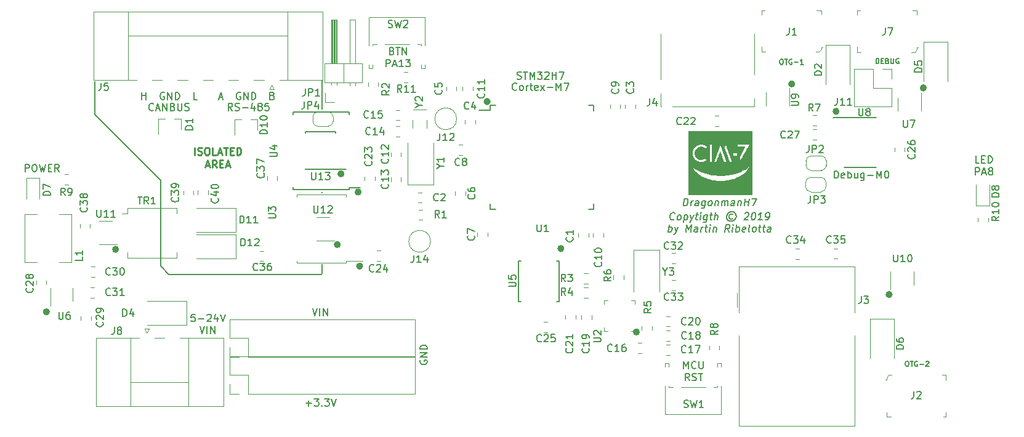
<source format=gbr>
G04 #@! TF.GenerationSoftware,KiCad,Pcbnew,(5.1.2)-1*
G04 #@! TF.CreationDate,2019-05-21T13:02:40-03:00*
G04 #@! TF.ProjectId,trololo,74726f6c-6f6c-46f2-9e6b-696361645f70,rev?*
G04 #@! TF.SameCoordinates,Original*
G04 #@! TF.FileFunction,Legend,Top*
G04 #@! TF.FilePolarity,Positive*
%FSLAX46Y46*%
G04 Gerber Fmt 4.6, Leading zero omitted, Abs format (unit mm)*
G04 Created by KiCad (PCBNEW (5.1.2)-1) date 2019-05-21 13:02:40*
%MOMM*%
%LPD*%
G04 APERTURE LIST*
%ADD10C,0.150000*%
%ADD11C,0.500000*%
%ADD12C,0.200000*%
%ADD13C,0.250000*%
%ADD14C,0.120000*%
%ADD15C,0.010000*%
%ADD16C,0.100000*%
%ADD17C,0.152400*%
G04 APERTURE END LIST*
D10*
X170730374Y-50378620D02*
X170730374Y-49378620D01*
X170968469Y-49378620D01*
X171111326Y-49426240D01*
X171206564Y-49521478D01*
X171254183Y-49616716D01*
X171301802Y-49807192D01*
X171301802Y-49950049D01*
X171254183Y-50140525D01*
X171206564Y-50235763D01*
X171111326Y-50331001D01*
X170968469Y-50378620D01*
X170730374Y-50378620D01*
X172111326Y-50331001D02*
X172016088Y-50378620D01*
X171825612Y-50378620D01*
X171730374Y-50331001D01*
X171682755Y-50235763D01*
X171682755Y-49854811D01*
X171730374Y-49759573D01*
X171825612Y-49711954D01*
X172016088Y-49711954D01*
X172111326Y-49759573D01*
X172158945Y-49854811D01*
X172158945Y-49950049D01*
X171682755Y-50045287D01*
X172587517Y-50378620D02*
X172587517Y-49378620D01*
X172587517Y-49759573D02*
X172682755Y-49711954D01*
X172873231Y-49711954D01*
X172968469Y-49759573D01*
X173016088Y-49807192D01*
X173063707Y-49902430D01*
X173063707Y-50188144D01*
X173016088Y-50283382D01*
X172968469Y-50331001D01*
X172873231Y-50378620D01*
X172682755Y-50378620D01*
X172587517Y-50331001D01*
X173920850Y-49711954D02*
X173920850Y-50378620D01*
X173492279Y-49711954D02*
X173492279Y-50235763D01*
X173539898Y-50331001D01*
X173635136Y-50378620D01*
X173777993Y-50378620D01*
X173873231Y-50331001D01*
X173920850Y-50283382D01*
X174825612Y-49711954D02*
X174825612Y-50521478D01*
X174777993Y-50616716D01*
X174730374Y-50664335D01*
X174635136Y-50711954D01*
X174492279Y-50711954D01*
X174397040Y-50664335D01*
X174825612Y-50331001D02*
X174730374Y-50378620D01*
X174539898Y-50378620D01*
X174444660Y-50331001D01*
X174397040Y-50283382D01*
X174349421Y-50188144D01*
X174349421Y-49902430D01*
X174397040Y-49807192D01*
X174444660Y-49759573D01*
X174539898Y-49711954D01*
X174730374Y-49711954D01*
X174825612Y-49759573D01*
X175301802Y-49997668D02*
X176063707Y-49997668D01*
X176539898Y-50378620D02*
X176539898Y-49378620D01*
X176873231Y-50092906D01*
X177206564Y-49378620D01*
X177206564Y-50378620D01*
X177873231Y-49378620D02*
X177968469Y-49378620D01*
X178063707Y-49426240D01*
X178111326Y-49473859D01*
X178158945Y-49569097D01*
X178206564Y-49759573D01*
X178206564Y-49997668D01*
X178158945Y-50188144D01*
X178111326Y-50283382D01*
X178063707Y-50331001D01*
X177968469Y-50378620D01*
X177873231Y-50378620D01*
X177777993Y-50331001D01*
X177730374Y-50283382D01*
X177682755Y-50188144D01*
X177635136Y-49997668D01*
X177635136Y-49759573D01*
X177682755Y-49569097D01*
X177730374Y-49473859D01*
X177777993Y-49426240D01*
X177873231Y-49378620D01*
X149966373Y-54186080D02*
X150091373Y-53186080D01*
X150329469Y-53186080D01*
X150466373Y-53233700D01*
X150549707Y-53328938D01*
X150585421Y-53424176D01*
X150609231Y-53614652D01*
X150591373Y-53757509D01*
X150519945Y-53947985D01*
X150460421Y-54043223D01*
X150353278Y-54138461D01*
X150204469Y-54186080D01*
X149966373Y-54186080D01*
X150966373Y-54186080D02*
X151049707Y-53519414D01*
X151025897Y-53709890D02*
X151085421Y-53614652D01*
X151138992Y-53567033D01*
X151240183Y-53519414D01*
X151335421Y-53519414D01*
X152013992Y-54186080D02*
X152079469Y-53662271D01*
X152043754Y-53567033D01*
X151954469Y-53519414D01*
X151763992Y-53519414D01*
X151662802Y-53567033D01*
X152019945Y-54138461D02*
X151918754Y-54186080D01*
X151680659Y-54186080D01*
X151591373Y-54138461D01*
X151555659Y-54043223D01*
X151567564Y-53947985D01*
X151627088Y-53852747D01*
X151728278Y-53805128D01*
X151966373Y-53805128D01*
X152067564Y-53757509D01*
X153002088Y-53519414D02*
X152900897Y-54328938D01*
X152841373Y-54424176D01*
X152787802Y-54471795D01*
X152686612Y-54519414D01*
X152543754Y-54519414D01*
X152454469Y-54471795D01*
X152924707Y-54138461D02*
X152823516Y-54186080D01*
X152633040Y-54186080D01*
X152543754Y-54138461D01*
X152502088Y-54090842D01*
X152466373Y-53995604D01*
X152502088Y-53709890D01*
X152561612Y-53614652D01*
X152615183Y-53567033D01*
X152716373Y-53519414D01*
X152906850Y-53519414D01*
X152996135Y-53567033D01*
X153537802Y-54186080D02*
X153448516Y-54138461D01*
X153406850Y-54090842D01*
X153371135Y-53995604D01*
X153406850Y-53709890D01*
X153466373Y-53614652D01*
X153519945Y-53567033D01*
X153621135Y-53519414D01*
X153763992Y-53519414D01*
X153853278Y-53567033D01*
X153894945Y-53614652D01*
X153930659Y-53709890D01*
X153894945Y-53995604D01*
X153835421Y-54090842D01*
X153781850Y-54138461D01*
X153680659Y-54186080D01*
X153537802Y-54186080D01*
X154383040Y-53519414D02*
X154299707Y-54186080D01*
X154371135Y-53614652D02*
X154424707Y-53567033D01*
X154525897Y-53519414D01*
X154668754Y-53519414D01*
X154758040Y-53567033D01*
X154793754Y-53662271D01*
X154728278Y-54186080D01*
X155204469Y-54186080D02*
X155287802Y-53519414D01*
X155275897Y-53614652D02*
X155329469Y-53567033D01*
X155430659Y-53519414D01*
X155573516Y-53519414D01*
X155662802Y-53567033D01*
X155698516Y-53662271D01*
X155633040Y-54186080D01*
X155698516Y-53662271D02*
X155758040Y-53567033D01*
X155859231Y-53519414D01*
X156002088Y-53519414D01*
X156091373Y-53567033D01*
X156127088Y-53662271D01*
X156061612Y-54186080D01*
X156966373Y-54186080D02*
X157031850Y-53662271D01*
X156996135Y-53567033D01*
X156906850Y-53519414D01*
X156716373Y-53519414D01*
X156615183Y-53567033D01*
X156972326Y-54138461D02*
X156871135Y-54186080D01*
X156633040Y-54186080D01*
X156543754Y-54138461D01*
X156508040Y-54043223D01*
X156519945Y-53947985D01*
X156579469Y-53852747D01*
X156680659Y-53805128D01*
X156918754Y-53805128D01*
X157019945Y-53757509D01*
X157525897Y-53519414D02*
X157442564Y-54186080D01*
X157513992Y-53614652D02*
X157567564Y-53567033D01*
X157668754Y-53519414D01*
X157811612Y-53519414D01*
X157900897Y-53567033D01*
X157936612Y-53662271D01*
X157871135Y-54186080D01*
X158347326Y-54186080D02*
X158472326Y-53186080D01*
X158412802Y-53662271D02*
X158984231Y-53662271D01*
X158918754Y-54186080D02*
X159043754Y-53186080D01*
X159424707Y-53186080D02*
X160091373Y-53186080D01*
X159537802Y-54186080D01*
X148716373Y-56031902D02*
X148662802Y-56079521D01*
X148513992Y-56127140D01*
X148418754Y-56127140D01*
X148281850Y-56079521D01*
X148198516Y-55984283D01*
X148162802Y-55889045D01*
X148138992Y-55698569D01*
X148156850Y-55555712D01*
X148228278Y-55365236D01*
X148287802Y-55269998D01*
X148394945Y-55174760D01*
X148543754Y-55127140D01*
X148638992Y-55127140D01*
X148775897Y-55174760D01*
X148817564Y-55222379D01*
X149275897Y-56127140D02*
X149186612Y-56079521D01*
X149144945Y-56031902D01*
X149109231Y-55936664D01*
X149144945Y-55650950D01*
X149204469Y-55555712D01*
X149258040Y-55508093D01*
X149359231Y-55460474D01*
X149502088Y-55460474D01*
X149591373Y-55508093D01*
X149633040Y-55555712D01*
X149668754Y-55650950D01*
X149633040Y-55936664D01*
X149573516Y-56031902D01*
X149519945Y-56079521D01*
X149418754Y-56127140D01*
X149275897Y-56127140D01*
X150121135Y-55460474D02*
X149996135Y-56460474D01*
X150115183Y-55508093D02*
X150216373Y-55460474D01*
X150406850Y-55460474D01*
X150496135Y-55508093D01*
X150537802Y-55555712D01*
X150573516Y-55650950D01*
X150537802Y-55936664D01*
X150478278Y-56031902D01*
X150424707Y-56079521D01*
X150323516Y-56127140D01*
X150133040Y-56127140D01*
X150043754Y-56079521D01*
X150930659Y-55460474D02*
X151085421Y-56127140D01*
X151406850Y-55460474D02*
X151085421Y-56127140D01*
X150960421Y-56365236D01*
X150906850Y-56412855D01*
X150805659Y-56460474D01*
X151644945Y-55460474D02*
X152025897Y-55460474D01*
X151829469Y-55127140D02*
X151722326Y-55984283D01*
X151758040Y-56079521D01*
X151847326Y-56127140D01*
X151942564Y-56127140D01*
X152275897Y-56127140D02*
X152359231Y-55460474D01*
X152400897Y-55127140D02*
X152347326Y-55174760D01*
X152388992Y-55222379D01*
X152442564Y-55174760D01*
X152400897Y-55127140D01*
X152388992Y-55222379D01*
X153263992Y-55460474D02*
X153162802Y-56269998D01*
X153103278Y-56365236D01*
X153049707Y-56412855D01*
X152948516Y-56460474D01*
X152805659Y-56460474D01*
X152716373Y-56412855D01*
X153186612Y-56079521D02*
X153085421Y-56127140D01*
X152894945Y-56127140D01*
X152805659Y-56079521D01*
X152763992Y-56031902D01*
X152728278Y-55936664D01*
X152763992Y-55650950D01*
X152823516Y-55555712D01*
X152877088Y-55508093D01*
X152978278Y-55460474D01*
X153168754Y-55460474D01*
X153258040Y-55508093D01*
X153597326Y-55460474D02*
X153978278Y-55460474D01*
X153781850Y-55127140D02*
X153674707Y-55984283D01*
X153710421Y-56079521D01*
X153799707Y-56127140D01*
X153894945Y-56127140D01*
X154228278Y-56127140D02*
X154353278Y-55127140D01*
X154656850Y-56127140D02*
X154722326Y-55603331D01*
X154686612Y-55508093D01*
X154597326Y-55460474D01*
X154454469Y-55460474D01*
X154353278Y-55508093D01*
X154299707Y-55555712D01*
X156799707Y-55365236D02*
X156710421Y-55317617D01*
X156519945Y-55317617D01*
X156418754Y-55365236D01*
X156311612Y-55460474D01*
X156252088Y-55555712D01*
X156228278Y-55746188D01*
X156263992Y-55841426D01*
X156347326Y-55936664D01*
X156436612Y-55984283D01*
X156627088Y-55984283D01*
X156728278Y-55936664D01*
X156656850Y-54984283D02*
X156412802Y-55031902D01*
X156156850Y-55174760D01*
X155984231Y-55412855D01*
X155906850Y-55650950D01*
X155924707Y-55889045D01*
X156037802Y-56127140D01*
X156258040Y-56269998D01*
X156490183Y-56317617D01*
X156734231Y-56269998D01*
X156990183Y-56127140D01*
X157162802Y-55889045D01*
X157240183Y-55650950D01*
X157222326Y-55412855D01*
X157109231Y-55174760D01*
X156888992Y-55031902D01*
X156656850Y-54984283D01*
X158436612Y-55222379D02*
X158490183Y-55174760D01*
X158591373Y-55127140D01*
X158829469Y-55127140D01*
X158918754Y-55174760D01*
X158960421Y-55222379D01*
X158996135Y-55317617D01*
X158984231Y-55412855D01*
X158918754Y-55555712D01*
X158275897Y-56127140D01*
X158894945Y-56127140D01*
X159638992Y-55127140D02*
X159734231Y-55127140D01*
X159823516Y-55174760D01*
X159865183Y-55222379D01*
X159900897Y-55317617D01*
X159924707Y-55508093D01*
X159894945Y-55746188D01*
X159823516Y-55936664D01*
X159763992Y-56031902D01*
X159710421Y-56079521D01*
X159609231Y-56127140D01*
X159513992Y-56127140D01*
X159424707Y-56079521D01*
X159383040Y-56031902D01*
X159347326Y-55936664D01*
X159323516Y-55746188D01*
X159353278Y-55508093D01*
X159424707Y-55317617D01*
X159484231Y-55222379D01*
X159537802Y-55174760D01*
X159638992Y-55127140D01*
X160799707Y-56127140D02*
X160228278Y-56127140D01*
X160513992Y-56127140D02*
X160638992Y-55127140D01*
X160525897Y-55269998D01*
X160418754Y-55365236D01*
X160317564Y-55412855D01*
X161275897Y-56127140D02*
X161466373Y-56127140D01*
X161567564Y-56079521D01*
X161621135Y-56031902D01*
X161734231Y-55889045D01*
X161805659Y-55698569D01*
X161853278Y-55317617D01*
X161817564Y-55222379D01*
X161775897Y-55174760D01*
X161686612Y-55127140D01*
X161496135Y-55127140D01*
X161394945Y-55174760D01*
X161341373Y-55222379D01*
X161281850Y-55317617D01*
X161252088Y-55555712D01*
X161287802Y-55650950D01*
X161329469Y-55698569D01*
X161418754Y-55746188D01*
X161609231Y-55746188D01*
X161710421Y-55698569D01*
X161763992Y-55650950D01*
X161823516Y-55555712D01*
X147894945Y-57777140D02*
X148019945Y-56777140D01*
X147972326Y-57158093D02*
X148073516Y-57110474D01*
X148263992Y-57110474D01*
X148353278Y-57158093D01*
X148394945Y-57205712D01*
X148430659Y-57300950D01*
X148394945Y-57586664D01*
X148335421Y-57681902D01*
X148281850Y-57729521D01*
X148180659Y-57777140D01*
X147990183Y-57777140D01*
X147900897Y-57729521D01*
X148787802Y-57110474D02*
X148942564Y-57777140D01*
X149263992Y-57110474D02*
X148942564Y-57777140D01*
X148817564Y-58015236D01*
X148763992Y-58062855D01*
X148662802Y-58110474D01*
X150323516Y-57777140D02*
X150448516Y-56777140D01*
X150692564Y-57491426D01*
X151115183Y-56777140D01*
X150990183Y-57777140D01*
X151894945Y-57777140D02*
X151960421Y-57253331D01*
X151924707Y-57158093D01*
X151835421Y-57110474D01*
X151644945Y-57110474D01*
X151543754Y-57158093D01*
X151900897Y-57729521D02*
X151799707Y-57777140D01*
X151561612Y-57777140D01*
X151472326Y-57729521D01*
X151436612Y-57634283D01*
X151448516Y-57539045D01*
X151508040Y-57443807D01*
X151609231Y-57396188D01*
X151847326Y-57396188D01*
X151948516Y-57348569D01*
X152371135Y-57777140D02*
X152454469Y-57110474D01*
X152430659Y-57300950D02*
X152490183Y-57205712D01*
X152543754Y-57158093D01*
X152644945Y-57110474D01*
X152740183Y-57110474D01*
X152930659Y-57110474D02*
X153311612Y-57110474D01*
X153115183Y-56777140D02*
X153008040Y-57634283D01*
X153043754Y-57729521D01*
X153133040Y-57777140D01*
X153228278Y-57777140D01*
X153561612Y-57777140D02*
X153644945Y-57110474D01*
X153686612Y-56777140D02*
X153633040Y-56824760D01*
X153674707Y-56872379D01*
X153728278Y-56824760D01*
X153686612Y-56777140D01*
X153674707Y-56872379D01*
X154121135Y-57110474D02*
X154037802Y-57777140D01*
X154109231Y-57205712D02*
X154162802Y-57158093D01*
X154263992Y-57110474D01*
X154406850Y-57110474D01*
X154496135Y-57158093D01*
X154531850Y-57253331D01*
X154466373Y-57777140D01*
X156275897Y-57777140D02*
X156002088Y-57300950D01*
X155704469Y-57777140D02*
X155829469Y-56777140D01*
X156210421Y-56777140D01*
X156299707Y-56824760D01*
X156341373Y-56872379D01*
X156377088Y-56967617D01*
X156359231Y-57110474D01*
X156299707Y-57205712D01*
X156246135Y-57253331D01*
X156144945Y-57300950D01*
X155763992Y-57300950D01*
X156704469Y-57777140D02*
X156787802Y-57110474D01*
X156829469Y-56777140D02*
X156775897Y-56824760D01*
X156817564Y-56872379D01*
X156871135Y-56824760D01*
X156829469Y-56777140D01*
X156817564Y-56872379D01*
X157180659Y-57777140D02*
X157305659Y-56777140D01*
X157258040Y-57158093D02*
X157359231Y-57110474D01*
X157549707Y-57110474D01*
X157638992Y-57158093D01*
X157680659Y-57205712D01*
X157716373Y-57300950D01*
X157680659Y-57586664D01*
X157621135Y-57681902D01*
X157567564Y-57729521D01*
X157466373Y-57777140D01*
X157275897Y-57777140D01*
X157186612Y-57729521D01*
X158472326Y-57729521D02*
X158371135Y-57777140D01*
X158180659Y-57777140D01*
X158091373Y-57729521D01*
X158055659Y-57634283D01*
X158103278Y-57253331D01*
X158162802Y-57158093D01*
X158263992Y-57110474D01*
X158454469Y-57110474D01*
X158543754Y-57158093D01*
X158579469Y-57253331D01*
X158567564Y-57348569D01*
X158079469Y-57443807D01*
X159085421Y-57777140D02*
X158996135Y-57729521D01*
X158960421Y-57634283D01*
X159067564Y-56777140D01*
X159609231Y-57777140D02*
X159519945Y-57729521D01*
X159478278Y-57681902D01*
X159442564Y-57586664D01*
X159478278Y-57300950D01*
X159537802Y-57205712D01*
X159591373Y-57158093D01*
X159692564Y-57110474D01*
X159835421Y-57110474D01*
X159924707Y-57158093D01*
X159966373Y-57205712D01*
X160002088Y-57300950D01*
X159966373Y-57586664D01*
X159906850Y-57681902D01*
X159853278Y-57729521D01*
X159752088Y-57777140D01*
X159609231Y-57777140D01*
X160311612Y-57110474D02*
X160692564Y-57110474D01*
X160496135Y-56777140D02*
X160388992Y-57634283D01*
X160424707Y-57729521D01*
X160513992Y-57777140D01*
X160609231Y-57777140D01*
X160883040Y-57110474D02*
X161263992Y-57110474D01*
X161067564Y-56777140D02*
X160960421Y-57634283D01*
X160996135Y-57729521D01*
X161085421Y-57777140D01*
X161180659Y-57777140D01*
X161942564Y-57777140D02*
X162008040Y-57253331D01*
X161972326Y-57158093D01*
X161883040Y-57110474D01*
X161692564Y-57110474D01*
X161591373Y-57158093D01*
X161948516Y-57729521D02*
X161847326Y-57777140D01*
X161609231Y-57777140D01*
X161519945Y-57729521D01*
X161484231Y-57634283D01*
X161496135Y-57539045D01*
X161555659Y-57443807D01*
X161656850Y-57396188D01*
X161894945Y-57396188D01*
X161996135Y-57348569D01*
D11*
X178491376Y-66395600D02*
G75*
G03X178491376Y-66395600I-234176J0D01*
G01*
X183190376Y-37973000D02*
G75*
G03X183190376Y-37973000I-234176J0D01*
G01*
X165105576Y-37419776D02*
G75*
G03X165105576Y-37419776I-234176J0D01*
G01*
X133355576Y-60071000D02*
G75*
G03X133355576Y-60071000I-234176J0D01*
G01*
X62616576Y-68783200D02*
G75*
G03X62616576Y-68783200I-234176J0D01*
G01*
X72141576Y-60172600D02*
G75*
G03X72141576Y-60172600I-234176J0D01*
G01*
X105491776Y-52298600D02*
G75*
G03X105491776Y-52298600I-234176J0D01*
G01*
X105694976Y-62484000D02*
G75*
G03X105694976Y-62484000I-234176J0D01*
G01*
X102621576Y-59512200D02*
G75*
G03X102621576Y-59512200I-234176J0D01*
G01*
X103129576Y-49784000D02*
G75*
G03X103129576Y-49784000I-234176J0D01*
G01*
X143744176Y-71551800D02*
G75*
G03X143744176Y-71551800I-234176J0D01*
G01*
X123220976Y-39852600D02*
G75*
G03X123220976Y-39852600I-234176J0D01*
G01*
X171201576Y-41198800D02*
G75*
G03X171201576Y-41198800I-234176J0D01*
G01*
D10*
X69088000Y-41656000D02*
X78105000Y-50673000D01*
X82820095Y-69112380D02*
X82343904Y-69112380D01*
X82296285Y-69588571D01*
X82343904Y-69540952D01*
X82439142Y-69493333D01*
X82677238Y-69493333D01*
X82772476Y-69540952D01*
X82820095Y-69588571D01*
X82867714Y-69683809D01*
X82867714Y-69921904D01*
X82820095Y-70017142D01*
X82772476Y-70064761D01*
X82677238Y-70112380D01*
X82439142Y-70112380D01*
X82343904Y-70064761D01*
X82296285Y-70017142D01*
X83296285Y-69731428D02*
X84058190Y-69731428D01*
X84486761Y-69207619D02*
X84534380Y-69160000D01*
X84629619Y-69112380D01*
X84867714Y-69112380D01*
X84962952Y-69160000D01*
X85010571Y-69207619D01*
X85058190Y-69302857D01*
X85058190Y-69398095D01*
X85010571Y-69540952D01*
X84439142Y-70112380D01*
X85058190Y-70112380D01*
X85915333Y-69445714D02*
X85915333Y-70112380D01*
X85677238Y-69064761D02*
X85439142Y-69779047D01*
X86058190Y-69779047D01*
X86296285Y-69112380D02*
X86629619Y-70112380D01*
X86962952Y-69112380D01*
X83486761Y-70762380D02*
X83820095Y-71762380D01*
X84153428Y-70762380D01*
X84486761Y-71762380D02*
X84486761Y-70762380D01*
X84962952Y-71762380D02*
X84962952Y-70762380D01*
X85534380Y-71762380D01*
X85534380Y-70762380D01*
X59470896Y-49504860D02*
X59470896Y-48504860D01*
X59851848Y-48504860D01*
X59947086Y-48552480D01*
X59994705Y-48600099D01*
X60042324Y-48695337D01*
X60042324Y-48838194D01*
X59994705Y-48933432D01*
X59947086Y-48981051D01*
X59851848Y-49028670D01*
X59470896Y-49028670D01*
X60661372Y-48504860D02*
X60851848Y-48504860D01*
X60947086Y-48552480D01*
X61042324Y-48647718D01*
X61089943Y-48838194D01*
X61089943Y-49171527D01*
X61042324Y-49362003D01*
X60947086Y-49457241D01*
X60851848Y-49504860D01*
X60661372Y-49504860D01*
X60566134Y-49457241D01*
X60470896Y-49362003D01*
X60423277Y-49171527D01*
X60423277Y-48838194D01*
X60470896Y-48647718D01*
X60566134Y-48552480D01*
X60661372Y-48504860D01*
X61423277Y-48504860D02*
X61661372Y-49504860D01*
X61851848Y-48790575D01*
X62042324Y-49504860D01*
X62280420Y-48504860D01*
X62661372Y-48981051D02*
X62994705Y-48981051D01*
X63137562Y-49504860D02*
X62661372Y-49504860D01*
X62661372Y-48504860D01*
X63137562Y-48504860D01*
X64137562Y-49504860D02*
X63804229Y-49028670D01*
X63566134Y-49504860D02*
X63566134Y-48504860D01*
X63947086Y-48504860D01*
X64042324Y-48552480D01*
X64089943Y-48600099D01*
X64137562Y-48695337D01*
X64137562Y-48838194D01*
X64089943Y-48933432D01*
X64042324Y-48981051D01*
X63947086Y-49028670D01*
X63566134Y-49028670D01*
X127111523Y-36726761D02*
X127254380Y-36774380D01*
X127492476Y-36774380D01*
X127587714Y-36726761D01*
X127635333Y-36679142D01*
X127682952Y-36583904D01*
X127682952Y-36488666D01*
X127635333Y-36393428D01*
X127587714Y-36345809D01*
X127492476Y-36298190D01*
X127302000Y-36250571D01*
X127206761Y-36202952D01*
X127159142Y-36155333D01*
X127111523Y-36060095D01*
X127111523Y-35964857D01*
X127159142Y-35869619D01*
X127206761Y-35822000D01*
X127302000Y-35774380D01*
X127540095Y-35774380D01*
X127682952Y-35822000D01*
X127968666Y-35774380D02*
X128540095Y-35774380D01*
X128254380Y-36774380D02*
X128254380Y-35774380D01*
X128873428Y-36774380D02*
X128873428Y-35774380D01*
X129206761Y-36488666D01*
X129540095Y-35774380D01*
X129540095Y-36774380D01*
X129921047Y-35774380D02*
X130540095Y-35774380D01*
X130206761Y-36155333D01*
X130349619Y-36155333D01*
X130444857Y-36202952D01*
X130492476Y-36250571D01*
X130540095Y-36345809D01*
X130540095Y-36583904D01*
X130492476Y-36679142D01*
X130444857Y-36726761D01*
X130349619Y-36774380D01*
X130063904Y-36774380D01*
X129968666Y-36726761D01*
X129921047Y-36679142D01*
X130921047Y-35869619D02*
X130968666Y-35822000D01*
X131063904Y-35774380D01*
X131302000Y-35774380D01*
X131397238Y-35822000D01*
X131444857Y-35869619D01*
X131492476Y-35964857D01*
X131492476Y-36060095D01*
X131444857Y-36202952D01*
X130873428Y-36774380D01*
X131492476Y-36774380D01*
X131921047Y-36774380D02*
X131921047Y-35774380D01*
X131921047Y-36250571D02*
X132492476Y-36250571D01*
X132492476Y-36774380D02*
X132492476Y-35774380D01*
X132873428Y-35774380D02*
X133540095Y-35774380D01*
X133111523Y-36774380D01*
X75509904Y-39568380D02*
X75509904Y-38568380D01*
X75509904Y-39044571D02*
X76081333Y-39044571D01*
X76081333Y-39568380D02*
X76081333Y-38568380D01*
X78605142Y-38616000D02*
X78509904Y-38568380D01*
X78367047Y-38568380D01*
X78224190Y-38616000D01*
X78128952Y-38711238D01*
X78081333Y-38806476D01*
X78033714Y-38996952D01*
X78033714Y-39139809D01*
X78081333Y-39330285D01*
X78128952Y-39425523D01*
X78224190Y-39520761D01*
X78367047Y-39568380D01*
X78462285Y-39568380D01*
X78605142Y-39520761D01*
X78652761Y-39473142D01*
X78652761Y-39139809D01*
X78462285Y-39139809D01*
X79081333Y-39568380D02*
X79081333Y-38568380D01*
X79652761Y-39568380D01*
X79652761Y-38568380D01*
X80128952Y-39568380D02*
X80128952Y-38568380D01*
X80367047Y-38568380D01*
X80509904Y-38616000D01*
X80605142Y-38711238D01*
X80652761Y-38806476D01*
X80700380Y-38996952D01*
X80700380Y-39139809D01*
X80652761Y-39330285D01*
X80605142Y-39425523D01*
X80509904Y-39520761D01*
X80367047Y-39568380D01*
X80128952Y-39568380D01*
X83128952Y-39568380D02*
X82652761Y-39568380D01*
X82652761Y-38568380D01*
X86130285Y-39282666D02*
X86606476Y-39282666D01*
X86035047Y-39568380D02*
X86368380Y-38568380D01*
X86701714Y-39568380D01*
X89082666Y-38616000D02*
X88987428Y-38568380D01*
X88844571Y-38568380D01*
X88701714Y-38616000D01*
X88606476Y-38711238D01*
X88558857Y-38806476D01*
X88511238Y-38996952D01*
X88511238Y-39139809D01*
X88558857Y-39330285D01*
X88606476Y-39425523D01*
X88701714Y-39520761D01*
X88844571Y-39568380D01*
X88939809Y-39568380D01*
X89082666Y-39520761D01*
X89130285Y-39473142D01*
X89130285Y-39139809D01*
X88939809Y-39139809D01*
X89558857Y-39568380D02*
X89558857Y-38568380D01*
X90130285Y-39568380D01*
X90130285Y-38568380D01*
X90606476Y-39568380D02*
X90606476Y-38568380D01*
X90844571Y-38568380D01*
X90987428Y-38616000D01*
X91082666Y-38711238D01*
X91130285Y-38806476D01*
X91177904Y-38996952D01*
X91177904Y-39139809D01*
X91130285Y-39330285D01*
X91082666Y-39425523D01*
X90987428Y-39520761D01*
X90844571Y-39568380D01*
X90606476Y-39568380D01*
X93463619Y-39044571D02*
X93606476Y-39092190D01*
X93654095Y-39139809D01*
X93701714Y-39235047D01*
X93701714Y-39377904D01*
X93654095Y-39473142D01*
X93606476Y-39520761D01*
X93511238Y-39568380D01*
X93130285Y-39568380D01*
X93130285Y-38568380D01*
X93463619Y-38568380D01*
X93558857Y-38616000D01*
X93606476Y-38663619D01*
X93654095Y-38758857D01*
X93654095Y-38854095D01*
X93606476Y-38949333D01*
X93558857Y-38996952D01*
X93463619Y-39044571D01*
X93130285Y-39044571D01*
X109910666Y-32885571D02*
X110053523Y-32933190D01*
X110101142Y-32980809D01*
X110148761Y-33076047D01*
X110148761Y-33218904D01*
X110101142Y-33314142D01*
X110053523Y-33361761D01*
X109958285Y-33409380D01*
X109577333Y-33409380D01*
X109577333Y-32409380D01*
X109910666Y-32409380D01*
X110005904Y-32457000D01*
X110053523Y-32504619D01*
X110101142Y-32599857D01*
X110101142Y-32695095D01*
X110053523Y-32790333D01*
X110005904Y-32837952D01*
X109910666Y-32885571D01*
X109577333Y-32885571D01*
X110434476Y-32409380D02*
X111005904Y-32409380D01*
X110720190Y-33409380D02*
X110720190Y-32409380D01*
X111339238Y-33409380D02*
X111339238Y-32409380D01*
X111910666Y-33409380D01*
X111910666Y-32409380D01*
X109101142Y-35059380D02*
X109101142Y-34059380D01*
X109482095Y-34059380D01*
X109577333Y-34107000D01*
X109624952Y-34154619D01*
X109672571Y-34249857D01*
X109672571Y-34392714D01*
X109624952Y-34487952D01*
X109577333Y-34535571D01*
X109482095Y-34583190D01*
X109101142Y-34583190D01*
X110053523Y-34773666D02*
X110529714Y-34773666D01*
X109958285Y-35059380D02*
X110291619Y-34059380D01*
X110624952Y-35059380D01*
X111482095Y-35059380D02*
X110910666Y-35059380D01*
X111196380Y-35059380D02*
X111196380Y-34059380D01*
X111101142Y-34202238D01*
X111005904Y-34297476D01*
X110910666Y-34345095D01*
X111815428Y-34059380D02*
X112434476Y-34059380D01*
X112101142Y-34440333D01*
X112244000Y-34440333D01*
X112339238Y-34487952D01*
X112386857Y-34535571D01*
X112434476Y-34630809D01*
X112434476Y-34868904D01*
X112386857Y-34964142D01*
X112339238Y-35011761D01*
X112244000Y-35059380D01*
X111958285Y-35059380D01*
X111863047Y-35011761D01*
X111815428Y-34964142D01*
X77105142Y-40997142D02*
X77057523Y-41044761D01*
X76914666Y-41092380D01*
X76819428Y-41092380D01*
X76676571Y-41044761D01*
X76581333Y-40949523D01*
X76533714Y-40854285D01*
X76486095Y-40663809D01*
X76486095Y-40520952D01*
X76533714Y-40330476D01*
X76581333Y-40235238D01*
X76676571Y-40140000D01*
X76819428Y-40092380D01*
X76914666Y-40092380D01*
X77057523Y-40140000D01*
X77105142Y-40187619D01*
X77486095Y-40806666D02*
X77962285Y-40806666D01*
X77390857Y-41092380D02*
X77724190Y-40092380D01*
X78057523Y-41092380D01*
X78390857Y-41092380D02*
X78390857Y-40092380D01*
X78962285Y-41092380D01*
X78962285Y-40092380D01*
X79771809Y-40568571D02*
X79914666Y-40616190D01*
X79962285Y-40663809D01*
X80009904Y-40759047D01*
X80009904Y-40901904D01*
X79962285Y-40997142D01*
X79914666Y-41044761D01*
X79819428Y-41092380D01*
X79438476Y-41092380D01*
X79438476Y-40092380D01*
X79771809Y-40092380D01*
X79867047Y-40140000D01*
X79914666Y-40187619D01*
X79962285Y-40282857D01*
X79962285Y-40378095D01*
X79914666Y-40473333D01*
X79867047Y-40520952D01*
X79771809Y-40568571D01*
X79438476Y-40568571D01*
X80438476Y-40092380D02*
X80438476Y-40901904D01*
X80486095Y-40997142D01*
X80533714Y-41044761D01*
X80628952Y-41092380D01*
X80819428Y-41092380D01*
X80914666Y-41044761D01*
X80962285Y-40997142D01*
X81009904Y-40901904D01*
X81009904Y-40092380D01*
X81438476Y-41044761D02*
X81581333Y-41092380D01*
X81819428Y-41092380D01*
X81914666Y-41044761D01*
X81962285Y-40997142D01*
X82009904Y-40901904D01*
X82009904Y-40806666D01*
X81962285Y-40711428D01*
X81914666Y-40663809D01*
X81819428Y-40616190D01*
X81628952Y-40568571D01*
X81533714Y-40520952D01*
X81486095Y-40473333D01*
X81438476Y-40378095D01*
X81438476Y-40282857D01*
X81486095Y-40187619D01*
X81533714Y-40140000D01*
X81628952Y-40092380D01*
X81867047Y-40092380D01*
X82009904Y-40140000D01*
X87955714Y-41092380D02*
X87622380Y-40616190D01*
X87384285Y-41092380D02*
X87384285Y-40092380D01*
X87765238Y-40092380D01*
X87860476Y-40140000D01*
X87908095Y-40187619D01*
X87955714Y-40282857D01*
X87955714Y-40425714D01*
X87908095Y-40520952D01*
X87860476Y-40568571D01*
X87765238Y-40616190D01*
X87384285Y-40616190D01*
X88336666Y-41044761D02*
X88479523Y-41092380D01*
X88717619Y-41092380D01*
X88812857Y-41044761D01*
X88860476Y-40997142D01*
X88908095Y-40901904D01*
X88908095Y-40806666D01*
X88860476Y-40711428D01*
X88812857Y-40663809D01*
X88717619Y-40616190D01*
X88527142Y-40568571D01*
X88431904Y-40520952D01*
X88384285Y-40473333D01*
X88336666Y-40378095D01*
X88336666Y-40282857D01*
X88384285Y-40187619D01*
X88431904Y-40140000D01*
X88527142Y-40092380D01*
X88765238Y-40092380D01*
X88908095Y-40140000D01*
X89336666Y-40711428D02*
X90098571Y-40711428D01*
X91003333Y-40425714D02*
X91003333Y-41092380D01*
X90765238Y-40044761D02*
X90527142Y-40759047D01*
X91146190Y-40759047D01*
X91670000Y-40520952D02*
X91574761Y-40473333D01*
X91527142Y-40425714D01*
X91479523Y-40330476D01*
X91479523Y-40282857D01*
X91527142Y-40187619D01*
X91574761Y-40140000D01*
X91670000Y-40092380D01*
X91860476Y-40092380D01*
X91955714Y-40140000D01*
X92003333Y-40187619D01*
X92050952Y-40282857D01*
X92050952Y-40330476D01*
X92003333Y-40425714D01*
X91955714Y-40473333D01*
X91860476Y-40520952D01*
X91670000Y-40520952D01*
X91574761Y-40568571D01*
X91527142Y-40616190D01*
X91479523Y-40711428D01*
X91479523Y-40901904D01*
X91527142Y-40997142D01*
X91574761Y-41044761D01*
X91670000Y-41092380D01*
X91860476Y-41092380D01*
X91955714Y-41044761D01*
X92003333Y-40997142D01*
X92050952Y-40901904D01*
X92050952Y-40711428D01*
X92003333Y-40616190D01*
X91955714Y-40568571D01*
X91860476Y-40520952D01*
X92955714Y-40092380D02*
X92479523Y-40092380D01*
X92431904Y-40568571D01*
X92479523Y-40520952D01*
X92574761Y-40473333D01*
X92812857Y-40473333D01*
X92908095Y-40520952D01*
X92955714Y-40568571D01*
X93003333Y-40663809D01*
X93003333Y-40901904D01*
X92955714Y-40997142D01*
X92908095Y-41044761D01*
X92812857Y-41092380D01*
X92574761Y-41092380D01*
X92479523Y-41044761D01*
X92431904Y-40997142D01*
X180668000Y-75562666D02*
X180801333Y-75562666D01*
X180868000Y-75596000D01*
X180934666Y-75662666D01*
X180968000Y-75796000D01*
X180968000Y-76029333D01*
X180934666Y-76162666D01*
X180868000Y-76229333D01*
X180801333Y-76262666D01*
X180668000Y-76262666D01*
X180601333Y-76229333D01*
X180534666Y-76162666D01*
X180501333Y-76029333D01*
X180501333Y-75796000D01*
X180534666Y-75662666D01*
X180601333Y-75596000D01*
X180668000Y-75562666D01*
X181168000Y-75562666D02*
X181568000Y-75562666D01*
X181368000Y-76262666D02*
X181368000Y-75562666D01*
X182168000Y-75596000D02*
X182101333Y-75562666D01*
X182001333Y-75562666D01*
X181901333Y-75596000D01*
X181834666Y-75662666D01*
X181801333Y-75729333D01*
X181768000Y-75862666D01*
X181768000Y-75962666D01*
X181801333Y-76096000D01*
X181834666Y-76162666D01*
X181901333Y-76229333D01*
X182001333Y-76262666D01*
X182068000Y-76262666D01*
X182168000Y-76229333D01*
X182201333Y-76196000D01*
X182201333Y-75962666D01*
X182068000Y-75962666D01*
X182501333Y-75996000D02*
X183034666Y-75996000D01*
X183334666Y-75629333D02*
X183368000Y-75596000D01*
X183434666Y-75562666D01*
X183601333Y-75562666D01*
X183668000Y-75596000D01*
X183701333Y-75629333D01*
X183734666Y-75696000D01*
X183734666Y-75762666D01*
X183701333Y-75862666D01*
X183301333Y-76262666D01*
X183734666Y-76262666D01*
X163396000Y-34033666D02*
X163529333Y-34033666D01*
X163596000Y-34067000D01*
X163662666Y-34133666D01*
X163696000Y-34267000D01*
X163696000Y-34500333D01*
X163662666Y-34633666D01*
X163596000Y-34700333D01*
X163529333Y-34733666D01*
X163396000Y-34733666D01*
X163329333Y-34700333D01*
X163262666Y-34633666D01*
X163229333Y-34500333D01*
X163229333Y-34267000D01*
X163262666Y-34133666D01*
X163329333Y-34067000D01*
X163396000Y-34033666D01*
X163896000Y-34033666D02*
X164296000Y-34033666D01*
X164096000Y-34733666D02*
X164096000Y-34033666D01*
X164896000Y-34067000D02*
X164829333Y-34033666D01*
X164729333Y-34033666D01*
X164629333Y-34067000D01*
X164562666Y-34133666D01*
X164529333Y-34200333D01*
X164496000Y-34333666D01*
X164496000Y-34433666D01*
X164529333Y-34567000D01*
X164562666Y-34633666D01*
X164629333Y-34700333D01*
X164729333Y-34733666D01*
X164796000Y-34733666D01*
X164896000Y-34700333D01*
X164929333Y-34667000D01*
X164929333Y-34433666D01*
X164796000Y-34433666D01*
X165229333Y-34467000D02*
X165762666Y-34467000D01*
X166462666Y-34733666D02*
X166062666Y-34733666D01*
X166262666Y-34733666D02*
X166262666Y-34033666D01*
X166196000Y-34133666D01*
X166129333Y-34200333D01*
X166062666Y-34233666D01*
X176461933Y-34632066D02*
X176461933Y-33932066D01*
X176628600Y-33932066D01*
X176728600Y-33965400D01*
X176795266Y-34032066D01*
X176828600Y-34098733D01*
X176861933Y-34232066D01*
X176861933Y-34332066D01*
X176828600Y-34465400D01*
X176795266Y-34532066D01*
X176728600Y-34598733D01*
X176628600Y-34632066D01*
X176461933Y-34632066D01*
X177161933Y-34265400D02*
X177395266Y-34265400D01*
X177495266Y-34632066D02*
X177161933Y-34632066D01*
X177161933Y-33932066D01*
X177495266Y-33932066D01*
X178028600Y-34265400D02*
X178128600Y-34298733D01*
X178161933Y-34332066D01*
X178195266Y-34398733D01*
X178195266Y-34498733D01*
X178161933Y-34565400D01*
X178128600Y-34598733D01*
X178061933Y-34632066D01*
X177795266Y-34632066D01*
X177795266Y-33932066D01*
X178028600Y-33932066D01*
X178095266Y-33965400D01*
X178128600Y-33998733D01*
X178161933Y-34065400D01*
X178161933Y-34132066D01*
X178128600Y-34198733D01*
X178095266Y-34232066D01*
X178028600Y-34265400D01*
X177795266Y-34265400D01*
X178495266Y-33932066D02*
X178495266Y-34498733D01*
X178528600Y-34565400D01*
X178561933Y-34598733D01*
X178628600Y-34632066D01*
X178761933Y-34632066D01*
X178828600Y-34598733D01*
X178861933Y-34565400D01*
X178895266Y-34498733D01*
X178895266Y-33932066D01*
X179595266Y-33965400D02*
X179528600Y-33932066D01*
X179428600Y-33932066D01*
X179328600Y-33965400D01*
X179261933Y-34032066D01*
X179228600Y-34098733D01*
X179195266Y-34232066D01*
X179195266Y-34332066D01*
X179228600Y-34465400D01*
X179261933Y-34532066D01*
X179328600Y-34598733D01*
X179428600Y-34632066D01*
X179495266Y-34632066D01*
X179595266Y-34598733D01*
X179628600Y-34565400D01*
X179628600Y-34332066D01*
X179495266Y-34332066D01*
X190649622Y-48298860D02*
X190173432Y-48298860D01*
X190173432Y-47298860D01*
X190982956Y-47775051D02*
X191316289Y-47775051D01*
X191459146Y-48298860D02*
X190982956Y-48298860D01*
X190982956Y-47298860D01*
X191459146Y-47298860D01*
X191887718Y-48298860D02*
X191887718Y-47298860D01*
X192125813Y-47298860D01*
X192268670Y-47346480D01*
X192363908Y-47441718D01*
X192411527Y-47536956D01*
X192459146Y-47727432D01*
X192459146Y-47870289D01*
X192411527Y-48060765D01*
X192363908Y-48156003D01*
X192268670Y-48251241D01*
X192125813Y-48298860D01*
X191887718Y-48298860D01*
X190125813Y-49948860D02*
X190125813Y-48948860D01*
X190506765Y-48948860D01*
X190602003Y-48996480D01*
X190649622Y-49044099D01*
X190697241Y-49139337D01*
X190697241Y-49282194D01*
X190649622Y-49377432D01*
X190602003Y-49425051D01*
X190506765Y-49472670D01*
X190125813Y-49472670D01*
X191078194Y-49663146D02*
X191554384Y-49663146D01*
X190982956Y-49948860D02*
X191316289Y-48948860D01*
X191649622Y-49948860D01*
X192125813Y-49377432D02*
X192030575Y-49329813D01*
X191982956Y-49282194D01*
X191935337Y-49186956D01*
X191935337Y-49139337D01*
X191982956Y-49044099D01*
X192030575Y-48996480D01*
X192125813Y-48948860D01*
X192316289Y-48948860D01*
X192411527Y-48996480D01*
X192459146Y-49044099D01*
X192506765Y-49139337D01*
X192506765Y-49186956D01*
X192459146Y-49282194D01*
X192411527Y-49329813D01*
X192316289Y-49377432D01*
X192125813Y-49377432D01*
X192030575Y-49425051D01*
X191982956Y-49472670D01*
X191935337Y-49567908D01*
X191935337Y-49758384D01*
X191982956Y-49853622D01*
X192030575Y-49901241D01*
X192125813Y-49948860D01*
X192316289Y-49948860D01*
X192411527Y-49901241D01*
X192459146Y-49853622D01*
X192506765Y-49758384D01*
X192506765Y-49567908D01*
X192459146Y-49472670D01*
X192411527Y-49425051D01*
X192316289Y-49377432D01*
X149991297Y-76584300D02*
X149991297Y-75584300D01*
X150324630Y-76298586D01*
X150657963Y-75584300D01*
X150657963Y-76584300D01*
X151705582Y-76489062D02*
X151657963Y-76536681D01*
X151515106Y-76584300D01*
X151419868Y-76584300D01*
X151277011Y-76536681D01*
X151181773Y-76441443D01*
X151134154Y-76346205D01*
X151086535Y-76155729D01*
X151086535Y-76012872D01*
X151134154Y-75822396D01*
X151181773Y-75727158D01*
X151277011Y-75631920D01*
X151419868Y-75584300D01*
X151515106Y-75584300D01*
X151657963Y-75631920D01*
X151705582Y-75679539D01*
X152134154Y-75584300D02*
X152134154Y-76393824D01*
X152181773Y-76489062D01*
X152229392Y-76536681D01*
X152324630Y-76584300D01*
X152515106Y-76584300D01*
X152610344Y-76536681D01*
X152657963Y-76489062D01*
X152705582Y-76393824D01*
X152705582Y-75584300D01*
X150800820Y-78234300D02*
X150467487Y-77758110D01*
X150229392Y-78234300D02*
X150229392Y-77234300D01*
X150610344Y-77234300D01*
X150705582Y-77281920D01*
X150753201Y-77329539D01*
X150800820Y-77424777D01*
X150800820Y-77567634D01*
X150753201Y-77662872D01*
X150705582Y-77710491D01*
X150610344Y-77758110D01*
X150229392Y-77758110D01*
X151181773Y-78186681D02*
X151324630Y-78234300D01*
X151562725Y-78234300D01*
X151657963Y-78186681D01*
X151705582Y-78139062D01*
X151753201Y-78043824D01*
X151753201Y-77948586D01*
X151705582Y-77853348D01*
X151657963Y-77805729D01*
X151562725Y-77758110D01*
X151372249Y-77710491D01*
X151277011Y-77662872D01*
X151229392Y-77615253D01*
X151181773Y-77520015D01*
X151181773Y-77424777D01*
X151229392Y-77329539D01*
X151277011Y-77281920D01*
X151372249Y-77234300D01*
X151610344Y-77234300D01*
X151753201Y-77281920D01*
X152038916Y-77234300D02*
X152610344Y-77234300D01*
X152324630Y-78234300D02*
X152324630Y-77234300D01*
X127063904Y-38203142D02*
X127016285Y-38250761D01*
X126873428Y-38298380D01*
X126778190Y-38298380D01*
X126635333Y-38250761D01*
X126540095Y-38155523D01*
X126492476Y-38060285D01*
X126444857Y-37869809D01*
X126444857Y-37726952D01*
X126492476Y-37536476D01*
X126540095Y-37441238D01*
X126635333Y-37346000D01*
X126778190Y-37298380D01*
X126873428Y-37298380D01*
X127016285Y-37346000D01*
X127063904Y-37393619D01*
X127635333Y-38298380D02*
X127540095Y-38250761D01*
X127492476Y-38203142D01*
X127444857Y-38107904D01*
X127444857Y-37822190D01*
X127492476Y-37726952D01*
X127540095Y-37679333D01*
X127635333Y-37631714D01*
X127778190Y-37631714D01*
X127873428Y-37679333D01*
X127921047Y-37726952D01*
X127968666Y-37822190D01*
X127968666Y-38107904D01*
X127921047Y-38203142D01*
X127873428Y-38250761D01*
X127778190Y-38298380D01*
X127635333Y-38298380D01*
X128397238Y-38298380D02*
X128397238Y-37631714D01*
X128397238Y-37822190D02*
X128444857Y-37726952D01*
X128492476Y-37679333D01*
X128587714Y-37631714D01*
X128682952Y-37631714D01*
X128873428Y-37631714D02*
X129254380Y-37631714D01*
X129016285Y-37298380D02*
X129016285Y-38155523D01*
X129063904Y-38250761D01*
X129159142Y-38298380D01*
X129254380Y-38298380D01*
X129968666Y-38250761D02*
X129873428Y-38298380D01*
X129682952Y-38298380D01*
X129587714Y-38250761D01*
X129540095Y-38155523D01*
X129540095Y-37774571D01*
X129587714Y-37679333D01*
X129682952Y-37631714D01*
X129873428Y-37631714D01*
X129968666Y-37679333D01*
X130016285Y-37774571D01*
X130016285Y-37869809D01*
X129540095Y-37965047D01*
X130349619Y-38298380D02*
X130873428Y-37631714D01*
X130349619Y-37631714D02*
X130873428Y-38298380D01*
X131254380Y-37917428D02*
X132016285Y-37917428D01*
X132492476Y-38298380D02*
X132492476Y-37298380D01*
X132825809Y-38012666D01*
X133159142Y-37298380D01*
X133159142Y-38298380D01*
X133540095Y-37298380D02*
X134206761Y-37298380D01*
X133778190Y-38298380D01*
X69088000Y-41656000D02*
X69088000Y-37084000D01*
X78105000Y-62484000D02*
X78105000Y-50673000D01*
X79248000Y-63627000D02*
X78105000Y-62484000D01*
D12*
X100175060Y-63627000D02*
X79248000Y-63627000D01*
X100289360Y-63512700D02*
X100175060Y-63627000D01*
X100289360Y-62202060D02*
X100289360Y-63512700D01*
X100271580Y-52257960D02*
X100271580Y-52349400D01*
X100296980Y-36883340D02*
X100296980Y-40881300D01*
D13*
X82761533Y-47176980D02*
X82761533Y-46176980D01*
X83190104Y-47129361D02*
X83332961Y-47176980D01*
X83571057Y-47176980D01*
X83666295Y-47129361D01*
X83713914Y-47081742D01*
X83761533Y-46986504D01*
X83761533Y-46891266D01*
X83713914Y-46796028D01*
X83666295Y-46748409D01*
X83571057Y-46700790D01*
X83380580Y-46653171D01*
X83285342Y-46605552D01*
X83237723Y-46557933D01*
X83190104Y-46462695D01*
X83190104Y-46367457D01*
X83237723Y-46272219D01*
X83285342Y-46224600D01*
X83380580Y-46176980D01*
X83618676Y-46176980D01*
X83761533Y-46224600D01*
X84380580Y-46176980D02*
X84571057Y-46176980D01*
X84666295Y-46224600D01*
X84761533Y-46319838D01*
X84809152Y-46510314D01*
X84809152Y-46843647D01*
X84761533Y-47034123D01*
X84666295Y-47129361D01*
X84571057Y-47176980D01*
X84380580Y-47176980D01*
X84285342Y-47129361D01*
X84190104Y-47034123D01*
X84142485Y-46843647D01*
X84142485Y-46510314D01*
X84190104Y-46319838D01*
X84285342Y-46224600D01*
X84380580Y-46176980D01*
X85713914Y-47176980D02*
X85237723Y-47176980D01*
X85237723Y-46176980D01*
X85999628Y-46891266D02*
X86475819Y-46891266D01*
X85904390Y-47176980D02*
X86237723Y-46176980D01*
X86571057Y-47176980D01*
X86761533Y-46176980D02*
X87332961Y-46176980D01*
X87047247Y-47176980D02*
X87047247Y-46176980D01*
X87666295Y-46653171D02*
X87999628Y-46653171D01*
X88142485Y-47176980D02*
X87666295Y-47176980D01*
X87666295Y-46176980D01*
X88142485Y-46176980D01*
X88571057Y-47176980D02*
X88571057Y-46176980D01*
X88809152Y-46176980D01*
X88952009Y-46224600D01*
X89047247Y-46319838D01*
X89094866Y-46415076D01*
X89142485Y-46605552D01*
X89142485Y-46748409D01*
X89094866Y-46938885D01*
X89047247Y-47034123D01*
X88952009Y-47129361D01*
X88809152Y-47176980D01*
X88571057Y-47176980D01*
X84309152Y-48641266D02*
X84785342Y-48641266D01*
X84213914Y-48926980D02*
X84547247Y-47926980D01*
X84880580Y-48926980D01*
X85785342Y-48926980D02*
X85452009Y-48450790D01*
X85213914Y-48926980D02*
X85213914Y-47926980D01*
X85594866Y-47926980D01*
X85690104Y-47974600D01*
X85737723Y-48022219D01*
X85785342Y-48117457D01*
X85785342Y-48260314D01*
X85737723Y-48355552D01*
X85690104Y-48403171D01*
X85594866Y-48450790D01*
X85213914Y-48450790D01*
X86213914Y-48403171D02*
X86547247Y-48403171D01*
X86690104Y-48926980D02*
X86213914Y-48926980D01*
X86213914Y-47926980D01*
X86690104Y-47926980D01*
X87071057Y-48641266D02*
X87547247Y-48641266D01*
X86975819Y-48926980D02*
X87309152Y-47926980D01*
X87642485Y-48926980D01*
D10*
X98980761Y-68286380D02*
X99314095Y-69286380D01*
X99647428Y-68286380D01*
X99980761Y-69286380D02*
X99980761Y-68286380D01*
X100456952Y-69286380D02*
X100456952Y-68286380D01*
X101028380Y-69286380D01*
X101028380Y-68286380D01*
X98076000Y-81351428D02*
X98837904Y-81351428D01*
X98456952Y-81732380D02*
X98456952Y-80970476D01*
X99218857Y-80732380D02*
X99837904Y-80732380D01*
X99504571Y-81113333D01*
X99647428Y-81113333D01*
X99742666Y-81160952D01*
X99790285Y-81208571D01*
X99837904Y-81303809D01*
X99837904Y-81541904D01*
X99790285Y-81637142D01*
X99742666Y-81684761D01*
X99647428Y-81732380D01*
X99361714Y-81732380D01*
X99266476Y-81684761D01*
X99218857Y-81637142D01*
X100266476Y-81637142D02*
X100314095Y-81684761D01*
X100266476Y-81732380D01*
X100218857Y-81684761D01*
X100266476Y-81637142D01*
X100266476Y-81732380D01*
X100647428Y-80732380D02*
X101266476Y-80732380D01*
X100933142Y-81113333D01*
X101076000Y-81113333D01*
X101171238Y-81160952D01*
X101218857Y-81208571D01*
X101266476Y-81303809D01*
X101266476Y-81541904D01*
X101218857Y-81637142D01*
X101171238Y-81684761D01*
X101076000Y-81732380D01*
X100790285Y-81732380D01*
X100695047Y-81684761D01*
X100647428Y-81637142D01*
X101552190Y-80732380D02*
X101885523Y-81732380D01*
X102218857Y-80732380D01*
X113800000Y-75437904D02*
X113752380Y-75533142D01*
X113752380Y-75676000D01*
X113800000Y-75818857D01*
X113895238Y-75914095D01*
X113990476Y-75961714D01*
X114180952Y-76009333D01*
X114323809Y-76009333D01*
X114514285Y-75961714D01*
X114609523Y-75914095D01*
X114704761Y-75818857D01*
X114752380Y-75676000D01*
X114752380Y-75580761D01*
X114704761Y-75437904D01*
X114657142Y-75390285D01*
X114323809Y-75390285D01*
X114323809Y-75580761D01*
X114752380Y-74961714D02*
X113752380Y-74961714D01*
X114752380Y-74390285D01*
X113752380Y-74390285D01*
X114752380Y-73914095D02*
X113752380Y-73914095D01*
X113752380Y-73676000D01*
X113800000Y-73533142D01*
X113895238Y-73437904D01*
X113990476Y-73390285D01*
X114180952Y-73342666D01*
X114323809Y-73342666D01*
X114514285Y-73390285D01*
X114609523Y-73437904D01*
X114704761Y-73533142D01*
X114752380Y-73676000D01*
X114752380Y-73914095D01*
D14*
X154660940Y-79177160D02*
X154660940Y-78947160D01*
X155180940Y-82847160D02*
X147460940Y-82847160D01*
X147460940Y-82847160D02*
X147460940Y-78947160D01*
X155180940Y-75837160D02*
X154660940Y-75837160D01*
X155180940Y-82847160D02*
X155180940Y-78947160D01*
X147980940Y-79177160D02*
X147980940Y-78947160D01*
X154660940Y-76347160D02*
X154660940Y-75837160D01*
X155180940Y-76347160D02*
X155180940Y-75837160D01*
X148520940Y-79177160D02*
X147980940Y-79177160D01*
X147980940Y-76347160D02*
X147980940Y-75837160D01*
X147980940Y-75837160D02*
X147460940Y-75837160D01*
X147460940Y-76347160D02*
X147460940Y-75837160D01*
X154660940Y-79177160D02*
X154120940Y-79177160D01*
X153020940Y-79177160D02*
X149620940Y-79177160D01*
X107251160Y-31937680D02*
X107251160Y-32167680D01*
X106731160Y-28267680D02*
X114451160Y-28267680D01*
X114451160Y-28267680D02*
X114451160Y-32167680D01*
X106731160Y-35277680D02*
X107251160Y-35277680D01*
X106731160Y-28267680D02*
X106731160Y-32167680D01*
X113931160Y-31937680D02*
X113931160Y-32167680D01*
X107251160Y-34767680D02*
X107251160Y-35277680D01*
X106731160Y-34767680D02*
X106731160Y-35277680D01*
X113391160Y-31937680D02*
X113931160Y-31937680D01*
X113931160Y-34767680D02*
X113931160Y-35277680D01*
X113931160Y-35277680D02*
X114451160Y-35277680D01*
X114451160Y-34767680D02*
X114451160Y-35277680D01*
X107251160Y-31937680D02*
X107791160Y-31937680D01*
X108891160Y-31937680D02*
X112291160Y-31937680D01*
D15*
G36*
X159353673Y-52605093D02*
G01*
X150683807Y-52605093D01*
X150683807Y-48706547D01*
X151098751Y-48706547D01*
X151102284Y-48716922D01*
X151111854Y-48739236D01*
X151126014Y-48770238D01*
X151143315Y-48806679D01*
X151143853Y-48807793D01*
X151236175Y-48979787D01*
X151344195Y-49146874D01*
X151467264Y-49308557D01*
X151604731Y-49464338D01*
X151755945Y-49613720D01*
X151920258Y-49756206D01*
X152097017Y-49891299D01*
X152285574Y-50018500D01*
X152485277Y-50137314D01*
X152695477Y-50247243D01*
X152915522Y-50347789D01*
X153144764Y-50438455D01*
X153380440Y-50518089D01*
X153674757Y-50600577D01*
X153973952Y-50666946D01*
X154277559Y-50717146D01*
X154585109Y-50751126D01*
X154896134Y-50768833D01*
X155210168Y-50770217D01*
X155526742Y-50755228D01*
X155539440Y-50754288D01*
X155832166Y-50725282D01*
X156116445Y-50682658D01*
X156394460Y-50625982D01*
X156668389Y-50554819D01*
X156894107Y-50484477D01*
X157141005Y-50394711D01*
X157376916Y-50294689D01*
X157601391Y-50184738D01*
X157813982Y-50065183D01*
X158014239Y-49936350D01*
X158201715Y-49798565D01*
X158375959Y-49652153D01*
X158536524Y-49497441D01*
X158682960Y-49334754D01*
X158814819Y-49164418D01*
X158911462Y-49019728D01*
X158928336Y-48991423D01*
X158948865Y-48955154D01*
X158971609Y-48913678D01*
X158995129Y-48869750D01*
X159017983Y-48826127D01*
X159038732Y-48785566D01*
X159055937Y-48750823D01*
X159068156Y-48724654D01*
X159073950Y-48709817D01*
X159074226Y-48708169D01*
X159068339Y-48710685D01*
X159052338Y-48722465D01*
X159028772Y-48741535D01*
X159004423Y-48762240D01*
X158827322Y-48905532D01*
X158635969Y-49041017D01*
X158431259Y-49168456D01*
X158214088Y-49287612D01*
X157985350Y-49398245D01*
X157745942Y-49500118D01*
X157496758Y-49592992D01*
X157238694Y-49676629D01*
X156972645Y-49750790D01*
X156699507Y-49815238D01*
X156420176Y-49869733D01*
X156135545Y-49914038D01*
X155846512Y-49947914D01*
X155553970Y-49971122D01*
X155258816Y-49983425D01*
X154961945Y-49984584D01*
X154664253Y-49974361D01*
X154492817Y-49963217D01*
X154182413Y-49933300D01*
X153877286Y-49891496D01*
X153578353Y-49838090D01*
X153286531Y-49773367D01*
X153002738Y-49697611D01*
X152727891Y-49611108D01*
X152462908Y-49514142D01*
X152208706Y-49406997D01*
X151966203Y-49289958D01*
X151736316Y-49163311D01*
X151557747Y-49052412D01*
X151470460Y-48993646D01*
X151385319Y-48933406D01*
X151305040Y-48873743D01*
X151232335Y-48816710D01*
X151169918Y-48764360D01*
X151134656Y-48732408D01*
X151115679Y-48715709D01*
X151102670Y-48706594D01*
X151098751Y-48706547D01*
X150683807Y-48706547D01*
X150683807Y-48162988D01*
X154121273Y-48162988D01*
X154129330Y-48164631D01*
X154151860Y-48166079D01*
X154186406Y-48167254D01*
X154230508Y-48168082D01*
X154281708Y-48168487D01*
X154301190Y-48168515D01*
X154481106Y-48168470D01*
X154739340Y-47457360D01*
X154777487Y-47352460D01*
X154814042Y-47252226D01*
X154848586Y-47157786D01*
X154880704Y-47070267D01*
X154909977Y-46990799D01*
X154935988Y-46920508D01*
X154958320Y-46860524D01*
X154976555Y-46811974D01*
X154990276Y-46775985D01*
X154999065Y-46753687D01*
X155002491Y-46746205D01*
X155006033Y-46753974D01*
X155014903Y-46776545D01*
X155028685Y-46812787D01*
X155046963Y-46861574D01*
X155069318Y-46921776D01*
X155095336Y-46992266D01*
X155124600Y-47071914D01*
X155156693Y-47159592D01*
X155191198Y-47254172D01*
X155227700Y-47354526D01*
X155264958Y-47457253D01*
X155522507Y-48168345D01*
X155716111Y-48168453D01*
X155778227Y-48168410D01*
X155825387Y-48168102D01*
X155859568Y-48167376D01*
X155882746Y-48166077D01*
X155896899Y-48164052D01*
X155904002Y-48161147D01*
X155906034Y-48157210D01*
X155905493Y-48153743D01*
X155901971Y-48143537D01*
X155893080Y-48118609D01*
X155879202Y-48080010D01*
X155860720Y-48028788D01*
X155838016Y-47965995D01*
X155811471Y-47892681D01*
X155781467Y-47809896D01*
X155748387Y-47718690D01*
X155712613Y-47620113D01*
X155674527Y-47515217D01*
X155634511Y-47405050D01*
X155592947Y-47290664D01*
X155550216Y-47173108D01*
X155506702Y-47053434D01*
X155462786Y-46932690D01*
X155418849Y-46811927D01*
X155375276Y-46692196D01*
X155332446Y-46574547D01*
X155290743Y-46460030D01*
X155250548Y-46349695D01*
X155212243Y-46244593D01*
X155207175Y-46230692D01*
X155587924Y-46230692D01*
X155926434Y-47163642D01*
X155970428Y-47284893D01*
X156012977Y-47402160D01*
X156053704Y-47514407D01*
X156092235Y-47620599D01*
X156128192Y-47719701D01*
X156161201Y-47810678D01*
X156190886Y-47892493D01*
X156216871Y-47964111D01*
X156238781Y-48024498D01*
X156256239Y-48072617D01*
X156268871Y-48107433D01*
X156276300Y-48127911D01*
X156277992Y-48132577D01*
X156291040Y-48168560D01*
X156678029Y-48168560D01*
X156654153Y-48102943D01*
X156648497Y-48087383D01*
X156637407Y-48056855D01*
X156621228Y-48012309D01*
X156600304Y-47954695D01*
X156574980Y-47884961D01*
X156545600Y-47804058D01*
X156512510Y-47712933D01*
X156476055Y-47612538D01*
X156436578Y-47503820D01*
X156394424Y-47387730D01*
X156349939Y-47265216D01*
X156303468Y-47137228D01*
X156255354Y-47004716D01*
X156219885Y-46907027D01*
X156745940Y-46907027D01*
X156745940Y-47271093D01*
X157389406Y-47271093D01*
X157389406Y-46907027D01*
X156745940Y-46907027D01*
X156219885Y-46907027D01*
X156208356Y-46875277D01*
X156159424Y-46740606D01*
X156112030Y-46610355D01*
X156066498Y-46485407D01*
X156023152Y-46366643D01*
X155982316Y-46254947D01*
X155944315Y-46151199D01*
X155909473Y-46056282D01*
X155878114Y-45971079D01*
X155850563Y-45896471D01*
X155827143Y-45833340D01*
X155808179Y-45782570D01*
X155793995Y-45745041D01*
X155784915Y-45721636D01*
X155781264Y-45713238D01*
X155781237Y-45713227D01*
X155777200Y-45720883D01*
X155768159Y-45742604D01*
X155754832Y-45776518D01*
X155737937Y-45820753D01*
X155718193Y-45873435D01*
X155696317Y-45932693D01*
X155681982Y-45971959D01*
X155587924Y-46230692D01*
X155207175Y-46230692D01*
X155176211Y-46145774D01*
X155142834Y-46054287D01*
X155112493Y-45971184D01*
X155085571Y-45897515D01*
X155062450Y-45834329D01*
X155043511Y-45782677D01*
X155029137Y-45743610D01*
X155019710Y-45718177D01*
X155017823Y-45713226D01*
X157380940Y-45713226D01*
X157380940Y-46060230D01*
X157897472Y-46062411D01*
X158414005Y-46064593D01*
X158037321Y-46716527D01*
X157660638Y-47368460D01*
X157660489Y-47770203D01*
X157660606Y-47851887D01*
X157661001Y-47927374D01*
X157661646Y-47995123D01*
X157662514Y-48053592D01*
X157663576Y-48101239D01*
X157664804Y-48136523D01*
X157666172Y-48157900D01*
X157667595Y-48163903D01*
X157672549Y-48155808D01*
X157685512Y-48133810D01*
X157706040Y-48098682D01*
X157733685Y-48051191D01*
X157768002Y-47992108D01*
X157808546Y-47922204D01*
X157854871Y-47842247D01*
X157906530Y-47753008D01*
X157963080Y-47655257D01*
X158024073Y-47549763D01*
X158089064Y-47437297D01*
X158157607Y-47318628D01*
X158229257Y-47194526D01*
X158303569Y-47065761D01*
X158375602Y-46940893D01*
X158451972Y-46808484D01*
X158526060Y-46680029D01*
X158597425Y-46556298D01*
X158665624Y-46438058D01*
X158730212Y-46326078D01*
X158790746Y-46221125D01*
X158846785Y-46123968D01*
X158897884Y-46035376D01*
X158943601Y-45956116D01*
X158983493Y-45886957D01*
X159017115Y-45828667D01*
X159044026Y-45782014D01*
X159063782Y-45747766D01*
X159075940Y-45726692D01*
X159080047Y-45719576D01*
X159072290Y-45718693D01*
X159048724Y-45717846D01*
X159010472Y-45717044D01*
X158958659Y-45716295D01*
X158894407Y-45715608D01*
X158818841Y-45714991D01*
X158733085Y-45714453D01*
X158638263Y-45714002D01*
X158535498Y-45713646D01*
X158425914Y-45713393D01*
X158310636Y-45713253D01*
X158232340Y-45713226D01*
X157380940Y-45713226D01*
X155017823Y-45713226D01*
X155015613Y-45707429D01*
X155015472Y-45707137D01*
X155012366Y-45714638D01*
X155003869Y-45737014D01*
X154990361Y-45773220D01*
X154972224Y-45822212D01*
X154949837Y-45882945D01*
X154923582Y-45954374D01*
X154893837Y-46035455D01*
X154860985Y-46125142D01*
X154825404Y-46222392D01*
X154787476Y-46326159D01*
X154747581Y-46435398D01*
X154706099Y-46549066D01*
X154663411Y-46666118D01*
X154619896Y-46785508D01*
X154575936Y-46906192D01*
X154531911Y-47027126D01*
X154488201Y-47147264D01*
X154445186Y-47265562D01*
X154403247Y-47380976D01*
X154362764Y-47492460D01*
X154324118Y-47598971D01*
X154287689Y-47699462D01*
X154253858Y-47792891D01*
X154223004Y-47878211D01*
X154195508Y-47954379D01*
X154171751Y-48020349D01*
X154152113Y-48075077D01*
X154136974Y-48117518D01*
X154126714Y-48146628D01*
X154121715Y-48161361D01*
X154121273Y-48162988D01*
X150683807Y-48162988D01*
X150683807Y-46891181D01*
X151160903Y-46891181D01*
X151161255Y-46968644D01*
X151164484Y-47044654D01*
X151170549Y-47114686D01*
X151179410Y-47174211D01*
X151181947Y-47186427D01*
X151221631Y-47327398D01*
X151275728Y-47460165D01*
X151343445Y-47583970D01*
X151423987Y-47698058D01*
X151516559Y-47801670D01*
X151620369Y-47894050D01*
X151734620Y-47974442D01*
X151858520Y-48042088D01*
X151991275Y-48096231D01*
X152132089Y-48136114D01*
X152190873Y-48147973D01*
X152231242Y-48152854D01*
X152284208Y-48155857D01*
X152345563Y-48157065D01*
X152411100Y-48156564D01*
X152476611Y-48154439D01*
X152537889Y-48150774D01*
X152590726Y-48145654D01*
X152630916Y-48139163D01*
X152631140Y-48139114D01*
X152698627Y-48121857D01*
X152771128Y-48099358D01*
X152842418Y-48073776D01*
X152906269Y-48047267D01*
X152933439Y-48034351D01*
X152988729Y-48004190D01*
X153048012Y-47967853D01*
X153106303Y-47928676D01*
X153158620Y-47889993D01*
X153196766Y-47858096D01*
X153241693Y-47817193D01*
X152911855Y-47627527D01*
X152843345Y-47668703D01*
X152738923Y-47723725D01*
X152634307Y-47763041D01*
X152563491Y-47780977D01*
X152492041Y-47791372D01*
X152412192Y-47795661D01*
X152329509Y-47794032D01*
X152249556Y-47786673D01*
X152177898Y-47773772D01*
X152152773Y-47767093D01*
X152049946Y-47730872D01*
X151958480Y-47685914D01*
X151874350Y-47629788D01*
X151793535Y-47560062D01*
X151767540Y-47534300D01*
X151696976Y-47454629D01*
X151640448Y-47373063D01*
X151595220Y-47285378D01*
X151576496Y-47239275D01*
X151552856Y-47170195D01*
X151536694Y-47106692D01*
X151527149Y-47043172D01*
X151523362Y-46974039D01*
X151524265Y-46899461D01*
X151528656Y-46822587D01*
X151536871Y-46757038D01*
X151550238Y-46697388D01*
X151570089Y-46638213D01*
X151597754Y-46574087D01*
X151610641Y-46547193D01*
X151671127Y-46442309D01*
X151744245Y-46348300D01*
X151829052Y-46265923D01*
X151924602Y-46195937D01*
X152029951Y-46139099D01*
X152144154Y-46096166D01*
X152188551Y-46083935D01*
X152259982Y-46071115D01*
X152341183Y-46064857D01*
X152426341Y-46065092D01*
X152509643Y-46071754D01*
X152585277Y-46084773D01*
X152601308Y-46088747D01*
X152667847Y-46110011D01*
X152738485Y-46138795D01*
X152807597Y-46172429D01*
X152869560Y-46208243D01*
X152906140Y-46233535D01*
X152931325Y-46252071D01*
X152951395Y-46265717D01*
X152962537Y-46271901D01*
X152963223Y-46272027D01*
X152972933Y-46267957D01*
X152994262Y-46256757D01*
X153024626Y-46239942D01*
X153061441Y-46219027D01*
X153102124Y-46195526D01*
X153144092Y-46170954D01*
X153184760Y-46146826D01*
X153221546Y-46124655D01*
X153251865Y-46105958D01*
X153273134Y-46092249D01*
X153282769Y-46085041D01*
X153283073Y-46084506D01*
X153276812Y-46075758D01*
X153259789Y-46058893D01*
X153234644Y-46036143D01*
X153204017Y-46009740D01*
X153170549Y-45981917D01*
X153136879Y-45954906D01*
X153105647Y-45930941D01*
X153079495Y-45912252D01*
X153078824Y-45911801D01*
X152966956Y-45845535D01*
X152845510Y-45789402D01*
X152719451Y-45745417D01*
X152597273Y-45716232D01*
X152535045Y-45707948D01*
X152461901Y-45703038D01*
X152383407Y-45701501D01*
X152305127Y-45703332D01*
X152232627Y-45708527D01*
X152174503Y-45716514D01*
X152034277Y-45750000D01*
X151903190Y-45797378D01*
X151780195Y-45859204D01*
X151664245Y-45936029D01*
X151554293Y-46028410D01*
X151517505Y-46064047D01*
X151422257Y-46169663D01*
X151342251Y-46280723D01*
X151276591Y-46398890D01*
X151224382Y-46525827D01*
X151184726Y-46663197D01*
X151177518Y-46695360D01*
X151168993Y-46750012D01*
X151163469Y-46816795D01*
X151160903Y-46891181D01*
X150683807Y-46891181D01*
X150683807Y-45696293D01*
X153554007Y-45696293D01*
X153554007Y-48143160D01*
X153918073Y-48143160D01*
X153918073Y-45696293D01*
X153554007Y-45696293D01*
X150683807Y-45696293D01*
X150683807Y-43935227D01*
X159353673Y-43935227D01*
X159353673Y-52605093D01*
X159353673Y-52605093D01*
G37*
X159353673Y-52605093D02*
X150683807Y-52605093D01*
X150683807Y-48706547D01*
X151098751Y-48706547D01*
X151102284Y-48716922D01*
X151111854Y-48739236D01*
X151126014Y-48770238D01*
X151143315Y-48806679D01*
X151143853Y-48807793D01*
X151236175Y-48979787D01*
X151344195Y-49146874D01*
X151467264Y-49308557D01*
X151604731Y-49464338D01*
X151755945Y-49613720D01*
X151920258Y-49756206D01*
X152097017Y-49891299D01*
X152285574Y-50018500D01*
X152485277Y-50137314D01*
X152695477Y-50247243D01*
X152915522Y-50347789D01*
X153144764Y-50438455D01*
X153380440Y-50518089D01*
X153674757Y-50600577D01*
X153973952Y-50666946D01*
X154277559Y-50717146D01*
X154585109Y-50751126D01*
X154896134Y-50768833D01*
X155210168Y-50770217D01*
X155526742Y-50755228D01*
X155539440Y-50754288D01*
X155832166Y-50725282D01*
X156116445Y-50682658D01*
X156394460Y-50625982D01*
X156668389Y-50554819D01*
X156894107Y-50484477D01*
X157141005Y-50394711D01*
X157376916Y-50294689D01*
X157601391Y-50184738D01*
X157813982Y-50065183D01*
X158014239Y-49936350D01*
X158201715Y-49798565D01*
X158375959Y-49652153D01*
X158536524Y-49497441D01*
X158682960Y-49334754D01*
X158814819Y-49164418D01*
X158911462Y-49019728D01*
X158928336Y-48991423D01*
X158948865Y-48955154D01*
X158971609Y-48913678D01*
X158995129Y-48869750D01*
X159017983Y-48826127D01*
X159038732Y-48785566D01*
X159055937Y-48750823D01*
X159068156Y-48724654D01*
X159073950Y-48709817D01*
X159074226Y-48708169D01*
X159068339Y-48710685D01*
X159052338Y-48722465D01*
X159028772Y-48741535D01*
X159004423Y-48762240D01*
X158827322Y-48905532D01*
X158635969Y-49041017D01*
X158431259Y-49168456D01*
X158214088Y-49287612D01*
X157985350Y-49398245D01*
X157745942Y-49500118D01*
X157496758Y-49592992D01*
X157238694Y-49676629D01*
X156972645Y-49750790D01*
X156699507Y-49815238D01*
X156420176Y-49869733D01*
X156135545Y-49914038D01*
X155846512Y-49947914D01*
X155553970Y-49971122D01*
X155258816Y-49983425D01*
X154961945Y-49984584D01*
X154664253Y-49974361D01*
X154492817Y-49963217D01*
X154182413Y-49933300D01*
X153877286Y-49891496D01*
X153578353Y-49838090D01*
X153286531Y-49773367D01*
X153002738Y-49697611D01*
X152727891Y-49611108D01*
X152462908Y-49514142D01*
X152208706Y-49406997D01*
X151966203Y-49289958D01*
X151736316Y-49163311D01*
X151557747Y-49052412D01*
X151470460Y-48993646D01*
X151385319Y-48933406D01*
X151305040Y-48873743D01*
X151232335Y-48816710D01*
X151169918Y-48764360D01*
X151134656Y-48732408D01*
X151115679Y-48715709D01*
X151102670Y-48706594D01*
X151098751Y-48706547D01*
X150683807Y-48706547D01*
X150683807Y-48162988D01*
X154121273Y-48162988D01*
X154129330Y-48164631D01*
X154151860Y-48166079D01*
X154186406Y-48167254D01*
X154230508Y-48168082D01*
X154281708Y-48168487D01*
X154301190Y-48168515D01*
X154481106Y-48168470D01*
X154739340Y-47457360D01*
X154777487Y-47352460D01*
X154814042Y-47252226D01*
X154848586Y-47157786D01*
X154880704Y-47070267D01*
X154909977Y-46990799D01*
X154935988Y-46920508D01*
X154958320Y-46860524D01*
X154976555Y-46811974D01*
X154990276Y-46775985D01*
X154999065Y-46753687D01*
X155002491Y-46746205D01*
X155006033Y-46753974D01*
X155014903Y-46776545D01*
X155028685Y-46812787D01*
X155046963Y-46861574D01*
X155069318Y-46921776D01*
X155095336Y-46992266D01*
X155124600Y-47071914D01*
X155156693Y-47159592D01*
X155191198Y-47254172D01*
X155227700Y-47354526D01*
X155264958Y-47457253D01*
X155522507Y-48168345D01*
X155716111Y-48168453D01*
X155778227Y-48168410D01*
X155825387Y-48168102D01*
X155859568Y-48167376D01*
X155882746Y-48166077D01*
X155896899Y-48164052D01*
X155904002Y-48161147D01*
X155906034Y-48157210D01*
X155905493Y-48153743D01*
X155901971Y-48143537D01*
X155893080Y-48118609D01*
X155879202Y-48080010D01*
X155860720Y-48028788D01*
X155838016Y-47965995D01*
X155811471Y-47892681D01*
X155781467Y-47809896D01*
X155748387Y-47718690D01*
X155712613Y-47620113D01*
X155674527Y-47515217D01*
X155634511Y-47405050D01*
X155592947Y-47290664D01*
X155550216Y-47173108D01*
X155506702Y-47053434D01*
X155462786Y-46932690D01*
X155418849Y-46811927D01*
X155375276Y-46692196D01*
X155332446Y-46574547D01*
X155290743Y-46460030D01*
X155250548Y-46349695D01*
X155212243Y-46244593D01*
X155207175Y-46230692D01*
X155587924Y-46230692D01*
X155926434Y-47163642D01*
X155970428Y-47284893D01*
X156012977Y-47402160D01*
X156053704Y-47514407D01*
X156092235Y-47620599D01*
X156128192Y-47719701D01*
X156161201Y-47810678D01*
X156190886Y-47892493D01*
X156216871Y-47964111D01*
X156238781Y-48024498D01*
X156256239Y-48072617D01*
X156268871Y-48107433D01*
X156276300Y-48127911D01*
X156277992Y-48132577D01*
X156291040Y-48168560D01*
X156678029Y-48168560D01*
X156654153Y-48102943D01*
X156648497Y-48087383D01*
X156637407Y-48056855D01*
X156621228Y-48012309D01*
X156600304Y-47954695D01*
X156574980Y-47884961D01*
X156545600Y-47804058D01*
X156512510Y-47712933D01*
X156476055Y-47612538D01*
X156436578Y-47503820D01*
X156394424Y-47387730D01*
X156349939Y-47265216D01*
X156303468Y-47137228D01*
X156255354Y-47004716D01*
X156219885Y-46907027D01*
X156745940Y-46907027D01*
X156745940Y-47271093D01*
X157389406Y-47271093D01*
X157389406Y-46907027D01*
X156745940Y-46907027D01*
X156219885Y-46907027D01*
X156208356Y-46875277D01*
X156159424Y-46740606D01*
X156112030Y-46610355D01*
X156066498Y-46485407D01*
X156023152Y-46366643D01*
X155982316Y-46254947D01*
X155944315Y-46151199D01*
X155909473Y-46056282D01*
X155878114Y-45971079D01*
X155850563Y-45896471D01*
X155827143Y-45833340D01*
X155808179Y-45782570D01*
X155793995Y-45745041D01*
X155784915Y-45721636D01*
X155781264Y-45713238D01*
X155781237Y-45713227D01*
X155777200Y-45720883D01*
X155768159Y-45742604D01*
X155754832Y-45776518D01*
X155737937Y-45820753D01*
X155718193Y-45873435D01*
X155696317Y-45932693D01*
X155681982Y-45971959D01*
X155587924Y-46230692D01*
X155207175Y-46230692D01*
X155176211Y-46145774D01*
X155142834Y-46054287D01*
X155112493Y-45971184D01*
X155085571Y-45897515D01*
X155062450Y-45834329D01*
X155043511Y-45782677D01*
X155029137Y-45743610D01*
X155019710Y-45718177D01*
X155017823Y-45713226D01*
X157380940Y-45713226D01*
X157380940Y-46060230D01*
X157897472Y-46062411D01*
X158414005Y-46064593D01*
X158037321Y-46716527D01*
X157660638Y-47368460D01*
X157660489Y-47770203D01*
X157660606Y-47851887D01*
X157661001Y-47927374D01*
X157661646Y-47995123D01*
X157662514Y-48053592D01*
X157663576Y-48101239D01*
X157664804Y-48136523D01*
X157666172Y-48157900D01*
X157667595Y-48163903D01*
X157672549Y-48155808D01*
X157685512Y-48133810D01*
X157706040Y-48098682D01*
X157733685Y-48051191D01*
X157768002Y-47992108D01*
X157808546Y-47922204D01*
X157854871Y-47842247D01*
X157906530Y-47753008D01*
X157963080Y-47655257D01*
X158024073Y-47549763D01*
X158089064Y-47437297D01*
X158157607Y-47318628D01*
X158229257Y-47194526D01*
X158303569Y-47065761D01*
X158375602Y-46940893D01*
X158451972Y-46808484D01*
X158526060Y-46680029D01*
X158597425Y-46556298D01*
X158665624Y-46438058D01*
X158730212Y-46326078D01*
X158790746Y-46221125D01*
X158846785Y-46123968D01*
X158897884Y-46035376D01*
X158943601Y-45956116D01*
X158983493Y-45886957D01*
X159017115Y-45828667D01*
X159044026Y-45782014D01*
X159063782Y-45747766D01*
X159075940Y-45726692D01*
X159080047Y-45719576D01*
X159072290Y-45718693D01*
X159048724Y-45717846D01*
X159010472Y-45717044D01*
X158958659Y-45716295D01*
X158894407Y-45715608D01*
X158818841Y-45714991D01*
X158733085Y-45714453D01*
X158638263Y-45714002D01*
X158535498Y-45713646D01*
X158425914Y-45713393D01*
X158310636Y-45713253D01*
X158232340Y-45713226D01*
X157380940Y-45713226D01*
X155017823Y-45713226D01*
X155015613Y-45707429D01*
X155015472Y-45707137D01*
X155012366Y-45714638D01*
X155003869Y-45737014D01*
X154990361Y-45773220D01*
X154972224Y-45822212D01*
X154949837Y-45882945D01*
X154923582Y-45954374D01*
X154893837Y-46035455D01*
X154860985Y-46125142D01*
X154825404Y-46222392D01*
X154787476Y-46326159D01*
X154747581Y-46435398D01*
X154706099Y-46549066D01*
X154663411Y-46666118D01*
X154619896Y-46785508D01*
X154575936Y-46906192D01*
X154531911Y-47027126D01*
X154488201Y-47147264D01*
X154445186Y-47265562D01*
X154403247Y-47380976D01*
X154362764Y-47492460D01*
X154324118Y-47598971D01*
X154287689Y-47699462D01*
X154253858Y-47792891D01*
X154223004Y-47878211D01*
X154195508Y-47954379D01*
X154171751Y-48020349D01*
X154152113Y-48075077D01*
X154136974Y-48117518D01*
X154126714Y-48146628D01*
X154121715Y-48161361D01*
X154121273Y-48162988D01*
X150683807Y-48162988D01*
X150683807Y-46891181D01*
X151160903Y-46891181D01*
X151161255Y-46968644D01*
X151164484Y-47044654D01*
X151170549Y-47114686D01*
X151179410Y-47174211D01*
X151181947Y-47186427D01*
X151221631Y-47327398D01*
X151275728Y-47460165D01*
X151343445Y-47583970D01*
X151423987Y-47698058D01*
X151516559Y-47801670D01*
X151620369Y-47894050D01*
X151734620Y-47974442D01*
X151858520Y-48042088D01*
X151991275Y-48096231D01*
X152132089Y-48136114D01*
X152190873Y-48147973D01*
X152231242Y-48152854D01*
X152284208Y-48155857D01*
X152345563Y-48157065D01*
X152411100Y-48156564D01*
X152476611Y-48154439D01*
X152537889Y-48150774D01*
X152590726Y-48145654D01*
X152630916Y-48139163D01*
X152631140Y-48139114D01*
X152698627Y-48121857D01*
X152771128Y-48099358D01*
X152842418Y-48073776D01*
X152906269Y-48047267D01*
X152933439Y-48034351D01*
X152988729Y-48004190D01*
X153048012Y-47967853D01*
X153106303Y-47928676D01*
X153158620Y-47889993D01*
X153196766Y-47858096D01*
X153241693Y-47817193D01*
X152911855Y-47627527D01*
X152843345Y-47668703D01*
X152738923Y-47723725D01*
X152634307Y-47763041D01*
X152563491Y-47780977D01*
X152492041Y-47791372D01*
X152412192Y-47795661D01*
X152329509Y-47794032D01*
X152249556Y-47786673D01*
X152177898Y-47773772D01*
X152152773Y-47767093D01*
X152049946Y-47730872D01*
X151958480Y-47685914D01*
X151874350Y-47629788D01*
X151793535Y-47560062D01*
X151767540Y-47534300D01*
X151696976Y-47454629D01*
X151640448Y-47373063D01*
X151595220Y-47285378D01*
X151576496Y-47239275D01*
X151552856Y-47170195D01*
X151536694Y-47106692D01*
X151527149Y-47043172D01*
X151523362Y-46974039D01*
X151524265Y-46899461D01*
X151528656Y-46822587D01*
X151536871Y-46757038D01*
X151550238Y-46697388D01*
X151570089Y-46638213D01*
X151597754Y-46574087D01*
X151610641Y-46547193D01*
X151671127Y-46442309D01*
X151744245Y-46348300D01*
X151829052Y-46265923D01*
X151924602Y-46195937D01*
X152029951Y-46139099D01*
X152144154Y-46096166D01*
X152188551Y-46083935D01*
X152259982Y-46071115D01*
X152341183Y-46064857D01*
X152426341Y-46065092D01*
X152509643Y-46071754D01*
X152585277Y-46084773D01*
X152601308Y-46088747D01*
X152667847Y-46110011D01*
X152738485Y-46138795D01*
X152807597Y-46172429D01*
X152869560Y-46208243D01*
X152906140Y-46233535D01*
X152931325Y-46252071D01*
X152951395Y-46265717D01*
X152962537Y-46271901D01*
X152963223Y-46272027D01*
X152972933Y-46267957D01*
X152994262Y-46256757D01*
X153024626Y-46239942D01*
X153061441Y-46219027D01*
X153102124Y-46195526D01*
X153144092Y-46170954D01*
X153184760Y-46146826D01*
X153221546Y-46124655D01*
X153251865Y-46105958D01*
X153273134Y-46092249D01*
X153282769Y-46085041D01*
X153283073Y-46084506D01*
X153276812Y-46075758D01*
X153259789Y-46058893D01*
X153234644Y-46036143D01*
X153204017Y-46009740D01*
X153170549Y-45981917D01*
X153136879Y-45954906D01*
X153105647Y-45930941D01*
X153079495Y-45912252D01*
X153078824Y-45911801D01*
X152966956Y-45845535D01*
X152845510Y-45789402D01*
X152719451Y-45745417D01*
X152597273Y-45716232D01*
X152535045Y-45707948D01*
X152461901Y-45703038D01*
X152383407Y-45701501D01*
X152305127Y-45703332D01*
X152232627Y-45708527D01*
X152174503Y-45716514D01*
X152034277Y-45750000D01*
X151903190Y-45797378D01*
X151780195Y-45859204D01*
X151664245Y-45936029D01*
X151554293Y-46028410D01*
X151517505Y-46064047D01*
X151422257Y-46169663D01*
X151342251Y-46280723D01*
X151276591Y-46398890D01*
X151224382Y-46525827D01*
X151184726Y-46663197D01*
X151177518Y-46695360D01*
X151168993Y-46750012D01*
X151163469Y-46816795D01*
X151160903Y-46891181D01*
X150683807Y-46891181D01*
X150683807Y-45696293D01*
X153554007Y-45696293D01*
X153554007Y-48143160D01*
X153918073Y-48143160D01*
X153918073Y-45696293D01*
X153554007Y-45696293D01*
X150683807Y-45696293D01*
X150683807Y-43935227D01*
X159353673Y-43935227D01*
X159353673Y-52605093D01*
D14*
X115213260Y-59067700D02*
G75*
G03X115213260Y-59067700I-1500000J0D01*
G01*
X118804820Y-42224960D02*
G75*
G03X118804820Y-42224960I-1500000J0D01*
G01*
D16*
X182103200Y-32391400D02*
X182253200Y-32391400D01*
X182103200Y-32691400D02*
X182103200Y-32391400D01*
X181803200Y-33041400D02*
X182103200Y-32691400D01*
X181353200Y-33041400D02*
X181803200Y-33041400D01*
X173903200Y-33041400D02*
X173903200Y-32341400D01*
X174403200Y-33041400D02*
X173903200Y-33041400D01*
X173903200Y-27341400D02*
X174303200Y-27341400D01*
X173903200Y-27941400D02*
X173903200Y-27341400D01*
X182103200Y-27341400D02*
X181453200Y-27341400D01*
X182103200Y-27891400D02*
X182103200Y-27341400D01*
X177891000Y-78124000D02*
X177741000Y-78124000D01*
X177891000Y-77824000D02*
X177891000Y-78124000D01*
X178191000Y-77474000D02*
X177891000Y-77824000D01*
X178641000Y-77474000D02*
X178191000Y-77474000D01*
X186091000Y-77474000D02*
X186091000Y-78174000D01*
X185591000Y-77474000D02*
X186091000Y-77474000D01*
X186091000Y-83174000D02*
X185691000Y-83174000D01*
X186091000Y-82574000D02*
X186091000Y-83174000D01*
X177891000Y-83174000D02*
X178541000Y-83174000D01*
X177891000Y-82624000D02*
X177891000Y-83174000D01*
X168946000Y-32366000D02*
X169096000Y-32366000D01*
X168946000Y-32666000D02*
X168946000Y-32366000D01*
X168646000Y-33016000D02*
X168946000Y-32666000D01*
X168196000Y-33016000D02*
X168646000Y-33016000D01*
X160746000Y-33016000D02*
X160746000Y-32316000D01*
X161246000Y-33016000D02*
X160746000Y-33016000D01*
X160746000Y-27316000D02*
X161146000Y-27316000D01*
X160746000Y-27916000D02*
X160746000Y-27316000D01*
X168946000Y-27316000D02*
X168296000Y-27316000D01*
X168946000Y-27866000D02*
X168946000Y-27316000D01*
D14*
X59423700Y-55325740D02*
X61123700Y-55325740D01*
X59423700Y-61925740D02*
X59423700Y-55325740D01*
X61123700Y-61925740D02*
X59423700Y-61925740D01*
X65823700Y-61925740D02*
X64123700Y-61925740D01*
X65823700Y-55325740D02*
X65823700Y-61925740D01*
X64123700Y-55325740D02*
X65823700Y-55325740D01*
X62937420Y-65495280D02*
X62937420Y-67925280D01*
X66007420Y-67255280D02*
X66007420Y-65495280D01*
X69036698Y-62558860D02*
X68519542Y-62558860D01*
X69036698Y-63978860D02*
X68519542Y-63978860D01*
X68540700Y-69925698D02*
X68540700Y-69408542D01*
X67120700Y-69925698D02*
X67120700Y-69408542D01*
X191916120Y-56367178D02*
X191916120Y-55850022D01*
X190496120Y-56367178D02*
X190496120Y-55850022D01*
X65389258Y-49881720D02*
X64872102Y-49881720D01*
X65389258Y-51301720D02*
X64872102Y-51301720D01*
X154936260Y-73984618D02*
X154936260Y-73467462D01*
X153516260Y-73984618D02*
X153516260Y-73467462D01*
X136834378Y-65436680D02*
X136317222Y-65436680D01*
X136834378Y-66856680D02*
X136317222Y-66856680D01*
X136834378Y-63496120D02*
X136317222Y-63496120D01*
X136834378Y-64916120D02*
X136317222Y-64916120D01*
X99716360Y-43257980D02*
G75*
G02X99016360Y-42557980I0J700000D01*
G01*
X99016360Y-41957980D02*
G75*
G02X99716360Y-41257980I700000J0D01*
G01*
X101116360Y-41257980D02*
G75*
G02X101816360Y-41957980I0J-700000D01*
G01*
X101816360Y-42557980D02*
G75*
G02X101116360Y-43257980I-700000J0D01*
G01*
X101816360Y-41957980D02*
X101816360Y-42557980D01*
X99716360Y-41257980D02*
X101116360Y-41257980D01*
X99016360Y-42557980D02*
X99016360Y-41957980D01*
X101116360Y-43257980D02*
X99716360Y-43257980D01*
D17*
X127320040Y-61798200D02*
X127320040Y-67335400D01*
X127320040Y-67335400D02*
X127604448Y-67335400D01*
X132857240Y-67335400D02*
X132857240Y-61798200D01*
X132857240Y-61798200D02*
X132572832Y-61798200D01*
X127604448Y-61798200D02*
X127320040Y-61798200D01*
X132572832Y-67335400D02*
X132857240Y-67335400D01*
D14*
X157582200Y-68860300D02*
X157582200Y-62580300D01*
X157582200Y-62580300D02*
X173532200Y-62580300D01*
X173532200Y-62580300D02*
X173532200Y-68860300D01*
X173532200Y-72060300D02*
X173532200Y-84500300D01*
X173532200Y-84500300D02*
X157582200Y-84500300D01*
X157582200Y-84500300D02*
X157582200Y-72060300D01*
X157382200Y-66170300D02*
X157382200Y-68170300D01*
D10*
X102166240Y-49184000D02*
X102166240Y-49134000D01*
X98016240Y-49184000D02*
X98016240Y-49039000D01*
X98016240Y-44034000D02*
X98016240Y-44179000D01*
X102166240Y-44034000D02*
X102166240Y-44179000D01*
X102166240Y-49184000D02*
X98016240Y-49184000D01*
X102166240Y-44034000D02*
X98016240Y-44034000D01*
X102166240Y-49134000D02*
X103566240Y-49134000D01*
X172064720Y-48926160D02*
X176514720Y-48926160D01*
X170539720Y-42026160D02*
X176514720Y-42026160D01*
D14*
X101306200Y-55743200D02*
X99506200Y-55743200D01*
X99506200Y-58963200D02*
X101956200Y-58963200D01*
X186308000Y-31652000D02*
X186308000Y-37052000D01*
X183008000Y-31652000D02*
X183008000Y-37052000D01*
X186308000Y-31652000D02*
X183008000Y-31652000D01*
X83193820Y-52597818D02*
X83193820Y-52080662D01*
X84613820Y-52597818D02*
X84613820Y-52080662D01*
X68395920Y-57205378D02*
X68395920Y-56688222D01*
X66975920Y-57205378D02*
X66975920Y-56688222D01*
X81202460Y-52605438D02*
X81202460Y-52088282D01*
X82622460Y-52605438D02*
X82622460Y-52088282D01*
X88449360Y-57784000D02*
X83049360Y-57784000D01*
X88449360Y-54484000D02*
X83049360Y-54484000D01*
X88449360Y-57784000D02*
X88449360Y-54484000D01*
X88439200Y-61398420D02*
X88439200Y-58098420D01*
X88439200Y-58098420D02*
X83039200Y-58098420D01*
X88439200Y-61398420D02*
X83039200Y-61398420D01*
X71458660Y-56304540D02*
X69658660Y-56304540D01*
X69658660Y-59524540D02*
X72108660Y-59524540D01*
X73508820Y-54527400D02*
X80328820Y-54527400D01*
X73508820Y-61347400D02*
X80328820Y-61347400D01*
X73508820Y-54527400D02*
X73508820Y-55267400D01*
X80328820Y-54527400D02*
X80328820Y-55267400D01*
X73508820Y-61347400D02*
X73508820Y-60607400D01*
X80328820Y-61347400D02*
X80328820Y-60607400D01*
X72788820Y-55267400D02*
X73508820Y-55267400D01*
D10*
X104024660Y-51939080D02*
X104024660Y-51664080D01*
X96274660Y-51939080D02*
X96274660Y-51584080D01*
X96274660Y-41289080D02*
X96274660Y-41644080D01*
X104024660Y-41289080D02*
X104024660Y-41644080D01*
X104024660Y-51939080D02*
X96274660Y-51939080D01*
X104024660Y-41289080D02*
X96274660Y-41289080D01*
X104024660Y-51664080D02*
X105549660Y-51664080D01*
D14*
X92728980Y-50135022D02*
X92728980Y-50652178D01*
X94148980Y-50135022D02*
X94148980Y-50652178D01*
X92287858Y-61812240D02*
X91770702Y-61812240D01*
X92287858Y-60392240D02*
X91770702Y-60392240D01*
X100213160Y-52658040D02*
X96793160Y-52658040D01*
X96793160Y-52658040D02*
X96793160Y-52948040D01*
X100213160Y-52658040D02*
X103633160Y-52658040D01*
X103633160Y-52658040D02*
X103633160Y-52948040D01*
X100213160Y-62028040D02*
X96793160Y-62028040D01*
X96793160Y-62028040D02*
X96793160Y-61738040D01*
X100213160Y-62028040D02*
X103633160Y-62028040D01*
X103633160Y-62028040D02*
X103633160Y-61738040D01*
X103633160Y-61738040D02*
X105913160Y-61738040D01*
X91419800Y-42277760D02*
X90489800Y-42277760D01*
X88259800Y-42277760D02*
X89189800Y-42277760D01*
X88259800Y-42277760D02*
X88259800Y-44437760D01*
X91419800Y-42277760D02*
X91419800Y-43737760D01*
X111582702Y-35777100D02*
X112099858Y-35777100D01*
X111582702Y-37197100D02*
X112099858Y-37197100D01*
X59648680Y-50355180D02*
X59648680Y-53240180D01*
X61468680Y-50355180D02*
X59648680Y-50355180D01*
X61468680Y-53240180D02*
X61468680Y-50355180D01*
X190245320Y-51265580D02*
X190245320Y-54150580D01*
X190245320Y-54150580D02*
X192065320Y-54150580D01*
X192065320Y-54150580D02*
X192065320Y-51265580D01*
X113090000Y-80070000D02*
X113090000Y-74870000D01*
X90170000Y-80070000D02*
X113090000Y-80070000D01*
X87570000Y-74870000D02*
X113090000Y-74870000D01*
X90170000Y-80070000D02*
X90170000Y-77470000D01*
X90170000Y-77470000D02*
X87570000Y-77470000D01*
X87570000Y-77470000D02*
X87570000Y-74870000D01*
X88900000Y-80070000D02*
X87570000Y-80070000D01*
X87570000Y-80070000D02*
X87570000Y-78740000D01*
X113090000Y-74990000D02*
X113090000Y-69790000D01*
X90170000Y-74990000D02*
X113090000Y-74990000D01*
X87570000Y-69790000D02*
X113090000Y-69790000D01*
X90170000Y-74990000D02*
X90170000Y-72390000D01*
X90170000Y-72390000D02*
X87570000Y-72390000D01*
X87570000Y-72390000D02*
X87570000Y-69790000D01*
X88900000Y-74990000D02*
X87570000Y-74990000D01*
X87570000Y-74990000D02*
X87570000Y-73660000D01*
X100612900Y-37218800D02*
X105812900Y-37218800D01*
X105812900Y-37218800D02*
X105812900Y-34558800D01*
X105812900Y-34558800D02*
X100612900Y-34558800D01*
X100612900Y-34558800D02*
X100612900Y-37218800D01*
X101562900Y-34558800D02*
X101562900Y-28558800D01*
X101562900Y-28558800D02*
X102322900Y-28558800D01*
X102322900Y-28558800D02*
X102322900Y-34558800D01*
X101622900Y-34558800D02*
X101622900Y-28558800D01*
X101742900Y-34558800D02*
X101742900Y-28558800D01*
X101862900Y-34558800D02*
X101862900Y-28558800D01*
X101982900Y-34558800D02*
X101982900Y-28558800D01*
X102102900Y-34558800D02*
X102102900Y-28558800D01*
X102222900Y-34558800D02*
X102222900Y-28558800D01*
X101562900Y-37548800D02*
X101562900Y-37218800D01*
X102322900Y-37548800D02*
X102322900Y-37218800D01*
X103212900Y-37218800D02*
X103212900Y-34558800D01*
X104102900Y-34558800D02*
X104102900Y-28558800D01*
X104102900Y-28558800D02*
X104862900Y-28558800D01*
X104862900Y-28558800D02*
X104862900Y-34558800D01*
X104102900Y-37615871D02*
X104102900Y-37218800D01*
X104862900Y-37615871D02*
X104862900Y-37218800D01*
X101942900Y-39928800D02*
X100672900Y-39928800D01*
X100672900Y-39928800D02*
X100672900Y-38658800D01*
X178942000Y-69752000D02*
X175642000Y-69752000D01*
X175642000Y-69752000D02*
X175642000Y-75152000D01*
X178942000Y-69752000D02*
X178942000Y-75152000D01*
X172846000Y-32088880D02*
X169546000Y-32088880D01*
X169546000Y-32088880D02*
X169546000Y-37488880D01*
X172846000Y-32088880D02*
X172846000Y-37488880D01*
X80929600Y-42191400D02*
X79999600Y-42191400D01*
X77769600Y-42191400D02*
X78699600Y-42191400D01*
X77769600Y-42191400D02*
X77769600Y-44351400D01*
X80929600Y-42191400D02*
X80929600Y-43651400D01*
X167780202Y-41710540D02*
X168297358Y-41710540D01*
X167780202Y-43130540D02*
X168297358Y-43130540D01*
X173432160Y-35365380D02*
X173432160Y-40565380D01*
X176032160Y-35365380D02*
X173432160Y-35365380D01*
X178632160Y-40565380D02*
X173432160Y-40565380D01*
X176032160Y-35365380D02*
X176032160Y-37965380D01*
X176032160Y-37965380D02*
X178632160Y-37965380D01*
X178632160Y-37965380D02*
X178632160Y-40565380D01*
X177302160Y-35365380D02*
X178632160Y-35365380D01*
X178632160Y-35365380D02*
X178632160Y-36695380D01*
X146874320Y-36842520D02*
X146874320Y-30542520D01*
X159744320Y-36142520D02*
X159744320Y-30542520D01*
X146874320Y-40552520D02*
X146874320Y-38742520D01*
X159744320Y-40552520D02*
X148484320Y-40552520D01*
X159744320Y-39392520D02*
X159744320Y-40552520D01*
X146984320Y-40552520D02*
X146874320Y-40552520D01*
X179443740Y-39320900D02*
X179443740Y-41120900D01*
X182663740Y-41120900D02*
X182663740Y-38670900D01*
X164515440Y-40407160D02*
X164515440Y-37957160D01*
X161295440Y-38607160D02*
X161295440Y-40407160D01*
X181632500Y-65050240D02*
X181632500Y-63250240D01*
X178412500Y-63250240D02*
X178412500Y-65700240D01*
X69190000Y-72350000D02*
X69190000Y-81770000D01*
X69190000Y-81770000D02*
X86710000Y-81770000D01*
X86710000Y-81770000D02*
X86710000Y-72350000D01*
X69190000Y-72350000D02*
X75150000Y-72350000D01*
X86710000Y-72350000D02*
X80750000Y-72350000D01*
X77250000Y-72350000D02*
X78650000Y-72350000D01*
X73990000Y-78460000D02*
X81910000Y-78460000D01*
X73990000Y-72350000D02*
X73990000Y-81770000D01*
X81910000Y-72350000D02*
X81910000Y-81770000D01*
X76500000Y-71060000D02*
X76200000Y-71660000D01*
X76200000Y-71660000D02*
X75900000Y-71060000D01*
X75900000Y-71060000D02*
X76500000Y-71060000D01*
X100370000Y-36870000D02*
X100370000Y-27450000D01*
X100370000Y-27450000D02*
X68850000Y-27450000D01*
X68850000Y-27450000D02*
X68850000Y-36870000D01*
X100370000Y-36870000D02*
X94410000Y-36870000D01*
X68850000Y-36870000D02*
X74810000Y-36870000D01*
X92310000Y-36870000D02*
X90910000Y-36870000D01*
X88810000Y-36870000D02*
X87410000Y-36870000D01*
X85310000Y-36870000D02*
X83910000Y-36870000D01*
X81810000Y-36870000D02*
X80410000Y-36870000D01*
X78310000Y-36870000D02*
X76910000Y-36870000D01*
X95570000Y-30760000D02*
X73650000Y-30760000D01*
X95570000Y-36870000D02*
X95570000Y-27450000D01*
X73650000Y-36870000D02*
X73650000Y-27450000D01*
X93060000Y-38160000D02*
X93360000Y-37560000D01*
X93360000Y-37560000D02*
X93660000Y-38160000D01*
X93660000Y-38160000D02*
X93060000Y-38160000D01*
X170632622Y-61474420D02*
X171149778Y-61474420D01*
X170632622Y-60054420D02*
X171149778Y-60054420D01*
X165924998Y-61484580D02*
X165407842Y-61484580D01*
X165924998Y-60064580D02*
X165407842Y-60064580D01*
X148366982Y-62122120D02*
X148884138Y-62122120D01*
X148366982Y-60702120D02*
X148884138Y-60702120D01*
X148366982Y-64443540D02*
X148884138Y-64443540D01*
X148366982Y-65863540D02*
X148884138Y-65863540D01*
X146709540Y-65984100D02*
X146709540Y-60234100D01*
X146709540Y-60234100D02*
X143109540Y-60234100D01*
X143109540Y-60234100D02*
X143109540Y-65984100D01*
X114032798Y-52355680D02*
X113515642Y-52355680D01*
X114032798Y-53775680D02*
X113515642Y-53775680D01*
X112055500Y-45496500D02*
X112055500Y-51246500D01*
X112055500Y-51246500D02*
X115655500Y-51246500D01*
X115655500Y-51246500D02*
X115655500Y-45496500D01*
X114678500Y-42376000D02*
X114678500Y-43476000D01*
X112778500Y-42376000D02*
X112778500Y-43476000D01*
X114628500Y-40976000D02*
X112828500Y-40976000D01*
X81634540Y-70580520D02*
X81634540Y-67280520D01*
X81634540Y-67280520D02*
X76234540Y-67280520D01*
X81634540Y-70580520D02*
X76234540Y-70580520D01*
X62386280Y-65018418D02*
X62386280Y-64501262D01*
X60966280Y-65018418D02*
X60966280Y-64501262D01*
X69006218Y-66821120D02*
X68489062Y-66821120D01*
X69006218Y-65401120D02*
X68489062Y-65401120D01*
X167803062Y-43640940D02*
X168320218Y-43640940D01*
X167803062Y-45060940D02*
X168320218Y-45060940D01*
X168924200Y-49315880D02*
X167524200Y-49315880D01*
X166824200Y-48615880D02*
X166824200Y-48015880D01*
X167524200Y-47315880D02*
X168924200Y-47315880D01*
X169624200Y-48015880D02*
X169624200Y-48615880D01*
X169624200Y-48615880D02*
G75*
G02X168924200Y-49315880I-700000J0D01*
G01*
X168924200Y-47315880D02*
G75*
G02X169624200Y-48015880I0J-700000D01*
G01*
X166824200Y-48015880D02*
G75*
G02X167524200Y-47315880I700000J0D01*
G01*
X167524200Y-49315880D02*
G75*
G02X166824200Y-48615880I0J700000D01*
G01*
X167486100Y-52257200D02*
G75*
G02X166786100Y-51557200I0J700000D01*
G01*
X166786100Y-50957200D02*
G75*
G02X167486100Y-50257200I700000J0D01*
G01*
X168886100Y-50257200D02*
G75*
G02X169586100Y-50957200I0J-700000D01*
G01*
X169586100Y-51557200D02*
G75*
G02X168886100Y-52257200I-700000J0D01*
G01*
X169586100Y-50957200D02*
X169586100Y-51557200D01*
X167486100Y-50257200D02*
X168886100Y-50257200D01*
X166786100Y-51557200D02*
X166786100Y-50957200D01*
X168886100Y-52257200D02*
X167486100Y-52257200D01*
X178989920Y-46743118D02*
X178989920Y-46225962D01*
X180409920Y-46743118D02*
X180409920Y-46225962D01*
X131307338Y-71558220D02*
X130790182Y-71558220D01*
X131307338Y-70138220D02*
X130790182Y-70138220D01*
D10*
X123420281Y-40385141D02*
X123420281Y-41035141D01*
X137670281Y-40385141D02*
X137670281Y-41145141D01*
X137670281Y-54635141D02*
X137670281Y-53875141D01*
X123420281Y-54635141D02*
X123420281Y-53875141D01*
X123420281Y-40385141D02*
X124180281Y-40385141D01*
X123420281Y-54635141D02*
X124180281Y-54635141D01*
X137670281Y-54635141D02*
X136910281Y-54635141D01*
X137670281Y-40385141D02*
X136910281Y-40385141D01*
X123420281Y-41035141D02*
X121895281Y-41035141D01*
D14*
X108338118Y-60351600D02*
X107820962Y-60351600D01*
X108338118Y-61771600D02*
X107820962Y-61771600D01*
X106114780Y-50705518D02*
X106114780Y-50188362D01*
X107534780Y-50705518D02*
X107534780Y-50188362D01*
X154308042Y-41832460D02*
X154825198Y-41832460D01*
X154308042Y-43252460D02*
X154825198Y-43252460D01*
X147582122Y-72777420D02*
X148099278Y-72777420D01*
X147582122Y-71357420D02*
X148099278Y-71357420D01*
X135144580Y-69261222D02*
X135144580Y-69778378D01*
X133724580Y-69261222D02*
X133724580Y-69778378D01*
X147579582Y-70791140D02*
X148096738Y-70791140D01*
X147579582Y-69371140D02*
X148096738Y-69371140D01*
X137346760Y-69268842D02*
X137346760Y-69785998D01*
X135926760Y-69268842D02*
X135926760Y-69785998D01*
X144223238Y-73038900D02*
X143706082Y-73038900D01*
X144223238Y-74458900D02*
X143706082Y-74458900D01*
X147582122Y-73333540D02*
X148099278Y-73333540D01*
X147582122Y-74753540D02*
X148099278Y-74753540D01*
X139548360Y-71429140D02*
X139073360Y-71429140D01*
X139073360Y-71429140D02*
X139073360Y-70954140D01*
X142818360Y-67209140D02*
X143293360Y-67209140D01*
X143293360Y-67209140D02*
X143293360Y-67684140D01*
X139548360Y-67209140D02*
X139073360Y-67209140D01*
X139073360Y-67209140D02*
X139073360Y-67684140D01*
X142818360Y-71429140D02*
X143293360Y-71429140D01*
X145662720Y-71269358D02*
X145662720Y-70752202D01*
X144242720Y-71269358D02*
X144242720Y-70752202D01*
X140348900Y-64281818D02*
X140348900Y-63764662D01*
X141768900Y-64281818D02*
X141768900Y-63764662D01*
X110939078Y-41009500D02*
X110421922Y-41009500D01*
X110939078Y-42429500D02*
X110421922Y-42429500D01*
X110939078Y-44652000D02*
X110421922Y-44652000D01*
X110939078Y-43232000D02*
X110421922Y-43232000D01*
X111166980Y-50822358D02*
X111166980Y-50305202D01*
X109746980Y-50822358D02*
X109746980Y-50305202D01*
X111164440Y-46871122D02*
X111164440Y-47388278D01*
X109744440Y-46871122D02*
X109744440Y-47388278D01*
X119609800Y-38345878D02*
X119609800Y-37828722D01*
X121029800Y-38345878D02*
X121029800Y-37828722D01*
X137532040Y-57978542D02*
X137532040Y-58495698D01*
X138952040Y-57978542D02*
X138952040Y-58495698D01*
X139889160Y-40812218D02*
X139889160Y-40295062D01*
X141309160Y-40812218D02*
X141309160Y-40295062D01*
X119597938Y-45812640D02*
X119080782Y-45812640D01*
X119597938Y-47232640D02*
X119080782Y-47232640D01*
X123064340Y-57854082D02*
X123064340Y-58371238D01*
X121644340Y-57854082D02*
X121644340Y-58371238D01*
X118593800Y-52194962D02*
X118593800Y-52712118D01*
X120013800Y-52194962D02*
X120013800Y-52712118D01*
X118786980Y-38353498D02*
X118786980Y-37836342D01*
X117366980Y-38353498D02*
X117366980Y-37836342D01*
X121349840Y-42935658D02*
X121349840Y-42418502D01*
X119929840Y-42935658D02*
X119929840Y-42418502D01*
X141933860Y-40812218D02*
X141933860Y-40295062D01*
X143353860Y-40812218D02*
X143353860Y-40295062D01*
X136968300Y-57978542D02*
X136968300Y-58495698D01*
X135548300Y-57978542D02*
X135548300Y-58495698D01*
X106605000Y-37206422D02*
X106605000Y-37723578D01*
X108025000Y-37206422D02*
X108025000Y-37723578D01*
X113584222Y-54717880D02*
X114101378Y-54717880D01*
X113584222Y-56137880D02*
X114101378Y-56137880D01*
D10*
X150058286Y-81882881D02*
X150201143Y-81930500D01*
X150439239Y-81930500D01*
X150534477Y-81882881D01*
X150582096Y-81835262D01*
X150629715Y-81740024D01*
X150629715Y-81644786D01*
X150582096Y-81549548D01*
X150534477Y-81501929D01*
X150439239Y-81454310D01*
X150248762Y-81406691D01*
X150153524Y-81359072D01*
X150105905Y-81311453D01*
X150058286Y-81216215D01*
X150058286Y-81120977D01*
X150105905Y-81025739D01*
X150153524Y-80978120D01*
X150248762Y-80930500D01*
X150486858Y-80930500D01*
X150629715Y-80978120D01*
X150963048Y-80930500D02*
X151201143Y-81930500D01*
X151391620Y-81216215D01*
X151582096Y-81930500D01*
X151820191Y-80930500D01*
X152724953Y-81930500D02*
X152153524Y-81930500D01*
X152439239Y-81930500D02*
X152439239Y-80930500D01*
X152344000Y-81073358D01*
X152248762Y-81168596D01*
X152153524Y-81216215D01*
X109410666Y-29614761D02*
X109553523Y-29662380D01*
X109791619Y-29662380D01*
X109886857Y-29614761D01*
X109934476Y-29567142D01*
X109982095Y-29471904D01*
X109982095Y-29376666D01*
X109934476Y-29281428D01*
X109886857Y-29233809D01*
X109791619Y-29186190D01*
X109601142Y-29138571D01*
X109505904Y-29090952D01*
X109458285Y-29043333D01*
X109410666Y-28948095D01*
X109410666Y-28852857D01*
X109458285Y-28757619D01*
X109505904Y-28710000D01*
X109601142Y-28662380D01*
X109839238Y-28662380D01*
X109982095Y-28710000D01*
X110315428Y-28662380D02*
X110553523Y-29662380D01*
X110744000Y-28948095D01*
X110934476Y-29662380D01*
X111172571Y-28662380D01*
X111505904Y-28757619D02*
X111553523Y-28710000D01*
X111648761Y-28662380D01*
X111886857Y-28662380D01*
X111982095Y-28710000D01*
X112029714Y-28757619D01*
X112077333Y-28852857D01*
X112077333Y-28948095D01*
X112029714Y-29090952D01*
X111458285Y-29662380D01*
X112077333Y-29662380D01*
X112903736Y-60978800D02*
X112903736Y-61693086D01*
X112856117Y-61835943D01*
X112760879Y-61931181D01*
X112618021Y-61978800D01*
X112522783Y-61978800D01*
X113903736Y-61978800D02*
X113332307Y-61978800D01*
X113618021Y-61978800D02*
X113618021Y-60978800D01*
X113522783Y-61121658D01*
X113427545Y-61216896D01*
X113332307Y-61264515D01*
X114760879Y-61312134D02*
X114760879Y-61978800D01*
X114522783Y-60931181D02*
X114284688Y-61645467D01*
X114903736Y-61645467D01*
X116495296Y-44217340D02*
X116495296Y-44931626D01*
X116447677Y-45074483D01*
X116352439Y-45169721D01*
X116209581Y-45217340D01*
X116114343Y-45217340D01*
X117495296Y-45217340D02*
X116923867Y-45217340D01*
X117209581Y-45217340D02*
X117209581Y-44217340D01*
X117114343Y-44360198D01*
X117019105Y-44455436D01*
X116923867Y-44503055D01*
X117876248Y-44312579D02*
X117923867Y-44264960D01*
X118019105Y-44217340D01*
X118257200Y-44217340D01*
X118352439Y-44264960D01*
X118400058Y-44312579D01*
X118447677Y-44407817D01*
X118447677Y-44503055D01*
X118400058Y-44645912D01*
X117828629Y-45217340D01*
X118447677Y-45217340D01*
X177720666Y-29678380D02*
X177720666Y-30392666D01*
X177673047Y-30535523D01*
X177577809Y-30630761D01*
X177434952Y-30678380D01*
X177339714Y-30678380D01*
X178101619Y-29678380D02*
X178768285Y-29678380D01*
X178339714Y-30678380D01*
X181657666Y-79716380D02*
X181657666Y-80430666D01*
X181610047Y-80573523D01*
X181514809Y-80668761D01*
X181371952Y-80716380D01*
X181276714Y-80716380D01*
X182086238Y-79811619D02*
X182133857Y-79764000D01*
X182229095Y-79716380D01*
X182467190Y-79716380D01*
X182562428Y-79764000D01*
X182610047Y-79811619D01*
X182657666Y-79906857D01*
X182657666Y-80002095D01*
X182610047Y-80144952D01*
X182038619Y-80716380D01*
X182657666Y-80716380D01*
X164512666Y-29678380D02*
X164512666Y-30392666D01*
X164465047Y-30535523D01*
X164369809Y-30630761D01*
X164226952Y-30678380D01*
X164131714Y-30678380D01*
X165512666Y-30678380D02*
X164941238Y-30678380D01*
X165226952Y-30678380D02*
X165226952Y-29678380D01*
X165131714Y-29821238D01*
X165036476Y-29916476D01*
X164941238Y-29964095D01*
X67340740Y-61215566D02*
X67340740Y-61691757D01*
X66340740Y-61691757D01*
X67340740Y-60358423D02*
X67340740Y-60929852D01*
X67340740Y-60644138D02*
X66340740Y-60644138D01*
X66483598Y-60739376D01*
X66578836Y-60834614D01*
X66626455Y-60929852D01*
X64109695Y-68794380D02*
X64109695Y-69603904D01*
X64157314Y-69699142D01*
X64204933Y-69746761D01*
X64300171Y-69794380D01*
X64490647Y-69794380D01*
X64585885Y-69746761D01*
X64633504Y-69699142D01*
X64681123Y-69603904D01*
X64681123Y-68794380D01*
X65585885Y-68794380D02*
X65395409Y-68794380D01*
X65300171Y-68842000D01*
X65252552Y-68889619D01*
X65157314Y-69032476D01*
X65109695Y-69222952D01*
X65109695Y-69603904D01*
X65157314Y-69699142D01*
X65204933Y-69746761D01*
X65300171Y-69794380D01*
X65490647Y-69794380D01*
X65585885Y-69746761D01*
X65633504Y-69699142D01*
X65681123Y-69603904D01*
X65681123Y-69365809D01*
X65633504Y-69270571D01*
X65585885Y-69222952D01*
X65490647Y-69175333D01*
X65300171Y-69175333D01*
X65204933Y-69222952D01*
X65157314Y-69270571D01*
X65109695Y-69365809D01*
X71170562Y-63626002D02*
X71122943Y-63673621D01*
X70980086Y-63721240D01*
X70884848Y-63721240D01*
X70741991Y-63673621D01*
X70646753Y-63578383D01*
X70599134Y-63483145D01*
X70551515Y-63292669D01*
X70551515Y-63149812D01*
X70599134Y-62959336D01*
X70646753Y-62864098D01*
X70741991Y-62768860D01*
X70884848Y-62721240D01*
X70980086Y-62721240D01*
X71122943Y-62768860D01*
X71170562Y-62816479D01*
X71503896Y-62721240D02*
X72122943Y-62721240D01*
X71789610Y-63102193D01*
X71932467Y-63102193D01*
X72027705Y-63149812D01*
X72075324Y-63197431D01*
X72122943Y-63292669D01*
X72122943Y-63530764D01*
X72075324Y-63626002D01*
X72027705Y-63673621D01*
X71932467Y-63721240D01*
X71646753Y-63721240D01*
X71551515Y-63673621D01*
X71503896Y-63626002D01*
X72741991Y-62721240D02*
X72837229Y-62721240D01*
X72932467Y-62768860D01*
X72980086Y-62816479D01*
X73027705Y-62911717D01*
X73075324Y-63102193D01*
X73075324Y-63340288D01*
X73027705Y-63530764D01*
X72980086Y-63626002D01*
X72932467Y-63673621D01*
X72837229Y-63721240D01*
X72741991Y-63721240D01*
X72646753Y-63673621D01*
X72599134Y-63626002D01*
X72551515Y-63530764D01*
X72503896Y-63340288D01*
X72503896Y-63102193D01*
X72551515Y-62911717D01*
X72599134Y-62816479D01*
X72646753Y-62768860D01*
X72741991Y-62721240D01*
X70141102Y-70185517D02*
X70188721Y-70233136D01*
X70236340Y-70375993D01*
X70236340Y-70471231D01*
X70188721Y-70614088D01*
X70093483Y-70709326D01*
X69998245Y-70756945D01*
X69807769Y-70804564D01*
X69664912Y-70804564D01*
X69474436Y-70756945D01*
X69379198Y-70709326D01*
X69283960Y-70614088D01*
X69236340Y-70471231D01*
X69236340Y-70375993D01*
X69283960Y-70233136D01*
X69331579Y-70185517D01*
X69331579Y-69804564D02*
X69283960Y-69756945D01*
X69236340Y-69661707D01*
X69236340Y-69423612D01*
X69283960Y-69328374D01*
X69331579Y-69280755D01*
X69426817Y-69233136D01*
X69522055Y-69233136D01*
X69664912Y-69280755D01*
X70236340Y-69852183D01*
X70236340Y-69233136D01*
X70236340Y-68756945D02*
X70236340Y-68566469D01*
X70188721Y-68471231D01*
X70141102Y-68423612D01*
X69998245Y-68328374D01*
X69807769Y-68280755D01*
X69426817Y-68280755D01*
X69331579Y-68328374D01*
X69283960Y-68375993D01*
X69236340Y-68471231D01*
X69236340Y-68661707D01*
X69283960Y-68756945D01*
X69331579Y-68804564D01*
X69426817Y-68852183D01*
X69664912Y-68852183D01*
X69760150Y-68804564D01*
X69807769Y-68756945D01*
X69855388Y-68661707D01*
X69855388Y-68471231D01*
X69807769Y-68375993D01*
X69760150Y-68328374D01*
X69664912Y-68280755D01*
X193367920Y-55649097D02*
X192891730Y-55982430D01*
X193367920Y-56220525D02*
X192367920Y-56220525D01*
X192367920Y-55839573D01*
X192415540Y-55744335D01*
X192463159Y-55696716D01*
X192558397Y-55649097D01*
X192701254Y-55649097D01*
X192796492Y-55696716D01*
X192844111Y-55744335D01*
X192891730Y-55839573D01*
X192891730Y-56220525D01*
X193367920Y-54696716D02*
X193367920Y-55268144D01*
X193367920Y-54982430D02*
X192367920Y-54982430D01*
X192510778Y-55077668D01*
X192606016Y-55172906D01*
X192653635Y-55268144D01*
X192367920Y-54077668D02*
X192367920Y-53982430D01*
X192415540Y-53887192D01*
X192463159Y-53839573D01*
X192558397Y-53791954D01*
X192748873Y-53744335D01*
X192986968Y-53744335D01*
X193177444Y-53791954D01*
X193272682Y-53839573D01*
X193320301Y-53887192D01*
X193367920Y-53982430D01*
X193367920Y-54077668D01*
X193320301Y-54172906D01*
X193272682Y-54220525D01*
X193177444Y-54268144D01*
X192986968Y-54315763D01*
X192748873Y-54315763D01*
X192558397Y-54268144D01*
X192463159Y-54220525D01*
X192415540Y-54172906D01*
X192367920Y-54077668D01*
X64964013Y-52745900D02*
X64630680Y-52269710D01*
X64392584Y-52745900D02*
X64392584Y-51745900D01*
X64773537Y-51745900D01*
X64868775Y-51793520D01*
X64916394Y-51841139D01*
X64964013Y-51936377D01*
X64964013Y-52079234D01*
X64916394Y-52174472D01*
X64868775Y-52222091D01*
X64773537Y-52269710D01*
X64392584Y-52269710D01*
X65440203Y-52745900D02*
X65630680Y-52745900D01*
X65725918Y-52698281D01*
X65773537Y-52650662D01*
X65868775Y-52507805D01*
X65916394Y-52317329D01*
X65916394Y-51936377D01*
X65868775Y-51841139D01*
X65821156Y-51793520D01*
X65725918Y-51745900D01*
X65535441Y-51745900D01*
X65440203Y-51793520D01*
X65392584Y-51841139D01*
X65344965Y-51936377D01*
X65344965Y-52174472D01*
X65392584Y-52269710D01*
X65440203Y-52317329D01*
X65535441Y-52364948D01*
X65725918Y-52364948D01*
X65821156Y-52317329D01*
X65868775Y-52269710D01*
X65916394Y-52174472D01*
X154698960Y-71324766D02*
X154222770Y-71658100D01*
X154698960Y-71896195D02*
X153698960Y-71896195D01*
X153698960Y-71515242D01*
X153746580Y-71420004D01*
X153794199Y-71372385D01*
X153889437Y-71324766D01*
X154032294Y-71324766D01*
X154127532Y-71372385D01*
X154175151Y-71420004D01*
X154222770Y-71515242D01*
X154222770Y-71896195D01*
X154127532Y-70753338D02*
X154079913Y-70848576D01*
X154032294Y-70896195D01*
X153937056Y-70943814D01*
X153889437Y-70943814D01*
X153794199Y-70896195D01*
X153746580Y-70848576D01*
X153698960Y-70753338D01*
X153698960Y-70562861D01*
X153746580Y-70467623D01*
X153794199Y-70420004D01*
X153889437Y-70372385D01*
X153937056Y-70372385D01*
X154032294Y-70420004D01*
X154079913Y-70467623D01*
X154127532Y-70562861D01*
X154127532Y-70753338D01*
X154175151Y-70848576D01*
X154222770Y-70896195D01*
X154318008Y-70943814D01*
X154508484Y-70943814D01*
X154603722Y-70896195D01*
X154651341Y-70848576D01*
X154698960Y-70753338D01*
X154698960Y-70562861D01*
X154651341Y-70467623D01*
X154603722Y-70420004D01*
X154508484Y-70372385D01*
X154318008Y-70372385D01*
X154222770Y-70420004D01*
X154175151Y-70467623D01*
X154127532Y-70562861D01*
X133775153Y-66484760D02*
X133441820Y-66008570D01*
X133203724Y-66484760D02*
X133203724Y-65484760D01*
X133584677Y-65484760D01*
X133679915Y-65532380D01*
X133727534Y-65579999D01*
X133775153Y-65675237D01*
X133775153Y-65818094D01*
X133727534Y-65913332D01*
X133679915Y-65960951D01*
X133584677Y-66008570D01*
X133203724Y-66008570D01*
X134632296Y-65818094D02*
X134632296Y-66484760D01*
X134394200Y-65437141D02*
X134156105Y-66151427D01*
X134775153Y-66151427D01*
X133757373Y-64607700D02*
X133424040Y-64131510D01*
X133185944Y-64607700D02*
X133185944Y-63607700D01*
X133566897Y-63607700D01*
X133662135Y-63655320D01*
X133709754Y-63702939D01*
X133757373Y-63798177D01*
X133757373Y-63941034D01*
X133709754Y-64036272D01*
X133662135Y-64083891D01*
X133566897Y-64131510D01*
X133185944Y-64131510D01*
X134090706Y-63607700D02*
X134709754Y-63607700D01*
X134376420Y-63988653D01*
X134519278Y-63988653D01*
X134614516Y-64036272D01*
X134662135Y-64083891D01*
X134709754Y-64179129D01*
X134709754Y-64417224D01*
X134662135Y-64512462D01*
X134614516Y-64560081D01*
X134519278Y-64607700D01*
X134233563Y-64607700D01*
X134138325Y-64560081D01*
X134090706Y-64512462D01*
X97845666Y-39838380D02*
X97845666Y-40552666D01*
X97798047Y-40695523D01*
X97702809Y-40790761D01*
X97559952Y-40838380D01*
X97464714Y-40838380D01*
X98321857Y-40838380D02*
X98321857Y-39838380D01*
X98702809Y-39838380D01*
X98798047Y-39886000D01*
X98845666Y-39933619D01*
X98893285Y-40028857D01*
X98893285Y-40171714D01*
X98845666Y-40266952D01*
X98798047Y-40314571D01*
X98702809Y-40362190D01*
X98321857Y-40362190D01*
X99750428Y-40171714D02*
X99750428Y-40838380D01*
X99512333Y-39790761D02*
X99274238Y-40505047D01*
X99893285Y-40505047D01*
X125944380Y-65277904D02*
X126753904Y-65277904D01*
X126849142Y-65230285D01*
X126896761Y-65182666D01*
X126944380Y-65087428D01*
X126944380Y-64896952D01*
X126896761Y-64801714D01*
X126849142Y-64754095D01*
X126753904Y-64706476D01*
X125944380Y-64706476D01*
X125944380Y-63754095D02*
X125944380Y-64230285D01*
X126420571Y-64277904D01*
X126372952Y-64230285D01*
X126325333Y-64135047D01*
X126325333Y-63896952D01*
X126372952Y-63801714D01*
X126420571Y-63754095D01*
X126515809Y-63706476D01*
X126753904Y-63706476D01*
X126849142Y-63754095D01*
X126896761Y-63801714D01*
X126944380Y-63896952D01*
X126944380Y-64135047D01*
X126896761Y-64230285D01*
X126849142Y-64277904D01*
X132761740Y-60124340D02*
X132999836Y-60124340D01*
X132904598Y-60362435D02*
X132999836Y-60124340D01*
X132904598Y-59886244D01*
X133190312Y-60267197D02*
X132999836Y-60124340D01*
X133190312Y-59981482D01*
X174421206Y-66617600D02*
X174421206Y-67331886D01*
X174373587Y-67474743D01*
X174278349Y-67569981D01*
X174135492Y-67617600D01*
X174040254Y-67617600D01*
X174802159Y-66617600D02*
X175421206Y-66617600D01*
X175087873Y-66998553D01*
X175230730Y-66998553D01*
X175325968Y-67046172D01*
X175373587Y-67093791D01*
X175421206Y-67189029D01*
X175421206Y-67427124D01*
X175373587Y-67522362D01*
X175325968Y-67569981D01*
X175230730Y-67617600D01*
X174945016Y-67617600D01*
X174849778Y-67569981D01*
X174802159Y-67522362D01*
X98837904Y-49591980D02*
X98837904Y-50401504D01*
X98885523Y-50496742D01*
X98933142Y-50544361D01*
X99028380Y-50591980D01*
X99218857Y-50591980D01*
X99314095Y-50544361D01*
X99361714Y-50496742D01*
X99409333Y-50401504D01*
X99409333Y-49591980D01*
X100409333Y-50591980D02*
X99837904Y-50591980D01*
X100123619Y-50591980D02*
X100123619Y-49591980D01*
X100028380Y-49734838D01*
X99933142Y-49830076D01*
X99837904Y-49877695D01*
X100742666Y-49591980D02*
X101361714Y-49591980D01*
X101028380Y-49972933D01*
X101171238Y-49972933D01*
X101266476Y-50020552D01*
X101314095Y-50068171D01*
X101361714Y-50163409D01*
X101361714Y-50401504D01*
X101314095Y-50496742D01*
X101266476Y-50544361D01*
X101171238Y-50591980D01*
X100885523Y-50591980D01*
X100790285Y-50544361D01*
X100742666Y-50496742D01*
X174094235Y-40778180D02*
X174094235Y-41587704D01*
X174141854Y-41682942D01*
X174189473Y-41730561D01*
X174284711Y-41778180D01*
X174475187Y-41778180D01*
X174570425Y-41730561D01*
X174618044Y-41682942D01*
X174665663Y-41587704D01*
X174665663Y-40778180D01*
X175284711Y-41206752D02*
X175189473Y-41159133D01*
X175141854Y-41111514D01*
X175094235Y-41016276D01*
X175094235Y-40968657D01*
X175141854Y-40873419D01*
X175189473Y-40825800D01*
X175284711Y-40778180D01*
X175475187Y-40778180D01*
X175570425Y-40825800D01*
X175618044Y-40873419D01*
X175665663Y-40968657D01*
X175665663Y-41016276D01*
X175618044Y-41111514D01*
X175570425Y-41159133D01*
X175475187Y-41206752D01*
X175284711Y-41206752D01*
X175189473Y-41254371D01*
X175141854Y-41301990D01*
X175094235Y-41397228D01*
X175094235Y-41587704D01*
X175141854Y-41682942D01*
X175189473Y-41730561D01*
X175284711Y-41778180D01*
X175475187Y-41778180D01*
X175570425Y-41730561D01*
X175618044Y-41682942D01*
X175665663Y-41587704D01*
X175665663Y-41397228D01*
X175618044Y-41301990D01*
X175570425Y-41254371D01*
X175475187Y-41206752D01*
X99168104Y-54189380D02*
X99168104Y-54998904D01*
X99215723Y-55094142D01*
X99263342Y-55141761D01*
X99358580Y-55189380D01*
X99549057Y-55189380D01*
X99644295Y-55141761D01*
X99691914Y-55094142D01*
X99739533Y-54998904D01*
X99739533Y-54189380D01*
X100739533Y-55189380D02*
X100168104Y-55189380D01*
X100453819Y-55189380D02*
X100453819Y-54189380D01*
X100358580Y-54332238D01*
X100263342Y-54427476D01*
X100168104Y-54475095D01*
X101120485Y-54284619D02*
X101168104Y-54237000D01*
X101263342Y-54189380D01*
X101501438Y-54189380D01*
X101596676Y-54237000D01*
X101644295Y-54284619D01*
X101691914Y-54379857D01*
X101691914Y-54475095D01*
X101644295Y-54617952D01*
X101072866Y-55189380D01*
X101691914Y-55189380D01*
X182773580Y-35764695D02*
X181773580Y-35764695D01*
X181773580Y-35526600D01*
X181821200Y-35383742D01*
X181916438Y-35288504D01*
X182011676Y-35240885D01*
X182202152Y-35193266D01*
X182345009Y-35193266D01*
X182535485Y-35240885D01*
X182630723Y-35288504D01*
X182725961Y-35383742D01*
X182773580Y-35526600D01*
X182773580Y-35764695D01*
X181773580Y-34288504D02*
X181773580Y-34764695D01*
X182249771Y-34812314D01*
X182202152Y-34764695D01*
X182154533Y-34669457D01*
X182154533Y-34431361D01*
X182202152Y-34336123D01*
X182249771Y-34288504D01*
X182345009Y-34240885D01*
X182583104Y-34240885D01*
X182678342Y-34288504D01*
X182725961Y-34336123D01*
X182773580Y-34431361D01*
X182773580Y-34669457D01*
X182725961Y-34764695D01*
X182678342Y-34812314D01*
X85950062Y-53159897D02*
X85997681Y-53207516D01*
X86045300Y-53350373D01*
X86045300Y-53445611D01*
X85997681Y-53588468D01*
X85902443Y-53683706D01*
X85807205Y-53731325D01*
X85616729Y-53778944D01*
X85473872Y-53778944D01*
X85283396Y-53731325D01*
X85188158Y-53683706D01*
X85092920Y-53588468D01*
X85045300Y-53445611D01*
X85045300Y-53350373D01*
X85092920Y-53207516D01*
X85140539Y-53159897D01*
X85378634Y-52302754D02*
X86045300Y-52302754D01*
X84997681Y-52540849D02*
X85711967Y-52778944D01*
X85711967Y-52159897D01*
X85045300Y-51588468D02*
X85045300Y-51493230D01*
X85092920Y-51397992D01*
X85140539Y-51350373D01*
X85235777Y-51302754D01*
X85426253Y-51255135D01*
X85664348Y-51255135D01*
X85854824Y-51302754D01*
X85950062Y-51350373D01*
X85997681Y-51397992D01*
X86045300Y-51493230D01*
X86045300Y-51588468D01*
X85997681Y-51683706D01*
X85950062Y-51731325D01*
X85854824Y-51778944D01*
X85664348Y-51826563D01*
X85426253Y-51826563D01*
X85235777Y-51778944D01*
X85140539Y-51731325D01*
X85092920Y-51683706D01*
X85045300Y-51588468D01*
X67933842Y-54417197D02*
X67981461Y-54464816D01*
X68029080Y-54607673D01*
X68029080Y-54702911D01*
X67981461Y-54845768D01*
X67886223Y-54941006D01*
X67790985Y-54988625D01*
X67600509Y-55036244D01*
X67457652Y-55036244D01*
X67267176Y-54988625D01*
X67171938Y-54941006D01*
X67076700Y-54845768D01*
X67029080Y-54702911D01*
X67029080Y-54607673D01*
X67076700Y-54464816D01*
X67124319Y-54417197D01*
X67029080Y-54083863D02*
X67029080Y-53464816D01*
X67410033Y-53798149D01*
X67410033Y-53655292D01*
X67457652Y-53560054D01*
X67505271Y-53512435D01*
X67600509Y-53464816D01*
X67838604Y-53464816D01*
X67933842Y-53512435D01*
X67981461Y-53560054D01*
X68029080Y-53655292D01*
X68029080Y-53941006D01*
X67981461Y-54036244D01*
X67933842Y-54083863D01*
X67457652Y-52893387D02*
X67410033Y-52988625D01*
X67362414Y-53036244D01*
X67267176Y-53083863D01*
X67219557Y-53083863D01*
X67124319Y-53036244D01*
X67076700Y-52988625D01*
X67029080Y-52893387D01*
X67029080Y-52702911D01*
X67076700Y-52607673D01*
X67124319Y-52560054D01*
X67219557Y-52512435D01*
X67267176Y-52512435D01*
X67362414Y-52560054D01*
X67410033Y-52607673D01*
X67457652Y-52702911D01*
X67457652Y-52893387D01*
X67505271Y-52988625D01*
X67552890Y-53036244D01*
X67648128Y-53083863D01*
X67838604Y-53083863D01*
X67933842Y-53036244D01*
X67981461Y-52988625D01*
X68029080Y-52893387D01*
X68029080Y-52702911D01*
X67981461Y-52607673D01*
X67933842Y-52560054D01*
X67838604Y-52512435D01*
X67648128Y-52512435D01*
X67552890Y-52560054D01*
X67505271Y-52607673D01*
X67457652Y-52702911D01*
X80491602Y-53030357D02*
X80539221Y-53077976D01*
X80586840Y-53220833D01*
X80586840Y-53316071D01*
X80539221Y-53458928D01*
X80443983Y-53554166D01*
X80348745Y-53601785D01*
X80158269Y-53649404D01*
X80015412Y-53649404D01*
X79824936Y-53601785D01*
X79729698Y-53554166D01*
X79634460Y-53458928D01*
X79586840Y-53316071D01*
X79586840Y-53220833D01*
X79634460Y-53077976D01*
X79682079Y-53030357D01*
X79586840Y-52697023D02*
X79586840Y-52077976D01*
X79967793Y-52411309D01*
X79967793Y-52268452D01*
X80015412Y-52173214D01*
X80063031Y-52125595D01*
X80158269Y-52077976D01*
X80396364Y-52077976D01*
X80491602Y-52125595D01*
X80539221Y-52173214D01*
X80586840Y-52268452D01*
X80586840Y-52554166D01*
X80539221Y-52649404D01*
X80491602Y-52697023D01*
X80586840Y-51601785D02*
X80586840Y-51411309D01*
X80539221Y-51316071D01*
X80491602Y-51268452D01*
X80348745Y-51173214D01*
X80158269Y-51125595D01*
X79777317Y-51125595D01*
X79682079Y-51173214D01*
X79634460Y-51220833D01*
X79586840Y-51316071D01*
X79586840Y-51506547D01*
X79634460Y-51601785D01*
X79682079Y-51649404D01*
X79777317Y-51697023D01*
X80015412Y-51697023D01*
X80110650Y-51649404D01*
X80158269Y-51601785D01*
X80205888Y-51506547D01*
X80205888Y-51316071D01*
X80158269Y-51220833D01*
X80110650Y-51173214D01*
X80015412Y-51125595D01*
X88996354Y-56571140D02*
X88996354Y-55571140D01*
X89234449Y-55571140D01*
X89377306Y-55618760D01*
X89472544Y-55713998D01*
X89520163Y-55809236D01*
X89567782Y-55999712D01*
X89567782Y-56142569D01*
X89520163Y-56333045D01*
X89472544Y-56428283D01*
X89377306Y-56523521D01*
X89234449Y-56571140D01*
X88996354Y-56571140D01*
X90520163Y-56571140D02*
X89948735Y-56571140D01*
X90234449Y-56571140D02*
X90234449Y-55571140D01*
X90139211Y-55713998D01*
X90043973Y-55809236D01*
X89948735Y-55856855D01*
X91472544Y-56571140D02*
X90901116Y-56571140D01*
X91186830Y-56571140D02*
X91186830Y-55571140D01*
X91091592Y-55713998D01*
X90996354Y-55809236D01*
X90901116Y-55856855D01*
X89153834Y-59700420D02*
X89153834Y-58700420D01*
X89391929Y-58700420D01*
X89534786Y-58748040D01*
X89630024Y-58843278D01*
X89677643Y-58938516D01*
X89725262Y-59128992D01*
X89725262Y-59271849D01*
X89677643Y-59462325D01*
X89630024Y-59557563D01*
X89534786Y-59652801D01*
X89391929Y-59700420D01*
X89153834Y-59700420D01*
X90677643Y-59700420D02*
X90106215Y-59700420D01*
X90391929Y-59700420D02*
X90391929Y-58700420D01*
X90296691Y-58843278D01*
X90201453Y-58938516D01*
X90106215Y-58986135D01*
X91058596Y-58795659D02*
X91106215Y-58748040D01*
X91201453Y-58700420D01*
X91439548Y-58700420D01*
X91534786Y-58748040D01*
X91582405Y-58795659D01*
X91630024Y-58890897D01*
X91630024Y-58986135D01*
X91582405Y-59128992D01*
X91010977Y-59700420D01*
X91630024Y-59700420D01*
X69330724Y-54735480D02*
X69330724Y-55545004D01*
X69378343Y-55640242D01*
X69425962Y-55687861D01*
X69521200Y-55735480D01*
X69711677Y-55735480D01*
X69806915Y-55687861D01*
X69854534Y-55640242D01*
X69902153Y-55545004D01*
X69902153Y-54735480D01*
X70902153Y-55735480D02*
X70330724Y-55735480D01*
X70616439Y-55735480D02*
X70616439Y-54735480D01*
X70521200Y-54878338D01*
X70425962Y-54973576D01*
X70330724Y-55021195D01*
X71854534Y-55735480D02*
X71283105Y-55735480D01*
X71568820Y-55735480D02*
X71568820Y-54735480D01*
X71473581Y-54878338D01*
X71378343Y-54973576D01*
X71283105Y-55021195D01*
X74958415Y-52932080D02*
X75529843Y-52932080D01*
X75244129Y-53932080D02*
X75244129Y-52932080D01*
X76434605Y-53932080D02*
X76101272Y-53455890D01*
X75863177Y-53932080D02*
X75863177Y-52932080D01*
X76244129Y-52932080D01*
X76339367Y-52979700D01*
X76386986Y-53027319D01*
X76434605Y-53122557D01*
X76434605Y-53265414D01*
X76386986Y-53360652D01*
X76339367Y-53408271D01*
X76244129Y-53455890D01*
X75863177Y-53455890D01*
X77386986Y-53932080D02*
X76815558Y-53932080D01*
X77101272Y-53932080D02*
X77101272Y-52932080D01*
X77006034Y-53074938D01*
X76910796Y-53170176D01*
X76815558Y-53217795D01*
X93122500Y-47419164D02*
X93932024Y-47419164D01*
X94027262Y-47371545D01*
X94074881Y-47323926D01*
X94122500Y-47228688D01*
X94122500Y-47038212D01*
X94074881Y-46942974D01*
X94027262Y-46895355D01*
X93932024Y-46847736D01*
X93122500Y-46847736D01*
X93455834Y-45942974D02*
X94122500Y-45942974D01*
X93074881Y-46181069D02*
X93789167Y-46419164D01*
X93789167Y-45800117D01*
X92261962Y-49710577D02*
X92309581Y-49758196D01*
X92357200Y-49901053D01*
X92357200Y-49996291D01*
X92309581Y-50139148D01*
X92214343Y-50234386D01*
X92119105Y-50282005D01*
X91928629Y-50329624D01*
X91785772Y-50329624D01*
X91595296Y-50282005D01*
X91500058Y-50234386D01*
X91404820Y-50139148D01*
X91357200Y-49996291D01*
X91357200Y-49901053D01*
X91404820Y-49758196D01*
X91452439Y-49710577D01*
X91357200Y-49377243D02*
X91357200Y-48758196D01*
X91738153Y-49091529D01*
X91738153Y-48948672D01*
X91785772Y-48853434D01*
X91833391Y-48805815D01*
X91928629Y-48758196D01*
X92166724Y-48758196D01*
X92261962Y-48805815D01*
X92309581Y-48853434D01*
X92357200Y-48948672D01*
X92357200Y-49234386D01*
X92309581Y-49329624D01*
X92261962Y-49377243D01*
X91357200Y-48424862D02*
X91357200Y-47758196D01*
X92357200Y-48186767D01*
X91427062Y-62993542D02*
X91379443Y-63041161D01*
X91236586Y-63088780D01*
X91141348Y-63088780D01*
X90998491Y-63041161D01*
X90903253Y-62945923D01*
X90855634Y-62850685D01*
X90808015Y-62660209D01*
X90808015Y-62517352D01*
X90855634Y-62326876D01*
X90903253Y-62231638D01*
X90998491Y-62136400D01*
X91141348Y-62088780D01*
X91236586Y-62088780D01*
X91379443Y-62136400D01*
X91427062Y-62184019D01*
X91760396Y-62088780D02*
X92379443Y-62088780D01*
X92046110Y-62469733D01*
X92188967Y-62469733D01*
X92284205Y-62517352D01*
X92331824Y-62564971D01*
X92379443Y-62660209D01*
X92379443Y-62898304D01*
X92331824Y-62993542D01*
X92284205Y-63041161D01*
X92188967Y-63088780D01*
X91903253Y-63088780D01*
X91808015Y-63041161D01*
X91760396Y-62993542D01*
X93236586Y-62088780D02*
X93046110Y-62088780D01*
X92950872Y-62136400D01*
X92903253Y-62184019D01*
X92808015Y-62326876D01*
X92760396Y-62517352D01*
X92760396Y-62898304D01*
X92808015Y-62993542D01*
X92855634Y-63041161D01*
X92950872Y-63088780D01*
X93141348Y-63088780D01*
X93236586Y-63041161D01*
X93284205Y-62993542D01*
X93331824Y-62898304D01*
X93331824Y-62660209D01*
X93284205Y-62564971D01*
X93236586Y-62517352D01*
X93141348Y-62469733D01*
X92950872Y-62469733D01*
X92855634Y-62517352D01*
X92808015Y-62564971D01*
X92760396Y-62660209D01*
X92919300Y-55872284D02*
X93728824Y-55872284D01*
X93824062Y-55824665D01*
X93871681Y-55777046D01*
X93919300Y-55681808D01*
X93919300Y-55491332D01*
X93871681Y-55396094D01*
X93824062Y-55348475D01*
X93728824Y-55300856D01*
X92919300Y-55300856D01*
X92919300Y-54919903D02*
X92919300Y-54300856D01*
X93300253Y-54634189D01*
X93300253Y-54491332D01*
X93347872Y-54396094D01*
X93395491Y-54348475D01*
X93490729Y-54300856D01*
X93728824Y-54300856D01*
X93824062Y-54348475D01*
X93871681Y-54396094D01*
X93919300Y-54491332D01*
X93919300Y-54777046D01*
X93871681Y-54872284D01*
X93824062Y-54919903D01*
X92753440Y-44274905D02*
X91753440Y-44274905D01*
X91753440Y-44036810D01*
X91801060Y-43893953D01*
X91896298Y-43798715D01*
X91991536Y-43751096D01*
X92182012Y-43703477D01*
X92324869Y-43703477D01*
X92515345Y-43751096D01*
X92610583Y-43798715D01*
X92705821Y-43893953D01*
X92753440Y-44036810D01*
X92753440Y-44274905D01*
X92753440Y-42751096D02*
X92753440Y-43322524D01*
X92753440Y-43036810D02*
X91753440Y-43036810D01*
X91896298Y-43132048D01*
X91991536Y-43227286D01*
X92039155Y-43322524D01*
X91753440Y-42132048D02*
X91753440Y-42036810D01*
X91801060Y-41941572D01*
X91848679Y-41893953D01*
X91943917Y-41846334D01*
X92134393Y-41798715D01*
X92372488Y-41798715D01*
X92562964Y-41846334D01*
X92658202Y-41893953D01*
X92705821Y-41941572D01*
X92753440Y-42036810D01*
X92753440Y-42132048D01*
X92705821Y-42227286D01*
X92658202Y-42274905D01*
X92562964Y-42322524D01*
X92372488Y-42370143D01*
X92134393Y-42370143D01*
X91943917Y-42322524D01*
X91848679Y-42274905D01*
X91801060Y-42227286D01*
X91753440Y-42132048D01*
X111244142Y-38552380D02*
X110910809Y-38076190D01*
X110672714Y-38552380D02*
X110672714Y-37552380D01*
X111053666Y-37552380D01*
X111148904Y-37600000D01*
X111196523Y-37647619D01*
X111244142Y-37742857D01*
X111244142Y-37885714D01*
X111196523Y-37980952D01*
X111148904Y-38028571D01*
X111053666Y-38076190D01*
X110672714Y-38076190D01*
X112196523Y-38552380D02*
X111625095Y-38552380D01*
X111910809Y-38552380D02*
X111910809Y-37552380D01*
X111815571Y-37695238D01*
X111720333Y-37790476D01*
X111625095Y-37838095D01*
X113148904Y-38552380D02*
X112577476Y-38552380D01*
X112863190Y-38552380D02*
X112863190Y-37552380D01*
X112767952Y-37695238D01*
X112672714Y-37790476D01*
X112577476Y-37838095D01*
X62969400Y-52742055D02*
X61969400Y-52742055D01*
X61969400Y-52503960D01*
X62017020Y-52361102D01*
X62112258Y-52265864D01*
X62207496Y-52218245D01*
X62397972Y-52170626D01*
X62540829Y-52170626D01*
X62731305Y-52218245D01*
X62826543Y-52265864D01*
X62921781Y-52361102D01*
X62969400Y-52503960D01*
X62969400Y-52742055D01*
X61969400Y-51837293D02*
X61969400Y-51170626D01*
X62969400Y-51599198D01*
X193367920Y-52960495D02*
X192367920Y-52960495D01*
X192367920Y-52722400D01*
X192415540Y-52579542D01*
X192510778Y-52484304D01*
X192606016Y-52436685D01*
X192796492Y-52389066D01*
X192939349Y-52389066D01*
X193129825Y-52436685D01*
X193225063Y-52484304D01*
X193320301Y-52579542D01*
X193367920Y-52722400D01*
X193367920Y-52960495D01*
X192796492Y-51817638D02*
X192748873Y-51912876D01*
X192701254Y-51960495D01*
X192606016Y-52008114D01*
X192558397Y-52008114D01*
X192463159Y-51960495D01*
X192415540Y-51912876D01*
X192367920Y-51817638D01*
X192367920Y-51627161D01*
X192415540Y-51531923D01*
X192463159Y-51484304D01*
X192558397Y-51436685D01*
X192606016Y-51436685D01*
X192701254Y-51484304D01*
X192748873Y-51531923D01*
X192796492Y-51627161D01*
X192796492Y-51817638D01*
X192844111Y-51912876D01*
X192891730Y-51960495D01*
X192986968Y-52008114D01*
X193177444Y-52008114D01*
X193272682Y-51960495D01*
X193320301Y-51912876D01*
X193367920Y-51817638D01*
X193367920Y-51627161D01*
X193320301Y-51531923D01*
X193272682Y-51484304D01*
X193177444Y-51436685D01*
X192986968Y-51436685D01*
X192891730Y-51484304D01*
X192844111Y-51531923D01*
X192796492Y-51627161D01*
X97972666Y-38060380D02*
X97972666Y-38774666D01*
X97925047Y-38917523D01*
X97829809Y-39012761D01*
X97686952Y-39060380D01*
X97591714Y-39060380D01*
X98448857Y-39060380D02*
X98448857Y-38060380D01*
X98829809Y-38060380D01*
X98925047Y-38108000D01*
X98972666Y-38155619D01*
X99020285Y-38250857D01*
X99020285Y-38393714D01*
X98972666Y-38488952D01*
X98925047Y-38536571D01*
X98829809Y-38584190D01*
X98448857Y-38584190D01*
X99972666Y-39060380D02*
X99401238Y-39060380D01*
X99686952Y-39060380D02*
X99686952Y-38060380D01*
X99591714Y-38203238D01*
X99496476Y-38298476D01*
X99401238Y-38346095D01*
X180244380Y-73890095D02*
X179244380Y-73890095D01*
X179244380Y-73652000D01*
X179292000Y-73509142D01*
X179387238Y-73413904D01*
X179482476Y-73366285D01*
X179672952Y-73318666D01*
X179815809Y-73318666D01*
X180006285Y-73366285D01*
X180101523Y-73413904D01*
X180196761Y-73509142D01*
X180244380Y-73652000D01*
X180244380Y-73890095D01*
X179244380Y-72461523D02*
X179244380Y-72652000D01*
X179292000Y-72747238D01*
X179339619Y-72794857D01*
X179482476Y-72890095D01*
X179672952Y-72937714D01*
X180053904Y-72937714D01*
X180149142Y-72890095D01*
X180196761Y-72842476D01*
X180244380Y-72747238D01*
X180244380Y-72556761D01*
X180196761Y-72461523D01*
X180149142Y-72413904D01*
X180053904Y-72366285D01*
X179815809Y-72366285D01*
X179720571Y-72413904D01*
X179672952Y-72461523D01*
X179625333Y-72556761D01*
X179625333Y-72747238D01*
X179672952Y-72842476D01*
X179720571Y-72890095D01*
X179815809Y-72937714D01*
X168983920Y-36224435D02*
X167983920Y-36224435D01*
X167983920Y-35986340D01*
X168031540Y-35843482D01*
X168126778Y-35748244D01*
X168222016Y-35700625D01*
X168412492Y-35653006D01*
X168555349Y-35653006D01*
X168745825Y-35700625D01*
X168841063Y-35748244D01*
X168936301Y-35843482D01*
X168983920Y-35986340D01*
X168983920Y-36224435D01*
X168079159Y-35272054D02*
X168031540Y-35224435D01*
X167983920Y-35129197D01*
X167983920Y-34891101D01*
X168031540Y-34795863D01*
X168079159Y-34748244D01*
X168174397Y-34700625D01*
X168269635Y-34700625D01*
X168412492Y-34748244D01*
X168983920Y-35319673D01*
X168983920Y-34700625D01*
X82499460Y-43704735D02*
X81499460Y-43704735D01*
X81499460Y-43466640D01*
X81547080Y-43323782D01*
X81642318Y-43228544D01*
X81737556Y-43180925D01*
X81928032Y-43133306D01*
X82070889Y-43133306D01*
X82261365Y-43180925D01*
X82356603Y-43228544D01*
X82451841Y-43323782D01*
X82499460Y-43466640D01*
X82499460Y-43704735D01*
X82499460Y-42180925D02*
X82499460Y-42752354D01*
X82499460Y-42466640D02*
X81499460Y-42466640D01*
X81642318Y-42561878D01*
X81737556Y-42657116D01*
X81785175Y-42752354D01*
X167803533Y-41155880D02*
X167470200Y-40679690D01*
X167232104Y-41155880D02*
X167232104Y-40155880D01*
X167613057Y-40155880D01*
X167708295Y-40203500D01*
X167755914Y-40251119D01*
X167803533Y-40346357D01*
X167803533Y-40489214D01*
X167755914Y-40584452D01*
X167708295Y-40632071D01*
X167613057Y-40679690D01*
X167232104Y-40679690D01*
X168136866Y-40155880D02*
X168803533Y-40155880D01*
X168374961Y-41155880D01*
X171148476Y-39330380D02*
X171148476Y-40044666D01*
X171100857Y-40187523D01*
X171005619Y-40282761D01*
X170862761Y-40330380D01*
X170767523Y-40330380D01*
X172148476Y-40330380D02*
X171577047Y-40330380D01*
X171862761Y-40330380D02*
X171862761Y-39330380D01*
X171767523Y-39473238D01*
X171672285Y-39568476D01*
X171577047Y-39616095D01*
X173100857Y-40330380D02*
X172529428Y-40330380D01*
X172815142Y-40330380D02*
X172815142Y-39330380D01*
X172719904Y-39473238D01*
X172624666Y-39568476D01*
X172529428Y-39616095D01*
X145345826Y-39409120D02*
X145345826Y-40123406D01*
X145298207Y-40266263D01*
X145202969Y-40361501D01*
X145060112Y-40409120D01*
X144964874Y-40409120D01*
X146250588Y-39742454D02*
X146250588Y-40409120D01*
X146012493Y-39361501D02*
X145774398Y-40075787D01*
X146393445Y-40075787D01*
X180230875Y-42396160D02*
X180230875Y-43205684D01*
X180278494Y-43300922D01*
X180326113Y-43348541D01*
X180421351Y-43396160D01*
X180611827Y-43396160D01*
X180707065Y-43348541D01*
X180754684Y-43300922D01*
X180802303Y-43205684D01*
X180802303Y-42396160D01*
X181183256Y-42396160D02*
X181849922Y-42396160D01*
X181421351Y-43396160D01*
X164806380Y-40385904D02*
X165615904Y-40385904D01*
X165711142Y-40338285D01*
X165758761Y-40290666D01*
X165806380Y-40195428D01*
X165806380Y-40004952D01*
X165758761Y-39909714D01*
X165711142Y-39862095D01*
X165615904Y-39814476D01*
X164806380Y-39814476D01*
X165806380Y-39290666D02*
X165806380Y-39100190D01*
X165758761Y-39004952D01*
X165711142Y-38957333D01*
X165568285Y-38862095D01*
X165377809Y-38814476D01*
X164996857Y-38814476D01*
X164901619Y-38862095D01*
X164854000Y-38909714D01*
X164806380Y-39004952D01*
X164806380Y-39195428D01*
X164854000Y-39290666D01*
X164901619Y-39338285D01*
X164996857Y-39385904D01*
X165234952Y-39385904D01*
X165330190Y-39338285D01*
X165377809Y-39290666D01*
X165425428Y-39195428D01*
X165425428Y-39004952D01*
X165377809Y-38909714D01*
X165330190Y-38862095D01*
X165234952Y-38814476D01*
X178873304Y-60894980D02*
X178873304Y-61704504D01*
X178920923Y-61799742D01*
X178968542Y-61847361D01*
X179063780Y-61894980D01*
X179254257Y-61894980D01*
X179349495Y-61847361D01*
X179397114Y-61799742D01*
X179444733Y-61704504D01*
X179444733Y-60894980D01*
X180444733Y-61894980D02*
X179873304Y-61894980D01*
X180159019Y-61894980D02*
X180159019Y-60894980D01*
X180063780Y-61037838D01*
X179968542Y-61133076D01*
X179873304Y-61180695D01*
X181063780Y-60894980D02*
X181159019Y-60894980D01*
X181254257Y-60942600D01*
X181301876Y-60990219D01*
X181349495Y-61085457D01*
X181397114Y-61275933D01*
X181397114Y-61514028D01*
X181349495Y-61704504D01*
X181301876Y-61799742D01*
X181254257Y-61847361D01*
X181159019Y-61894980D01*
X181063780Y-61894980D01*
X180968542Y-61847361D01*
X180920923Y-61799742D01*
X180873304Y-61704504D01*
X180825685Y-61514028D01*
X180825685Y-61275933D01*
X180873304Y-61085457D01*
X180920923Y-60990219D01*
X180968542Y-60942600D01*
X181063780Y-60894980D01*
X71721386Y-70867020D02*
X71721386Y-71581306D01*
X71673767Y-71724163D01*
X71578529Y-71819401D01*
X71435672Y-71867020D01*
X71340434Y-71867020D01*
X72340434Y-71295592D02*
X72245196Y-71247973D01*
X72197577Y-71200354D01*
X72149958Y-71105116D01*
X72149958Y-71057497D01*
X72197577Y-70962259D01*
X72245196Y-70914640D01*
X72340434Y-70867020D01*
X72530910Y-70867020D01*
X72626148Y-70914640D01*
X72673767Y-70962259D01*
X72721386Y-71057497D01*
X72721386Y-71105116D01*
X72673767Y-71200354D01*
X72626148Y-71247973D01*
X72530910Y-71295592D01*
X72340434Y-71295592D01*
X72245196Y-71343211D01*
X72197577Y-71390830D01*
X72149958Y-71486068D01*
X72149958Y-71676544D01*
X72197577Y-71771782D01*
X72245196Y-71819401D01*
X72340434Y-71867020D01*
X72530910Y-71867020D01*
X72626148Y-71819401D01*
X72673767Y-71771782D01*
X72721386Y-71676544D01*
X72721386Y-71486068D01*
X72673767Y-71390830D01*
X72626148Y-71343211D01*
X72530910Y-71295592D01*
X69897666Y-37298380D02*
X69897666Y-38012666D01*
X69850047Y-38155523D01*
X69754809Y-38250761D01*
X69611952Y-38298380D01*
X69516714Y-38298380D01*
X70850047Y-37298380D02*
X70373857Y-37298380D01*
X70326238Y-37774571D01*
X70373857Y-37726952D01*
X70469095Y-37679333D01*
X70707190Y-37679333D01*
X70802428Y-37726952D01*
X70850047Y-37774571D01*
X70897666Y-37869809D01*
X70897666Y-38107904D01*
X70850047Y-38203142D01*
X70802428Y-38250761D01*
X70707190Y-38298380D01*
X70469095Y-38298380D01*
X70373857Y-38250761D01*
X70326238Y-38203142D01*
X170291522Y-59231802D02*
X170243903Y-59279421D01*
X170101046Y-59327040D01*
X170005808Y-59327040D01*
X169862951Y-59279421D01*
X169767713Y-59184183D01*
X169720094Y-59088945D01*
X169672475Y-58898469D01*
X169672475Y-58755612D01*
X169720094Y-58565136D01*
X169767713Y-58469898D01*
X169862951Y-58374660D01*
X170005808Y-58327040D01*
X170101046Y-58327040D01*
X170243903Y-58374660D01*
X170291522Y-58422279D01*
X170624856Y-58327040D02*
X171243903Y-58327040D01*
X170910570Y-58707993D01*
X171053427Y-58707993D01*
X171148665Y-58755612D01*
X171196284Y-58803231D01*
X171243903Y-58898469D01*
X171243903Y-59136564D01*
X171196284Y-59231802D01*
X171148665Y-59279421D01*
X171053427Y-59327040D01*
X170767713Y-59327040D01*
X170672475Y-59279421D01*
X170624856Y-59231802D01*
X172148665Y-58327040D02*
X171672475Y-58327040D01*
X171624856Y-58803231D01*
X171672475Y-58755612D01*
X171767713Y-58707993D01*
X172005808Y-58707993D01*
X172101046Y-58755612D01*
X172148665Y-58803231D01*
X172196284Y-58898469D01*
X172196284Y-59136564D01*
X172148665Y-59231802D01*
X172101046Y-59279421D01*
X172005808Y-59327040D01*
X171767713Y-59327040D01*
X171672475Y-59279421D01*
X171624856Y-59231802D01*
X164777182Y-59241962D02*
X164729563Y-59289581D01*
X164586706Y-59337200D01*
X164491468Y-59337200D01*
X164348611Y-59289581D01*
X164253373Y-59194343D01*
X164205754Y-59099105D01*
X164158135Y-58908629D01*
X164158135Y-58765772D01*
X164205754Y-58575296D01*
X164253373Y-58480058D01*
X164348611Y-58384820D01*
X164491468Y-58337200D01*
X164586706Y-58337200D01*
X164729563Y-58384820D01*
X164777182Y-58432439D01*
X165110516Y-58337200D02*
X165729563Y-58337200D01*
X165396230Y-58718153D01*
X165539087Y-58718153D01*
X165634325Y-58765772D01*
X165681944Y-58813391D01*
X165729563Y-58908629D01*
X165729563Y-59146724D01*
X165681944Y-59241962D01*
X165634325Y-59289581D01*
X165539087Y-59337200D01*
X165253373Y-59337200D01*
X165158135Y-59289581D01*
X165110516Y-59241962D01*
X166586706Y-58670534D02*
X166586706Y-59337200D01*
X166348611Y-58289581D02*
X166110516Y-59003867D01*
X166729563Y-59003867D01*
X147954762Y-60062382D02*
X147907143Y-60110001D01*
X147764286Y-60157620D01*
X147669048Y-60157620D01*
X147526191Y-60110001D01*
X147430953Y-60014763D01*
X147383334Y-59919525D01*
X147335715Y-59729049D01*
X147335715Y-59586192D01*
X147383334Y-59395716D01*
X147430953Y-59300478D01*
X147526191Y-59205240D01*
X147669048Y-59157620D01*
X147764286Y-59157620D01*
X147907143Y-59205240D01*
X147954762Y-59252859D01*
X148288096Y-59157620D02*
X148907143Y-59157620D01*
X148573810Y-59538573D01*
X148716667Y-59538573D01*
X148811905Y-59586192D01*
X148859524Y-59633811D01*
X148907143Y-59729049D01*
X148907143Y-59967144D01*
X148859524Y-60062382D01*
X148811905Y-60110001D01*
X148716667Y-60157620D01*
X148430953Y-60157620D01*
X148335715Y-60110001D01*
X148288096Y-60062382D01*
X149288096Y-59252859D02*
X149335715Y-59205240D01*
X149430953Y-59157620D01*
X149669048Y-59157620D01*
X149764286Y-59205240D01*
X149811905Y-59252859D01*
X149859524Y-59348097D01*
X149859524Y-59443335D01*
X149811905Y-59586192D01*
X149240477Y-60157620D01*
X149859524Y-60157620D01*
X147980162Y-67103262D02*
X147932543Y-67150881D01*
X147789686Y-67198500D01*
X147694448Y-67198500D01*
X147551591Y-67150881D01*
X147456353Y-67055643D01*
X147408734Y-66960405D01*
X147361115Y-66769929D01*
X147361115Y-66627072D01*
X147408734Y-66436596D01*
X147456353Y-66341358D01*
X147551591Y-66246120D01*
X147694448Y-66198500D01*
X147789686Y-66198500D01*
X147932543Y-66246120D01*
X147980162Y-66293739D01*
X148313496Y-66198500D02*
X148932543Y-66198500D01*
X148599210Y-66579453D01*
X148742067Y-66579453D01*
X148837305Y-66627072D01*
X148884924Y-66674691D01*
X148932543Y-66769929D01*
X148932543Y-67008024D01*
X148884924Y-67103262D01*
X148837305Y-67150881D01*
X148742067Y-67198500D01*
X148456353Y-67198500D01*
X148361115Y-67150881D01*
X148313496Y-67103262D01*
X149265877Y-66198500D02*
X149884924Y-66198500D01*
X149551591Y-66579453D01*
X149694448Y-66579453D01*
X149789686Y-66627072D01*
X149837305Y-66674691D01*
X149884924Y-66769929D01*
X149884924Y-67008024D01*
X149837305Y-67103262D01*
X149789686Y-67150881D01*
X149694448Y-67198500D01*
X149408734Y-67198500D01*
X149313496Y-67150881D01*
X149265877Y-67103262D01*
X147453409Y-63247590D02*
X147453409Y-63723780D01*
X147120076Y-62723780D02*
X147453409Y-63247590D01*
X147786742Y-62723780D01*
X148024838Y-62723780D02*
X148643885Y-62723780D01*
X148310552Y-63104733D01*
X148453409Y-63104733D01*
X148548647Y-63152352D01*
X148596266Y-63199971D01*
X148643885Y-63295209D01*
X148643885Y-63533304D01*
X148596266Y-63628542D01*
X148548647Y-63676161D01*
X148453409Y-63723780D01*
X148167695Y-63723780D01*
X148072457Y-63676161D01*
X148024838Y-63628542D01*
X116261853Y-53427902D02*
X116214234Y-53475521D01*
X116071377Y-53523140D01*
X115976139Y-53523140D01*
X115833281Y-53475521D01*
X115738043Y-53380283D01*
X115690424Y-53285045D01*
X115642805Y-53094569D01*
X115642805Y-52951712D01*
X115690424Y-52761236D01*
X115738043Y-52665998D01*
X115833281Y-52570760D01*
X115976139Y-52523140D01*
X116071377Y-52523140D01*
X116214234Y-52570760D01*
X116261853Y-52618379D01*
X116642805Y-52618379D02*
X116690424Y-52570760D01*
X116785662Y-52523140D01*
X117023758Y-52523140D01*
X117118996Y-52570760D01*
X117166615Y-52618379D01*
X117214234Y-52713617D01*
X117214234Y-52808855D01*
X117166615Y-52951712D01*
X116595186Y-53523140D01*
X117214234Y-53523140D01*
X116562190Y-48736190D02*
X117038380Y-48736190D01*
X116038380Y-49069523D02*
X116562190Y-48736190D01*
X116038380Y-48402857D01*
X117038380Y-47545714D02*
X117038380Y-48117142D01*
X117038380Y-47831428D02*
X116038380Y-47831428D01*
X116181238Y-47926666D01*
X116276476Y-48021904D01*
X116324095Y-48117142D01*
X113641190Y-40354190D02*
X114117380Y-40354190D01*
X113117380Y-40687523D02*
X113641190Y-40354190D01*
X113117380Y-40020857D01*
X113212619Y-39735142D02*
X113165000Y-39687523D01*
X113117380Y-39592285D01*
X113117380Y-39354190D01*
X113165000Y-39258952D01*
X113212619Y-39211333D01*
X113307857Y-39163714D01*
X113403095Y-39163714D01*
X113545952Y-39211333D01*
X114117380Y-39782761D01*
X114117380Y-39163714D01*
X72899044Y-69382900D02*
X72899044Y-68382900D01*
X73137140Y-68382900D01*
X73279997Y-68430520D01*
X73375235Y-68525758D01*
X73422854Y-68620996D01*
X73470473Y-68811472D01*
X73470473Y-68954329D01*
X73422854Y-69144805D01*
X73375235Y-69240043D01*
X73279997Y-69335281D01*
X73137140Y-69382900D01*
X72899044Y-69382900D01*
X74327616Y-68716234D02*
X74327616Y-69382900D01*
X74089520Y-68335281D02*
X73851425Y-69049567D01*
X74470473Y-69049567D01*
X60481482Y-65506837D02*
X60529101Y-65554456D01*
X60576720Y-65697313D01*
X60576720Y-65792551D01*
X60529101Y-65935408D01*
X60433863Y-66030646D01*
X60338625Y-66078265D01*
X60148149Y-66125884D01*
X60005292Y-66125884D01*
X59814816Y-66078265D01*
X59719578Y-66030646D01*
X59624340Y-65935408D01*
X59576720Y-65792551D01*
X59576720Y-65697313D01*
X59624340Y-65554456D01*
X59671959Y-65506837D01*
X59671959Y-65125884D02*
X59624340Y-65078265D01*
X59576720Y-64983027D01*
X59576720Y-64744932D01*
X59624340Y-64649694D01*
X59671959Y-64602075D01*
X59767197Y-64554456D01*
X59862435Y-64554456D01*
X60005292Y-64602075D01*
X60576720Y-65173503D01*
X60576720Y-64554456D01*
X60005292Y-63983027D02*
X59957673Y-64078265D01*
X59910054Y-64125884D01*
X59814816Y-64173503D01*
X59767197Y-64173503D01*
X59671959Y-64125884D01*
X59624340Y-64078265D01*
X59576720Y-63983027D01*
X59576720Y-63792551D01*
X59624340Y-63697313D01*
X59671959Y-63649694D01*
X59767197Y-63602075D01*
X59814816Y-63602075D01*
X59910054Y-63649694D01*
X59957673Y-63697313D01*
X60005292Y-63792551D01*
X60005292Y-63983027D01*
X60052911Y-64078265D01*
X60100530Y-64125884D01*
X60195768Y-64173503D01*
X60386244Y-64173503D01*
X60481482Y-64125884D01*
X60529101Y-64078265D01*
X60576720Y-63983027D01*
X60576720Y-63792551D01*
X60529101Y-63697313D01*
X60481482Y-63649694D01*
X60386244Y-63602075D01*
X60195768Y-63602075D01*
X60100530Y-63649694D01*
X60052911Y-63697313D01*
X60005292Y-63792551D01*
X71175642Y-66435242D02*
X71128023Y-66482861D01*
X70985166Y-66530480D01*
X70889928Y-66530480D01*
X70747071Y-66482861D01*
X70651833Y-66387623D01*
X70604214Y-66292385D01*
X70556595Y-66101909D01*
X70556595Y-65959052D01*
X70604214Y-65768576D01*
X70651833Y-65673338D01*
X70747071Y-65578100D01*
X70889928Y-65530480D01*
X70985166Y-65530480D01*
X71128023Y-65578100D01*
X71175642Y-65625719D01*
X71508976Y-65530480D02*
X72128023Y-65530480D01*
X71794690Y-65911433D01*
X71937547Y-65911433D01*
X72032785Y-65959052D01*
X72080404Y-66006671D01*
X72128023Y-66101909D01*
X72128023Y-66340004D01*
X72080404Y-66435242D01*
X72032785Y-66482861D01*
X71937547Y-66530480D01*
X71651833Y-66530480D01*
X71556595Y-66482861D01*
X71508976Y-66435242D01*
X73080404Y-66530480D02*
X72508976Y-66530480D01*
X72794690Y-66530480D02*
X72794690Y-65530480D01*
X72699452Y-65673338D01*
X72604214Y-65768576D01*
X72508976Y-65816195D01*
X163989782Y-44791902D02*
X163942163Y-44839521D01*
X163799306Y-44887140D01*
X163704068Y-44887140D01*
X163561211Y-44839521D01*
X163465973Y-44744283D01*
X163418354Y-44649045D01*
X163370735Y-44458569D01*
X163370735Y-44315712D01*
X163418354Y-44125236D01*
X163465973Y-44029998D01*
X163561211Y-43934760D01*
X163704068Y-43887140D01*
X163799306Y-43887140D01*
X163942163Y-43934760D01*
X163989782Y-43982379D01*
X164370735Y-43982379D02*
X164418354Y-43934760D01*
X164513592Y-43887140D01*
X164751687Y-43887140D01*
X164846925Y-43934760D01*
X164894544Y-43982379D01*
X164942163Y-44077617D01*
X164942163Y-44172855D01*
X164894544Y-44315712D01*
X164323116Y-44887140D01*
X164942163Y-44887140D01*
X165275497Y-43887140D02*
X165942163Y-43887140D01*
X165513592Y-44887140D01*
X167228306Y-45865800D02*
X167228306Y-46580086D01*
X167180687Y-46722943D01*
X167085449Y-46818181D01*
X166942592Y-46865800D01*
X166847354Y-46865800D01*
X167704497Y-46865800D02*
X167704497Y-45865800D01*
X168085449Y-45865800D01*
X168180687Y-45913420D01*
X168228306Y-45961039D01*
X168275925Y-46056277D01*
X168275925Y-46199134D01*
X168228306Y-46294372D01*
X168180687Y-46341991D01*
X168085449Y-46389610D01*
X167704497Y-46389610D01*
X168656878Y-45961039D02*
X168704497Y-45913420D01*
X168799735Y-45865800D01*
X169037830Y-45865800D01*
X169133068Y-45913420D01*
X169180687Y-45961039D01*
X169228306Y-46056277D01*
X169228306Y-46151515D01*
X169180687Y-46294372D01*
X168609259Y-46865800D01*
X169228306Y-46865800D01*
X167461986Y-52800000D02*
X167461986Y-53514286D01*
X167414367Y-53657143D01*
X167319129Y-53752381D01*
X167176272Y-53800000D01*
X167081034Y-53800000D01*
X167938177Y-53800000D02*
X167938177Y-52800000D01*
X168319129Y-52800000D01*
X168414367Y-52847620D01*
X168461986Y-52895239D01*
X168509605Y-52990477D01*
X168509605Y-53133334D01*
X168461986Y-53228572D01*
X168414367Y-53276191D01*
X168319129Y-53323810D01*
X167938177Y-53323810D01*
X168842939Y-52800000D02*
X169461986Y-52800000D01*
X169128653Y-53180953D01*
X169271510Y-53180953D01*
X169366748Y-53228572D01*
X169414367Y-53276191D01*
X169461986Y-53371429D01*
X169461986Y-53609524D01*
X169414367Y-53704762D01*
X169366748Y-53752381D01*
X169271510Y-53800000D01*
X168985796Y-53800000D01*
X168890558Y-53752381D01*
X168842939Y-53704762D01*
X181746162Y-47104537D02*
X181793781Y-47152156D01*
X181841400Y-47295013D01*
X181841400Y-47390251D01*
X181793781Y-47533108D01*
X181698543Y-47628346D01*
X181603305Y-47675965D01*
X181412829Y-47723584D01*
X181269972Y-47723584D01*
X181079496Y-47675965D01*
X180984258Y-47628346D01*
X180889020Y-47533108D01*
X180841400Y-47390251D01*
X180841400Y-47295013D01*
X180889020Y-47152156D01*
X180936639Y-47104537D01*
X180936639Y-46723584D02*
X180889020Y-46675965D01*
X180841400Y-46580727D01*
X180841400Y-46342632D01*
X180889020Y-46247394D01*
X180936639Y-46199775D01*
X181031877Y-46152156D01*
X181127115Y-46152156D01*
X181269972Y-46199775D01*
X181841400Y-46771203D01*
X181841400Y-46152156D01*
X180841400Y-45295013D02*
X180841400Y-45485489D01*
X180889020Y-45580727D01*
X180936639Y-45628346D01*
X181079496Y-45723584D01*
X181269972Y-45771203D01*
X181650924Y-45771203D01*
X181746162Y-45723584D01*
X181793781Y-45675965D01*
X181841400Y-45580727D01*
X181841400Y-45390251D01*
X181793781Y-45295013D01*
X181746162Y-45247394D01*
X181650924Y-45199775D01*
X181412829Y-45199775D01*
X181317591Y-45247394D01*
X181269972Y-45295013D01*
X181222353Y-45390251D01*
X181222353Y-45580727D01*
X181269972Y-45675965D01*
X181317591Y-45723584D01*
X181412829Y-45771203D01*
X130449082Y-72797942D02*
X130401463Y-72845561D01*
X130258606Y-72893180D01*
X130163368Y-72893180D01*
X130020511Y-72845561D01*
X129925273Y-72750323D01*
X129877654Y-72655085D01*
X129830035Y-72464609D01*
X129830035Y-72321752D01*
X129877654Y-72131276D01*
X129925273Y-72036038D01*
X130020511Y-71940800D01*
X130163368Y-71893180D01*
X130258606Y-71893180D01*
X130401463Y-71940800D01*
X130449082Y-71988419D01*
X130830035Y-71988419D02*
X130877654Y-71940800D01*
X130972892Y-71893180D01*
X131210987Y-71893180D01*
X131306225Y-71940800D01*
X131353844Y-71988419D01*
X131401463Y-72083657D01*
X131401463Y-72178895D01*
X131353844Y-72321752D01*
X130782416Y-72893180D01*
X131401463Y-72893180D01*
X132306225Y-71893180D02*
X131830035Y-71893180D01*
X131782416Y-72369371D01*
X131830035Y-72321752D01*
X131925273Y-72274133D01*
X132163368Y-72274133D01*
X132258606Y-72321752D01*
X132306225Y-72369371D01*
X132353844Y-72464609D01*
X132353844Y-72702704D01*
X132306225Y-72797942D01*
X132258606Y-72845561D01*
X132163368Y-72893180D01*
X131925273Y-72893180D01*
X131830035Y-72845561D01*
X131782416Y-72797942D01*
X129838095Y-56752380D02*
X129838095Y-57561904D01*
X129885714Y-57657142D01*
X129933333Y-57704761D01*
X130028571Y-57752380D01*
X130219047Y-57752380D01*
X130314285Y-57704761D01*
X130361904Y-57657142D01*
X130409523Y-57561904D01*
X130409523Y-56752380D01*
X131409523Y-57752380D02*
X130838095Y-57752380D01*
X131123809Y-57752380D02*
X131123809Y-56752380D01*
X131028571Y-56895238D01*
X130933333Y-56990476D01*
X130838095Y-57038095D01*
X107406202Y-63178962D02*
X107358583Y-63226581D01*
X107215726Y-63274200D01*
X107120488Y-63274200D01*
X106977631Y-63226581D01*
X106882393Y-63131343D01*
X106834774Y-63036105D01*
X106787155Y-62845629D01*
X106787155Y-62702772D01*
X106834774Y-62512296D01*
X106882393Y-62417058D01*
X106977631Y-62321820D01*
X107120488Y-62274200D01*
X107215726Y-62274200D01*
X107358583Y-62321820D01*
X107406202Y-62369439D01*
X107787155Y-62369439D02*
X107834774Y-62321820D01*
X107930012Y-62274200D01*
X108168107Y-62274200D01*
X108263345Y-62321820D01*
X108310964Y-62369439D01*
X108358583Y-62464677D01*
X108358583Y-62559915D01*
X108310964Y-62702772D01*
X107739536Y-63274200D01*
X108358583Y-63274200D01*
X109215726Y-62607534D02*
X109215726Y-63274200D01*
X108977631Y-62226581D02*
X108739536Y-62940867D01*
X109358583Y-62940867D01*
X107060002Y-48041797D02*
X107107621Y-48089416D01*
X107155240Y-48232273D01*
X107155240Y-48327511D01*
X107107621Y-48470368D01*
X107012383Y-48565606D01*
X106917145Y-48613225D01*
X106726669Y-48660844D01*
X106583812Y-48660844D01*
X106393336Y-48613225D01*
X106298098Y-48565606D01*
X106202860Y-48470368D01*
X106155240Y-48327511D01*
X106155240Y-48232273D01*
X106202860Y-48089416D01*
X106250479Y-48041797D01*
X106250479Y-47660844D02*
X106202860Y-47613225D01*
X106155240Y-47517987D01*
X106155240Y-47279892D01*
X106202860Y-47184654D01*
X106250479Y-47137035D01*
X106345717Y-47089416D01*
X106440955Y-47089416D01*
X106583812Y-47137035D01*
X107155240Y-47708463D01*
X107155240Y-47089416D01*
X106155240Y-46756082D02*
X106155240Y-46137035D01*
X106536193Y-46470368D01*
X106536193Y-46327511D01*
X106583812Y-46232273D01*
X106631431Y-46184654D01*
X106726669Y-46137035D01*
X106964764Y-46137035D01*
X107060002Y-46184654D01*
X107107621Y-46232273D01*
X107155240Y-46327511D01*
X107155240Y-46613225D01*
X107107621Y-46708463D01*
X107060002Y-46756082D01*
X149699742Y-42927542D02*
X149652123Y-42975161D01*
X149509266Y-43022780D01*
X149414028Y-43022780D01*
X149271171Y-42975161D01*
X149175933Y-42879923D01*
X149128314Y-42784685D01*
X149080695Y-42594209D01*
X149080695Y-42451352D01*
X149128314Y-42260876D01*
X149175933Y-42165638D01*
X149271171Y-42070400D01*
X149414028Y-42022780D01*
X149509266Y-42022780D01*
X149652123Y-42070400D01*
X149699742Y-42118019D01*
X150080695Y-42118019D02*
X150128314Y-42070400D01*
X150223552Y-42022780D01*
X150461647Y-42022780D01*
X150556885Y-42070400D01*
X150604504Y-42118019D01*
X150652123Y-42213257D01*
X150652123Y-42308495D01*
X150604504Y-42451352D01*
X150033076Y-43022780D01*
X150652123Y-43022780D01*
X151033076Y-42118019D02*
X151080695Y-42070400D01*
X151175933Y-42022780D01*
X151414028Y-42022780D01*
X151509266Y-42070400D01*
X151556885Y-42118019D01*
X151604504Y-42213257D01*
X151604504Y-42308495D01*
X151556885Y-42451352D01*
X150985457Y-43022780D01*
X151604504Y-43022780D01*
X150352522Y-72399162D02*
X150304903Y-72446781D01*
X150162046Y-72494400D01*
X150066808Y-72494400D01*
X149923951Y-72446781D01*
X149828713Y-72351543D01*
X149781094Y-72256305D01*
X149733475Y-72065829D01*
X149733475Y-71922972D01*
X149781094Y-71732496D01*
X149828713Y-71637258D01*
X149923951Y-71542020D01*
X150066808Y-71494400D01*
X150162046Y-71494400D01*
X150304903Y-71542020D01*
X150352522Y-71589639D01*
X151304903Y-72494400D02*
X150733475Y-72494400D01*
X151019189Y-72494400D02*
X151019189Y-71494400D01*
X150923951Y-71637258D01*
X150828713Y-71732496D01*
X150733475Y-71780115D01*
X151876332Y-71922972D02*
X151781094Y-71875353D01*
X151733475Y-71827734D01*
X151685856Y-71732496D01*
X151685856Y-71684877D01*
X151733475Y-71589639D01*
X151781094Y-71542020D01*
X151876332Y-71494400D01*
X152066808Y-71494400D01*
X152162046Y-71542020D01*
X152209665Y-71589639D01*
X152257284Y-71684877D01*
X152257284Y-71732496D01*
X152209665Y-71827734D01*
X152162046Y-71875353D01*
X152066808Y-71922972D01*
X151876332Y-71922972D01*
X151781094Y-71970591D01*
X151733475Y-72018210D01*
X151685856Y-72113448D01*
X151685856Y-72303924D01*
X151733475Y-72399162D01*
X151781094Y-72446781D01*
X151876332Y-72494400D01*
X152066808Y-72494400D01*
X152162046Y-72446781D01*
X152209665Y-72399162D01*
X152257284Y-72303924D01*
X152257284Y-72113448D01*
X152209665Y-72018210D01*
X152162046Y-71970591D01*
X152066808Y-71922972D01*
X134687582Y-73784697D02*
X134735201Y-73832316D01*
X134782820Y-73975173D01*
X134782820Y-74070411D01*
X134735201Y-74213268D01*
X134639963Y-74308506D01*
X134544725Y-74356125D01*
X134354249Y-74403744D01*
X134211392Y-74403744D01*
X134020916Y-74356125D01*
X133925678Y-74308506D01*
X133830440Y-74213268D01*
X133782820Y-74070411D01*
X133782820Y-73975173D01*
X133830440Y-73832316D01*
X133878059Y-73784697D01*
X133878059Y-73403744D02*
X133830440Y-73356125D01*
X133782820Y-73260887D01*
X133782820Y-73022792D01*
X133830440Y-72927554D01*
X133878059Y-72879935D01*
X133973297Y-72832316D01*
X134068535Y-72832316D01*
X134211392Y-72879935D01*
X134782820Y-73451363D01*
X134782820Y-72832316D01*
X134782820Y-71879935D02*
X134782820Y-72451363D01*
X134782820Y-72165649D02*
X133782820Y-72165649D01*
X133925678Y-72260887D01*
X134020916Y-72356125D01*
X134068535Y-72451363D01*
X150334742Y-70461142D02*
X150287123Y-70508761D01*
X150144266Y-70556380D01*
X150049028Y-70556380D01*
X149906171Y-70508761D01*
X149810933Y-70413523D01*
X149763314Y-70318285D01*
X149715695Y-70127809D01*
X149715695Y-69984952D01*
X149763314Y-69794476D01*
X149810933Y-69699238D01*
X149906171Y-69604000D01*
X150049028Y-69556380D01*
X150144266Y-69556380D01*
X150287123Y-69604000D01*
X150334742Y-69651619D01*
X150715695Y-69651619D02*
X150763314Y-69604000D01*
X150858552Y-69556380D01*
X151096647Y-69556380D01*
X151191885Y-69604000D01*
X151239504Y-69651619D01*
X151287123Y-69746857D01*
X151287123Y-69842095D01*
X151239504Y-69984952D01*
X150668076Y-70556380D01*
X151287123Y-70556380D01*
X151906171Y-69556380D02*
X152001409Y-69556380D01*
X152096647Y-69604000D01*
X152144266Y-69651619D01*
X152191885Y-69746857D01*
X152239504Y-69937333D01*
X152239504Y-70175428D01*
X152191885Y-70365904D01*
X152144266Y-70461142D01*
X152096647Y-70508761D01*
X152001409Y-70556380D01*
X151906171Y-70556380D01*
X151810933Y-70508761D01*
X151763314Y-70461142D01*
X151715695Y-70365904D01*
X151668076Y-70175428D01*
X151668076Y-69937333D01*
X151715695Y-69746857D01*
X151763314Y-69651619D01*
X151810933Y-69604000D01*
X151906171Y-69556380D01*
X136925322Y-73807557D02*
X136972941Y-73855176D01*
X137020560Y-73998033D01*
X137020560Y-74093271D01*
X136972941Y-74236128D01*
X136877703Y-74331366D01*
X136782465Y-74378985D01*
X136591989Y-74426604D01*
X136449132Y-74426604D01*
X136258656Y-74378985D01*
X136163418Y-74331366D01*
X136068180Y-74236128D01*
X136020560Y-74093271D01*
X136020560Y-73998033D01*
X136068180Y-73855176D01*
X136115799Y-73807557D01*
X137020560Y-72855176D02*
X137020560Y-73426604D01*
X137020560Y-73140890D02*
X136020560Y-73140890D01*
X136163418Y-73236128D01*
X136258656Y-73331366D01*
X136306275Y-73426604D01*
X137020560Y-72378985D02*
X137020560Y-72188509D01*
X136972941Y-72093271D01*
X136925322Y-72045652D01*
X136782465Y-71950414D01*
X136591989Y-71902795D01*
X136211037Y-71902795D01*
X136115799Y-71950414D01*
X136068180Y-71998033D01*
X136020560Y-72093271D01*
X136020560Y-72283747D01*
X136068180Y-72378985D01*
X136115799Y-72426604D01*
X136211037Y-72474223D01*
X136449132Y-72474223D01*
X136544370Y-72426604D01*
X136591989Y-72378985D01*
X136639608Y-72283747D01*
X136639608Y-72093271D01*
X136591989Y-71998033D01*
X136544370Y-71950414D01*
X136449132Y-71902795D01*
X140174742Y-74146682D02*
X140127123Y-74194301D01*
X139984266Y-74241920D01*
X139889028Y-74241920D01*
X139746171Y-74194301D01*
X139650933Y-74099063D01*
X139603314Y-74003825D01*
X139555695Y-73813349D01*
X139555695Y-73670492D01*
X139603314Y-73480016D01*
X139650933Y-73384778D01*
X139746171Y-73289540D01*
X139889028Y-73241920D01*
X139984266Y-73241920D01*
X140127123Y-73289540D01*
X140174742Y-73337159D01*
X141127123Y-74241920D02*
X140555695Y-74241920D01*
X140841409Y-74241920D02*
X140841409Y-73241920D01*
X140746171Y-73384778D01*
X140650933Y-73480016D01*
X140555695Y-73527635D01*
X141984266Y-73241920D02*
X141793790Y-73241920D01*
X141698552Y-73289540D01*
X141650933Y-73337159D01*
X141555695Y-73480016D01*
X141508076Y-73670492D01*
X141508076Y-74051444D01*
X141555695Y-74146682D01*
X141603314Y-74194301D01*
X141698552Y-74241920D01*
X141889028Y-74241920D01*
X141984266Y-74194301D01*
X142031885Y-74146682D01*
X142079504Y-74051444D01*
X142079504Y-73813349D01*
X142031885Y-73718111D01*
X141984266Y-73670492D01*
X141889028Y-73622873D01*
X141698552Y-73622873D01*
X141603314Y-73670492D01*
X141555695Y-73718111D01*
X141508076Y-73813349D01*
X150334742Y-74321942D02*
X150287123Y-74369561D01*
X150144266Y-74417180D01*
X150049028Y-74417180D01*
X149906171Y-74369561D01*
X149810933Y-74274323D01*
X149763314Y-74179085D01*
X149715695Y-73988609D01*
X149715695Y-73845752D01*
X149763314Y-73655276D01*
X149810933Y-73560038D01*
X149906171Y-73464800D01*
X150049028Y-73417180D01*
X150144266Y-73417180D01*
X150287123Y-73464800D01*
X150334742Y-73512419D01*
X151287123Y-74417180D02*
X150715695Y-74417180D01*
X151001409Y-74417180D02*
X151001409Y-73417180D01*
X150906171Y-73560038D01*
X150810933Y-73655276D01*
X150715695Y-73702895D01*
X151620457Y-73417180D02*
X152287123Y-73417180D01*
X151858552Y-74417180D01*
X137628380Y-72897904D02*
X138437904Y-72897904D01*
X138533142Y-72850285D01*
X138580761Y-72802666D01*
X138628380Y-72707428D01*
X138628380Y-72516952D01*
X138580761Y-72421714D01*
X138533142Y-72374095D01*
X138437904Y-72326476D01*
X137628380Y-72326476D01*
X137723619Y-71897904D02*
X137676000Y-71850285D01*
X137628380Y-71755047D01*
X137628380Y-71516952D01*
X137676000Y-71421714D01*
X137723619Y-71374095D01*
X137818857Y-71326476D01*
X137914095Y-71326476D01*
X138056952Y-71374095D01*
X138628380Y-71945523D01*
X138628380Y-71326476D01*
X145534640Y-68299626D02*
X145058450Y-68632960D01*
X145534640Y-68871055D02*
X144534640Y-68871055D01*
X144534640Y-68490102D01*
X144582260Y-68394864D01*
X144629879Y-68347245D01*
X144725117Y-68299626D01*
X144867974Y-68299626D01*
X144963212Y-68347245D01*
X145010831Y-68394864D01*
X145058450Y-68490102D01*
X145058450Y-68871055D01*
X144534640Y-67394864D02*
X144534640Y-67871055D01*
X145010831Y-67918674D01*
X144963212Y-67871055D01*
X144915593Y-67775817D01*
X144915593Y-67537721D01*
X144963212Y-67442483D01*
X145010831Y-67394864D01*
X145106069Y-67347245D01*
X145344164Y-67347245D01*
X145439402Y-67394864D01*
X145487021Y-67442483D01*
X145534640Y-67537721D01*
X145534640Y-67775817D01*
X145487021Y-67871055D01*
X145439402Y-67918674D01*
X140030460Y-63956226D02*
X139554270Y-64289560D01*
X140030460Y-64527655D02*
X139030460Y-64527655D01*
X139030460Y-64146702D01*
X139078080Y-64051464D01*
X139125699Y-64003845D01*
X139220937Y-63956226D01*
X139363794Y-63956226D01*
X139459032Y-64003845D01*
X139506651Y-64051464D01*
X139554270Y-64146702D01*
X139554270Y-64527655D01*
X139030460Y-63099083D02*
X139030460Y-63289560D01*
X139078080Y-63384798D01*
X139125699Y-63432417D01*
X139268556Y-63527655D01*
X139459032Y-63575274D01*
X139839984Y-63575274D01*
X139935222Y-63527655D01*
X139982841Y-63480036D01*
X140030460Y-63384798D01*
X140030460Y-63194321D01*
X139982841Y-63099083D01*
X139935222Y-63051464D01*
X139839984Y-63003845D01*
X139601889Y-63003845D01*
X139506651Y-63051464D01*
X139459032Y-63099083D01*
X139411413Y-63194321D01*
X139411413Y-63384798D01*
X139459032Y-63480036D01*
X139506651Y-63527655D01*
X139601889Y-63575274D01*
X106672142Y-42013142D02*
X106624523Y-42060761D01*
X106481666Y-42108380D01*
X106386428Y-42108380D01*
X106243571Y-42060761D01*
X106148333Y-41965523D01*
X106100714Y-41870285D01*
X106053095Y-41679809D01*
X106053095Y-41536952D01*
X106100714Y-41346476D01*
X106148333Y-41251238D01*
X106243571Y-41156000D01*
X106386428Y-41108380D01*
X106481666Y-41108380D01*
X106624523Y-41156000D01*
X106672142Y-41203619D01*
X107624523Y-42108380D02*
X107053095Y-42108380D01*
X107338809Y-42108380D02*
X107338809Y-41108380D01*
X107243571Y-41251238D01*
X107148333Y-41346476D01*
X107053095Y-41394095D01*
X108529285Y-41108380D02*
X108053095Y-41108380D01*
X108005476Y-41584571D01*
X108053095Y-41536952D01*
X108148333Y-41489333D01*
X108386428Y-41489333D01*
X108481666Y-41536952D01*
X108529285Y-41584571D01*
X108576904Y-41679809D01*
X108576904Y-41917904D01*
X108529285Y-42013142D01*
X108481666Y-42060761D01*
X108386428Y-42108380D01*
X108148333Y-42108380D01*
X108053095Y-42060761D01*
X108005476Y-42013142D01*
X106926142Y-44299142D02*
X106878523Y-44346761D01*
X106735666Y-44394380D01*
X106640428Y-44394380D01*
X106497571Y-44346761D01*
X106402333Y-44251523D01*
X106354714Y-44156285D01*
X106307095Y-43965809D01*
X106307095Y-43822952D01*
X106354714Y-43632476D01*
X106402333Y-43537238D01*
X106497571Y-43442000D01*
X106640428Y-43394380D01*
X106735666Y-43394380D01*
X106878523Y-43442000D01*
X106926142Y-43489619D01*
X107878523Y-44394380D02*
X107307095Y-44394380D01*
X107592809Y-44394380D02*
X107592809Y-43394380D01*
X107497571Y-43537238D01*
X107402333Y-43632476D01*
X107307095Y-43680095D01*
X108735666Y-43727714D02*
X108735666Y-44394380D01*
X108497571Y-43346761D02*
X108259476Y-44061047D01*
X108878523Y-44061047D01*
X109323142Y-51188857D02*
X109370761Y-51236476D01*
X109418380Y-51379333D01*
X109418380Y-51474571D01*
X109370761Y-51617428D01*
X109275523Y-51712666D01*
X109180285Y-51760285D01*
X108989809Y-51807904D01*
X108846952Y-51807904D01*
X108656476Y-51760285D01*
X108561238Y-51712666D01*
X108466000Y-51617428D01*
X108418380Y-51474571D01*
X108418380Y-51379333D01*
X108466000Y-51236476D01*
X108513619Y-51188857D01*
X109418380Y-50236476D02*
X109418380Y-50807904D01*
X109418380Y-50522190D02*
X108418380Y-50522190D01*
X108561238Y-50617428D01*
X108656476Y-50712666D01*
X108704095Y-50807904D01*
X108418380Y-49903142D02*
X108418380Y-49284095D01*
X108799333Y-49617428D01*
X108799333Y-49474571D01*
X108846952Y-49379333D01*
X108894571Y-49331714D01*
X108989809Y-49284095D01*
X109227904Y-49284095D01*
X109323142Y-49331714D01*
X109370761Y-49379333D01*
X109418380Y-49474571D01*
X109418380Y-49760285D01*
X109370761Y-49855523D01*
X109323142Y-49903142D01*
X109323142Y-47721757D02*
X109370761Y-47769376D01*
X109418380Y-47912233D01*
X109418380Y-48007471D01*
X109370761Y-48150328D01*
X109275523Y-48245566D01*
X109180285Y-48293185D01*
X108989809Y-48340804D01*
X108846952Y-48340804D01*
X108656476Y-48293185D01*
X108561238Y-48245566D01*
X108466000Y-48150328D01*
X108418380Y-48007471D01*
X108418380Y-47912233D01*
X108466000Y-47769376D01*
X108513619Y-47721757D01*
X109418380Y-46769376D02*
X109418380Y-47340804D01*
X109418380Y-47055090D02*
X108418380Y-47055090D01*
X108561238Y-47150328D01*
X108656476Y-47245566D01*
X108704095Y-47340804D01*
X108513619Y-46388423D02*
X108466000Y-46340804D01*
X108418380Y-46245566D01*
X108418380Y-46007471D01*
X108466000Y-45912233D01*
X108513619Y-45864614D01*
X108608857Y-45816995D01*
X108704095Y-45816995D01*
X108846952Y-45864614D01*
X109418380Y-46436042D01*
X109418380Y-45816995D01*
X122531142Y-38742857D02*
X122578761Y-38790476D01*
X122626380Y-38933333D01*
X122626380Y-39028571D01*
X122578761Y-39171428D01*
X122483523Y-39266666D01*
X122388285Y-39314285D01*
X122197809Y-39361904D01*
X122054952Y-39361904D01*
X121864476Y-39314285D01*
X121769238Y-39266666D01*
X121674000Y-39171428D01*
X121626380Y-39028571D01*
X121626380Y-38933333D01*
X121674000Y-38790476D01*
X121721619Y-38742857D01*
X122626380Y-37790476D02*
X122626380Y-38361904D01*
X122626380Y-38076190D02*
X121626380Y-38076190D01*
X121769238Y-38171428D01*
X121864476Y-38266666D01*
X121912095Y-38361904D01*
X122626380Y-36838095D02*
X122626380Y-37409523D01*
X122626380Y-37123809D02*
X121626380Y-37123809D01*
X121769238Y-37219047D01*
X121864476Y-37314285D01*
X121912095Y-37409523D01*
X138657142Y-61942857D02*
X138704761Y-61990476D01*
X138752380Y-62133333D01*
X138752380Y-62228571D01*
X138704761Y-62371428D01*
X138609523Y-62466666D01*
X138514285Y-62514285D01*
X138323809Y-62561904D01*
X138180952Y-62561904D01*
X137990476Y-62514285D01*
X137895238Y-62466666D01*
X137800000Y-62371428D01*
X137752380Y-62228571D01*
X137752380Y-62133333D01*
X137800000Y-61990476D01*
X137847619Y-61942857D01*
X138752380Y-60990476D02*
X138752380Y-61561904D01*
X138752380Y-61276190D02*
X137752380Y-61276190D01*
X137895238Y-61371428D01*
X137990476Y-61466666D01*
X138038095Y-61561904D01*
X137752380Y-60371428D02*
X137752380Y-60276190D01*
X137800000Y-60180952D01*
X137847619Y-60133333D01*
X137942857Y-60085714D01*
X138133333Y-60038095D01*
X138371428Y-60038095D01*
X138561904Y-60085714D01*
X138657142Y-60133333D01*
X138704761Y-60180952D01*
X138752380Y-60276190D01*
X138752380Y-60371428D01*
X138704761Y-60466666D01*
X138657142Y-60514285D01*
X138561904Y-60561904D01*
X138371428Y-60609523D01*
X138133333Y-60609523D01*
X137942857Y-60561904D01*
X137847619Y-60514285D01*
X137800000Y-60466666D01*
X137752380Y-60371428D01*
X140989322Y-38111726D02*
X141036941Y-38159345D01*
X141084560Y-38302202D01*
X141084560Y-38397440D01*
X141036941Y-38540298D01*
X140941703Y-38635536D01*
X140846465Y-38683155D01*
X140655989Y-38730774D01*
X140513132Y-38730774D01*
X140322656Y-38683155D01*
X140227418Y-38635536D01*
X140132180Y-38540298D01*
X140084560Y-38397440D01*
X140084560Y-38302202D01*
X140132180Y-38159345D01*
X140179799Y-38111726D01*
X141084560Y-37635536D02*
X141084560Y-37445060D01*
X141036941Y-37349821D01*
X140989322Y-37302202D01*
X140846465Y-37206964D01*
X140655989Y-37159345D01*
X140275037Y-37159345D01*
X140179799Y-37206964D01*
X140132180Y-37254583D01*
X140084560Y-37349821D01*
X140084560Y-37540298D01*
X140132180Y-37635536D01*
X140179799Y-37683155D01*
X140275037Y-37730774D01*
X140513132Y-37730774D01*
X140608370Y-37683155D01*
X140655989Y-37635536D01*
X140703608Y-37540298D01*
X140703608Y-37349821D01*
X140655989Y-37254583D01*
X140608370Y-37206964D01*
X140513132Y-37159345D01*
X119198093Y-48553642D02*
X119150474Y-48601261D01*
X119007617Y-48648880D01*
X118912379Y-48648880D01*
X118769521Y-48601261D01*
X118674283Y-48506023D01*
X118626664Y-48410785D01*
X118579045Y-48220309D01*
X118579045Y-48077452D01*
X118626664Y-47886976D01*
X118674283Y-47791738D01*
X118769521Y-47696500D01*
X118912379Y-47648880D01*
X119007617Y-47648880D01*
X119150474Y-47696500D01*
X119198093Y-47744119D01*
X119769521Y-48077452D02*
X119674283Y-48029833D01*
X119626664Y-47982214D01*
X119579045Y-47886976D01*
X119579045Y-47839357D01*
X119626664Y-47744119D01*
X119674283Y-47696500D01*
X119769521Y-47648880D01*
X119959998Y-47648880D01*
X120055236Y-47696500D01*
X120102855Y-47744119D01*
X120150474Y-47839357D01*
X120150474Y-47886976D01*
X120102855Y-47982214D01*
X120055236Y-48029833D01*
X119959998Y-48077452D01*
X119769521Y-48077452D01*
X119674283Y-48125071D01*
X119626664Y-48172690D01*
X119579045Y-48267928D01*
X119579045Y-48458404D01*
X119626664Y-48553642D01*
X119674283Y-48601261D01*
X119769521Y-48648880D01*
X119959998Y-48648880D01*
X120055236Y-48601261D01*
X120102855Y-48553642D01*
X120150474Y-48458404D01*
X120150474Y-48267928D01*
X120102855Y-48172690D01*
X120055236Y-48125071D01*
X119959998Y-48077452D01*
X121192562Y-58286946D02*
X121240181Y-58334565D01*
X121287800Y-58477422D01*
X121287800Y-58572660D01*
X121240181Y-58715518D01*
X121144943Y-58810756D01*
X121049705Y-58858375D01*
X120859229Y-58905994D01*
X120716372Y-58905994D01*
X120525896Y-58858375D01*
X120430658Y-58810756D01*
X120335420Y-58715518D01*
X120287800Y-58572660D01*
X120287800Y-58477422D01*
X120335420Y-58334565D01*
X120383039Y-58286946D01*
X120287800Y-57953613D02*
X120287800Y-57286946D01*
X121287800Y-57715518D01*
X121228122Y-52622746D02*
X121275741Y-52670365D01*
X121323360Y-52813222D01*
X121323360Y-52908460D01*
X121275741Y-53051318D01*
X121180503Y-53146556D01*
X121085265Y-53194175D01*
X120894789Y-53241794D01*
X120751932Y-53241794D01*
X120561456Y-53194175D01*
X120466218Y-53146556D01*
X120370980Y-53051318D01*
X120323360Y-52908460D01*
X120323360Y-52813222D01*
X120370980Y-52670365D01*
X120418599Y-52622746D01*
X120323360Y-51765603D02*
X120323360Y-51956080D01*
X120370980Y-52051318D01*
X120418599Y-52098937D01*
X120561456Y-52194175D01*
X120751932Y-52241794D01*
X121132884Y-52241794D01*
X121228122Y-52194175D01*
X121275741Y-52146556D01*
X121323360Y-52051318D01*
X121323360Y-51860841D01*
X121275741Y-51765603D01*
X121228122Y-51717984D01*
X121132884Y-51670365D01*
X120894789Y-51670365D01*
X120799551Y-51717984D01*
X120751932Y-51765603D01*
X120704313Y-51860841D01*
X120704313Y-52051318D01*
X120751932Y-52146556D01*
X120799551Y-52194175D01*
X120894789Y-52241794D01*
X116704382Y-38228566D02*
X116752001Y-38276185D01*
X116799620Y-38419042D01*
X116799620Y-38514280D01*
X116752001Y-38657138D01*
X116656763Y-38752376D01*
X116561525Y-38799995D01*
X116371049Y-38847614D01*
X116228192Y-38847614D01*
X116037716Y-38799995D01*
X115942478Y-38752376D01*
X115847240Y-38657138D01*
X115799620Y-38514280D01*
X115799620Y-38419042D01*
X115847240Y-38276185D01*
X115894859Y-38228566D01*
X115799620Y-37323804D02*
X115799620Y-37799995D01*
X116275811Y-37847614D01*
X116228192Y-37799995D01*
X116180573Y-37704757D01*
X116180573Y-37466661D01*
X116228192Y-37371423D01*
X116275811Y-37323804D01*
X116371049Y-37276185D01*
X116609144Y-37276185D01*
X116704382Y-37323804D01*
X116752001Y-37371423D01*
X116799620Y-37466661D01*
X116799620Y-37704757D01*
X116752001Y-37799995D01*
X116704382Y-37847614D01*
X120473173Y-40809182D02*
X120425554Y-40856801D01*
X120282697Y-40904420D01*
X120187459Y-40904420D01*
X120044601Y-40856801D01*
X119949363Y-40761563D01*
X119901744Y-40666325D01*
X119854125Y-40475849D01*
X119854125Y-40332992D01*
X119901744Y-40142516D01*
X119949363Y-40047278D01*
X120044601Y-39952040D01*
X120187459Y-39904420D01*
X120282697Y-39904420D01*
X120425554Y-39952040D01*
X120473173Y-39999659D01*
X121330316Y-40237754D02*
X121330316Y-40904420D01*
X121092220Y-39856801D02*
X120854125Y-40571087D01*
X121473173Y-40571087D01*
X143061962Y-38091406D02*
X143109581Y-38139025D01*
X143157200Y-38281882D01*
X143157200Y-38377120D01*
X143109581Y-38519978D01*
X143014343Y-38615216D01*
X142919105Y-38662835D01*
X142728629Y-38710454D01*
X142585772Y-38710454D01*
X142395296Y-38662835D01*
X142300058Y-38615216D01*
X142204820Y-38519978D01*
X142157200Y-38377120D01*
X142157200Y-38281882D01*
X142204820Y-38139025D01*
X142252439Y-38091406D01*
X142157200Y-37758073D02*
X142157200Y-37139025D01*
X142538153Y-37472359D01*
X142538153Y-37329501D01*
X142585772Y-37234263D01*
X142633391Y-37186644D01*
X142728629Y-37139025D01*
X142966724Y-37139025D01*
X143061962Y-37186644D01*
X143109581Y-37234263D01*
X143157200Y-37329501D01*
X143157200Y-37615216D01*
X143109581Y-37710454D01*
X143061962Y-37758073D01*
X134725682Y-58502846D02*
X134773301Y-58550465D01*
X134820920Y-58693322D01*
X134820920Y-58788560D01*
X134773301Y-58931418D01*
X134678063Y-59026656D01*
X134582825Y-59074275D01*
X134392349Y-59121894D01*
X134249492Y-59121894D01*
X134059016Y-59074275D01*
X133963778Y-59026656D01*
X133868540Y-58931418D01*
X133820920Y-58788560D01*
X133820920Y-58693322D01*
X133868540Y-58550465D01*
X133916159Y-58502846D01*
X134820920Y-57550465D02*
X134820920Y-58121894D01*
X134820920Y-57836180D02*
X133820920Y-57836180D01*
X133963778Y-57931418D01*
X134059016Y-58026656D01*
X134106635Y-58121894D01*
X109545380Y-38312386D02*
X109069190Y-38645720D01*
X109545380Y-38883815D02*
X108545380Y-38883815D01*
X108545380Y-38502862D01*
X108593000Y-38407624D01*
X108640619Y-38360005D01*
X108735857Y-38312386D01*
X108878714Y-38312386D01*
X108973952Y-38360005D01*
X109021571Y-38407624D01*
X109069190Y-38502862D01*
X109069190Y-38883815D01*
X108640619Y-37931434D02*
X108593000Y-37883815D01*
X108545380Y-37788577D01*
X108545380Y-37550481D01*
X108593000Y-37455243D01*
X108640619Y-37407624D01*
X108735857Y-37360005D01*
X108831095Y-37360005D01*
X108973952Y-37407624D01*
X109545380Y-37979053D01*
X109545380Y-37360005D01*
X116419333Y-55824380D02*
X116086000Y-55348190D01*
X115847904Y-55824380D02*
X115847904Y-54824380D01*
X116228857Y-54824380D01*
X116324095Y-54872000D01*
X116371714Y-54919619D01*
X116419333Y-55014857D01*
X116419333Y-55157714D01*
X116371714Y-55252952D01*
X116324095Y-55300571D01*
X116228857Y-55348190D01*
X115847904Y-55348190D01*
X117371714Y-55824380D02*
X116800285Y-55824380D01*
X117086000Y-55824380D02*
X117086000Y-54824380D01*
X116990761Y-54967238D01*
X116895523Y-55062476D01*
X116800285Y-55110095D01*
M02*

</source>
